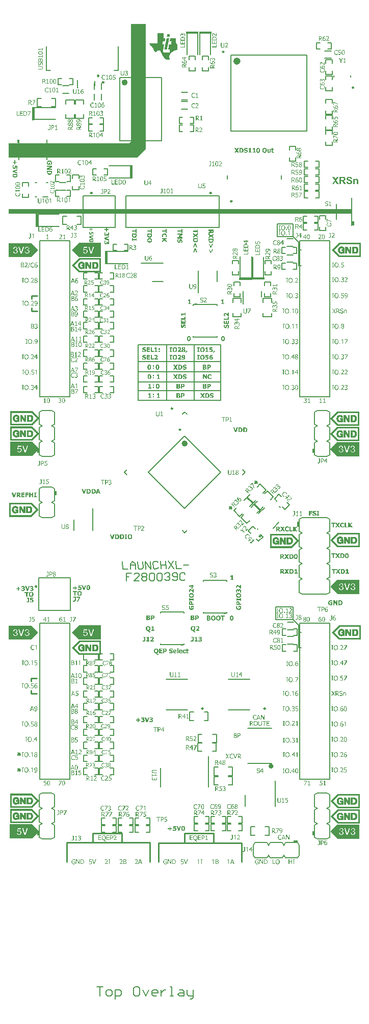
<source format=gto>
G04*
G04 #@! TF.GenerationSoftware,Altium Limited,Altium Designer,20.1.14 (287)*
G04*
G04 Layer_Color=65535*
%FSAX25Y25*%
%MOIN*%
G70*
G04*
G04 #@! TF.SameCoordinates,A9E8F4E5-7F2A-47C3-BED5-AE4669AA653D*
G04*
G04*
G04 #@! TF.FilePolarity,Positive*
G04*
G01*
G75*
%ADD10C,0.00984*%
%ADD11C,0.01968*%
%ADD12C,0.02362*%
%ADD13C,0.01000*%
%ADD14C,0.01575*%
%ADD15C,0.00591*%
%ADD16C,0.00700*%
%ADD17C,0.00500*%
%ADD18C,0.00050*%
%ADD19C,0.00800*%
%ADD20R,0.07874X0.01575*%
%ADD21R,0.01299X0.02756*%
%ADD22R,0.01181X0.03543*%
%ADD23R,0.01378X0.02559*%
%ADD24R,0.01181X0.03150*%
%ADD25R,0.01575X0.00787*%
%ADD26R,0.01104X0.02336*%
%ADD27R,0.01575X0.08661*%
%ADD28R,0.08661X0.01575*%
%ADD29R,0.03150X0.01181*%
G36*
X0174548Y0696697D02*
Y0696624D01*
Y0696551D01*
Y0696479D01*
X0174475D01*
Y0696406D01*
Y0696333D01*
Y0696260D01*
Y0696188D01*
Y0696115D01*
X0174402D01*
Y0696042D01*
Y0695970D01*
Y0695897D01*
Y0695824D01*
Y0695752D01*
X0174330D01*
Y0695679D01*
Y0695606D01*
Y0695534D01*
Y0695461D01*
Y0695388D01*
X0174257D01*
Y0695315D01*
Y0695243D01*
Y0695170D01*
Y0695097D01*
X0172512D01*
Y0695170D01*
Y0695243D01*
X0172585D01*
Y0695315D01*
Y0695388D01*
Y0695461D01*
Y0695534D01*
Y0695606D01*
X0172658D01*
Y0695679D01*
Y0695752D01*
Y0695824D01*
Y0695897D01*
Y0695970D01*
X0172730D01*
Y0696042D01*
Y0696115D01*
Y0696188D01*
Y0696260D01*
Y0696333D01*
X0172803D01*
Y0696406D01*
Y0696479D01*
Y0696551D01*
Y0696624D01*
Y0696697D01*
X0172876D01*
Y0696769D01*
X0174548D01*
Y0696697D01*
D02*
G37*
G36*
X0174112Y0694298D02*
Y0694225D01*
X0174039D01*
Y0694152D01*
Y0694079D01*
Y0694007D01*
Y0693934D01*
Y0693861D01*
X0173966D01*
Y0693789D01*
Y0693716D01*
Y0693643D01*
Y0693571D01*
Y0693498D01*
X0173894D01*
Y0693425D01*
Y0693353D01*
Y0693280D01*
Y0693207D01*
Y0693134D01*
X0173821D01*
Y0693062D01*
Y0692989D01*
Y0692916D01*
Y0692844D01*
Y0692771D01*
X0173748D01*
Y0692698D01*
Y0692626D01*
Y0692553D01*
Y0692480D01*
Y0692407D01*
X0173676D01*
Y0692335D01*
Y0692262D01*
Y0692189D01*
Y0692117D01*
Y0692044D01*
X0173603D01*
Y0691971D01*
Y0691898D01*
Y0691826D01*
Y0691753D01*
Y0691680D01*
X0173530D01*
Y0691608D01*
Y0691535D01*
Y0691462D01*
Y0691390D01*
Y0691317D01*
X0173457D01*
Y0691244D01*
Y0691172D01*
Y0691099D01*
Y0691026D01*
Y0690953D01*
X0173385D01*
Y0690881D01*
Y0690808D01*
Y0690735D01*
Y0690663D01*
Y0690590D01*
X0173312D01*
Y0690517D01*
Y0690445D01*
Y0690372D01*
Y0690299D01*
Y0690226D01*
X0173239D01*
Y0690154D01*
Y0690081D01*
Y0690008D01*
Y0689936D01*
Y0689863D01*
X0173167D01*
Y0689790D01*
Y0689717D01*
Y0689645D01*
Y0689572D01*
Y0689499D01*
X0173094D01*
Y0689427D01*
Y0689354D01*
Y0689281D01*
Y0689209D01*
Y0689136D01*
X0173021D01*
Y0689063D01*
Y0688990D01*
Y0688918D01*
Y0688845D01*
Y0688772D01*
X0172949D01*
Y0688700D01*
Y0688627D01*
Y0688554D01*
Y0688482D01*
Y0688409D01*
X0172876D01*
Y0688336D01*
Y0688264D01*
Y0688191D01*
Y0688118D01*
Y0688045D01*
X0172803D01*
Y0687973D01*
Y0687900D01*
Y0687827D01*
Y0687755D01*
Y0687682D01*
X0172730D01*
Y0687609D01*
Y0687536D01*
Y0687464D01*
Y0687391D01*
Y0687318D01*
X0172658D01*
Y0687246D01*
Y0687173D01*
Y0687100D01*
Y0687028D01*
Y0686955D01*
X0170913D01*
Y0687028D01*
Y0687100D01*
Y0687173D01*
X0170986D01*
Y0687246D01*
Y0687318D01*
Y0687391D01*
Y0687464D01*
Y0687536D01*
X0171058D01*
Y0687609D01*
Y0687682D01*
Y0687755D01*
Y0687827D01*
Y0687900D01*
X0171131D01*
Y0687973D01*
Y0688045D01*
Y0688118D01*
Y0688191D01*
Y0688264D01*
X0171204D01*
Y0688336D01*
Y0688409D01*
Y0688482D01*
Y0688554D01*
Y0688627D01*
X0171276D01*
Y0688700D01*
Y0688772D01*
Y0688845D01*
Y0688918D01*
Y0688990D01*
X0171349D01*
Y0689063D01*
Y0689136D01*
Y0689209D01*
Y0689281D01*
Y0689354D01*
X0171422D01*
Y0689427D01*
Y0689499D01*
Y0689572D01*
Y0689645D01*
Y0689717D01*
X0171494D01*
Y0689790D01*
Y0689863D01*
Y0689936D01*
Y0690008D01*
Y0690081D01*
X0171567D01*
Y0690154D01*
Y0690226D01*
Y0690299D01*
Y0690372D01*
Y0690445D01*
X0171640D01*
Y0690517D01*
Y0690590D01*
Y0690663D01*
Y0690735D01*
Y0690808D01*
X0171713D01*
Y0690881D01*
Y0690953D01*
Y0691026D01*
Y0691099D01*
Y0691172D01*
X0171785D01*
Y0691244D01*
Y0691317D01*
Y0691390D01*
Y0691462D01*
Y0691535D01*
X0171858D01*
Y0691608D01*
Y0691680D01*
Y0691753D01*
Y0691826D01*
Y0691898D01*
X0171931D01*
Y0691971D01*
Y0692044D01*
Y0692117D01*
Y0692189D01*
Y0692262D01*
X0172003D01*
Y0692335D01*
Y0692407D01*
Y0692480D01*
Y0692553D01*
Y0692626D01*
X0172076D01*
Y0692698D01*
Y0692771D01*
Y0692844D01*
Y0692916D01*
Y0692989D01*
X0172149D01*
Y0693062D01*
Y0693134D01*
Y0693207D01*
Y0693280D01*
Y0693353D01*
X0172222D01*
Y0693425D01*
Y0693498D01*
Y0693571D01*
Y0693643D01*
Y0693716D01*
X0172294D01*
Y0693789D01*
Y0693861D01*
Y0693934D01*
Y0694007D01*
Y0694079D01*
X0172367D01*
Y0694152D01*
Y0694225D01*
Y0694298D01*
Y0694370D01*
X0174112D01*
Y0694298D01*
D02*
G37*
G36*
X0170477Y0697642D02*
Y0697569D01*
Y0697496D01*
Y0697424D01*
Y0697351D01*
Y0697278D01*
Y0697206D01*
Y0697133D01*
Y0697060D01*
Y0696987D01*
Y0696915D01*
Y0696842D01*
Y0696769D01*
Y0696697D01*
Y0696624D01*
Y0696551D01*
Y0696479D01*
Y0696406D01*
Y0696333D01*
Y0696260D01*
Y0696188D01*
Y0696115D01*
Y0696042D01*
Y0695970D01*
Y0695897D01*
Y0695824D01*
Y0695752D01*
Y0695679D01*
Y0695606D01*
Y0695534D01*
Y0695461D01*
Y0695388D01*
Y0695315D01*
Y0695243D01*
Y0695170D01*
Y0695097D01*
Y0695025D01*
Y0694952D01*
Y0694879D01*
Y0694806D01*
Y0694734D01*
Y0694661D01*
Y0694588D01*
Y0694516D01*
Y0694443D01*
Y0694370D01*
X0171640D01*
Y0694298D01*
X0171567D01*
Y0694225D01*
Y0694152D01*
Y0694079D01*
Y0694007D01*
Y0693934D01*
X0171494D01*
Y0693861D01*
Y0693789D01*
Y0693716D01*
Y0693643D01*
Y0693571D01*
X0171422D01*
Y0693498D01*
Y0693425D01*
Y0693353D01*
Y0693280D01*
Y0693207D01*
X0171349D01*
Y0693134D01*
Y0693062D01*
Y0692989D01*
Y0692916D01*
Y0692844D01*
X0171276D01*
Y0692771D01*
Y0692698D01*
Y0692626D01*
Y0692553D01*
Y0692480D01*
X0171204D01*
Y0692407D01*
Y0692335D01*
Y0692262D01*
Y0692189D01*
X0169968D01*
Y0692117D01*
Y0692044D01*
Y0691971D01*
X0169895D01*
Y0691898D01*
Y0691826D01*
Y0691753D01*
Y0691680D01*
Y0691608D01*
X0169822D01*
Y0691535D01*
Y0691462D01*
Y0691390D01*
Y0691317D01*
Y0691244D01*
X0169750D01*
Y0691172D01*
Y0691099D01*
Y0691026D01*
Y0690953D01*
Y0690881D01*
X0169677D01*
Y0690808D01*
Y0690735D01*
Y0690663D01*
Y0690590D01*
Y0690517D01*
X0169604D01*
Y0690445D01*
Y0690372D01*
Y0690299D01*
Y0690226D01*
Y0690154D01*
X0170767D01*
Y0690081D01*
Y0690008D01*
Y0689936D01*
Y0689863D01*
X0170695D01*
Y0689790D01*
Y0689717D01*
Y0689645D01*
Y0689572D01*
Y0689499D01*
X0170622D01*
Y0689427D01*
Y0689354D01*
Y0689281D01*
Y0689209D01*
Y0689136D01*
X0170549D01*
Y0689063D01*
Y0688990D01*
Y0688918D01*
Y0688845D01*
Y0688772D01*
X0170477D01*
Y0688700D01*
Y0688627D01*
Y0688554D01*
Y0688482D01*
Y0688409D01*
X0170404D01*
Y0688336D01*
Y0688264D01*
Y0688191D01*
Y0688118D01*
Y0688045D01*
X0170331D01*
Y0687973D01*
Y0687900D01*
Y0687827D01*
Y0687755D01*
Y0687682D01*
X0170259D01*
Y0687609D01*
Y0687536D01*
Y0687464D01*
Y0687391D01*
Y0687318D01*
X0170186D01*
Y0687246D01*
Y0687173D01*
Y0687100D01*
Y0687028D01*
Y0686955D01*
X0170113D01*
Y0686882D01*
Y0686809D01*
Y0686737D01*
Y0686664D01*
Y0686591D01*
X0170041D01*
Y0686519D01*
Y0686446D01*
Y0686373D01*
Y0686301D01*
Y0686228D01*
X0169968D01*
Y0686155D01*
Y0686083D01*
Y0686010D01*
Y0685937D01*
Y0685864D01*
Y0685792D01*
Y0685719D01*
Y0685646D01*
X0170041D01*
Y0685574D01*
Y0685501D01*
Y0685428D01*
X0170113D01*
Y0685356D01*
Y0685283D01*
X0170186D01*
Y0685210D01*
X0170259D01*
Y0685137D01*
X0170331D01*
Y0685065D01*
X0170477D01*
Y0684992D01*
X0170622D01*
Y0684919D01*
X0170913D01*
Y0684847D01*
X0171349D01*
Y0684774D01*
X0174184D01*
Y0684847D01*
Y0684919D01*
Y0684992D01*
X0174257D01*
Y0685065D01*
Y0685137D01*
Y0685210D01*
Y0685283D01*
Y0685356D01*
X0174330D01*
Y0685428D01*
Y0685501D01*
Y0685574D01*
Y0685646D01*
Y0685719D01*
X0174402D01*
Y0685792D01*
Y0685864D01*
Y0685937D01*
Y0686010D01*
Y0686083D01*
X0174475D01*
Y0686155D01*
Y0686228D01*
Y0686301D01*
Y0686373D01*
Y0686446D01*
X0174548D01*
Y0686519D01*
Y0686591D01*
Y0686664D01*
Y0686737D01*
Y0686809D01*
X0174621D01*
Y0686882D01*
Y0686955D01*
X0173676D01*
Y0687028D01*
X0173530D01*
Y0687100D01*
X0173457D01*
Y0687173D01*
Y0687246D01*
Y0687318D01*
Y0687391D01*
Y0687464D01*
Y0687536D01*
Y0687609D01*
Y0687682D01*
Y0687755D01*
X0173530D01*
Y0687827D01*
Y0687900D01*
Y0687973D01*
Y0688045D01*
X0173603D01*
Y0688118D01*
Y0688191D01*
Y0688264D01*
Y0688336D01*
Y0688409D01*
X0173676D01*
Y0688482D01*
Y0688554D01*
Y0688627D01*
Y0688700D01*
Y0688772D01*
X0173748D01*
Y0688845D01*
Y0688918D01*
Y0688990D01*
Y0689063D01*
Y0689136D01*
X0173821D01*
Y0689209D01*
Y0689281D01*
Y0689354D01*
Y0689427D01*
Y0689499D01*
X0173894D01*
Y0689572D01*
Y0689645D01*
Y0689717D01*
Y0689790D01*
Y0689863D01*
X0173966D01*
Y0689936D01*
Y0690008D01*
Y0690081D01*
Y0690154D01*
X0175275D01*
Y0690226D01*
Y0690299D01*
Y0690372D01*
Y0690445D01*
Y0690517D01*
X0175348D01*
Y0690590D01*
Y0690663D01*
Y0690735D01*
Y0690808D01*
Y0690881D01*
X0175420D01*
Y0690953D01*
Y0691026D01*
Y0691099D01*
Y0691172D01*
Y0691244D01*
X0175493D01*
Y0691317D01*
Y0691390D01*
Y0691462D01*
Y0691535D01*
Y0691608D01*
X0175566D01*
Y0691680D01*
Y0691753D01*
Y0691826D01*
Y0691898D01*
Y0691971D01*
X0175638D01*
Y0692044D01*
Y0692117D01*
Y0692189D01*
X0174402D01*
Y0692262D01*
Y0692335D01*
Y0692407D01*
X0174475D01*
Y0692480D01*
Y0692553D01*
Y0692626D01*
Y0692698D01*
Y0692771D01*
X0174548D01*
Y0692844D01*
Y0692916D01*
Y0692989D01*
Y0693062D01*
Y0693134D01*
X0174621D01*
Y0693207D01*
Y0693280D01*
Y0693353D01*
Y0693425D01*
Y0693498D01*
X0174693D01*
Y0693571D01*
Y0693643D01*
Y0693716D01*
Y0693789D01*
Y0693861D01*
X0174766D01*
Y0693934D01*
Y0694007D01*
Y0694079D01*
Y0694152D01*
Y0694225D01*
X0174839D01*
Y0694298D01*
Y0694370D01*
X0178328D01*
Y0694298D01*
Y0694225D01*
Y0694152D01*
Y0694079D01*
Y0694007D01*
Y0693934D01*
Y0693861D01*
Y0693789D01*
Y0693716D01*
Y0693643D01*
Y0693571D01*
Y0693498D01*
Y0693425D01*
Y0693353D01*
Y0693280D01*
Y0693207D01*
Y0693134D01*
Y0693062D01*
Y0692989D01*
Y0692916D01*
Y0692844D01*
Y0692771D01*
Y0692698D01*
Y0692626D01*
Y0692553D01*
Y0692480D01*
Y0692407D01*
Y0692335D01*
Y0692262D01*
Y0692189D01*
Y0692117D01*
Y0692044D01*
Y0691971D01*
Y0691898D01*
X0178401D01*
Y0691826D01*
Y0691753D01*
Y0691680D01*
Y0691608D01*
Y0691535D01*
X0178474D01*
Y0691462D01*
Y0691390D01*
Y0691317D01*
Y0691244D01*
X0178546D01*
Y0691172D01*
Y0691099D01*
X0178619D01*
Y0691026D01*
Y0690953D01*
X0178692D01*
Y0690881D01*
Y0690808D01*
X0178764D01*
Y0690735D01*
X0178837D01*
Y0690663D01*
Y0690590D01*
X0178910D01*
Y0690517D01*
X0178983D01*
Y0690445D01*
X0179055D01*
Y0690372D01*
X0179128D01*
Y0690299D01*
X0179273D01*
Y0690226D01*
X0179346D01*
Y0690154D01*
Y0690081D01*
Y0690008D01*
Y0689936D01*
Y0689863D01*
Y0689790D01*
Y0689717D01*
Y0689645D01*
Y0689572D01*
Y0689499D01*
Y0689427D01*
Y0689354D01*
Y0689281D01*
Y0689209D01*
Y0689136D01*
Y0689063D01*
Y0688990D01*
Y0688918D01*
Y0688845D01*
Y0688772D01*
Y0688700D01*
Y0688627D01*
Y0688554D01*
Y0688482D01*
Y0688409D01*
Y0688336D01*
Y0688264D01*
Y0688191D01*
Y0688118D01*
Y0688045D01*
Y0687973D01*
Y0687900D01*
Y0687827D01*
Y0687755D01*
Y0687682D01*
Y0687609D01*
Y0687536D01*
Y0687464D01*
Y0687391D01*
Y0687318D01*
Y0687246D01*
Y0687173D01*
Y0687100D01*
Y0687028D01*
Y0686955D01*
Y0686882D01*
Y0686809D01*
Y0686737D01*
Y0686664D01*
X0179201D01*
Y0686591D01*
X0178983D01*
Y0686519D01*
X0178692D01*
Y0686446D01*
X0178474D01*
Y0686373D01*
X0178256D01*
Y0686301D01*
X0178038D01*
Y0686228D01*
X0177892D01*
Y0686155D01*
X0177674D01*
Y0686083D01*
X0177529D01*
Y0686010D01*
X0177383D01*
Y0685937D01*
X0177238D01*
Y0685864D01*
X0177092D01*
Y0685792D01*
X0176947D01*
Y0685719D01*
X0176802D01*
Y0685646D01*
X0176656D01*
Y0685574D01*
X0176584D01*
Y0685501D01*
X0176438D01*
Y0685428D01*
X0176293D01*
Y0685356D01*
X0176220D01*
Y0685283D01*
X0176147D01*
Y0685210D01*
X0176002D01*
Y0685137D01*
X0175929D01*
Y0685065D01*
X0175856D01*
Y0684992D01*
X0175711D01*
Y0684919D01*
X0175638D01*
Y0684847D01*
X0175566D01*
Y0684774D01*
X0175493D01*
Y0684701D01*
X0175420D01*
Y0684628D01*
X0175348D01*
Y0684556D01*
X0175275D01*
Y0684483D01*
X0175202D01*
Y0684410D01*
X0175129D01*
Y0684338D01*
X0175057D01*
Y0684265D01*
X0174984D01*
Y0684192D01*
X0174911D01*
Y0684120D01*
Y0684047D01*
X0174839D01*
Y0683974D01*
X0174766D01*
Y0683902D01*
X0174693D01*
Y0683829D01*
Y0683756D01*
X0174621D01*
Y0683683D01*
X0174548D01*
Y0683611D01*
Y0683538D01*
X0174475D01*
Y0683465D01*
Y0683393D01*
X0174402D01*
Y0683320D01*
Y0683247D01*
X0174330D01*
Y0683175D01*
Y0683102D01*
X0174257D01*
Y0683029D01*
Y0682956D01*
Y0682884D01*
X0174184D01*
Y0682811D01*
Y0682738D01*
Y0682666D01*
Y0682593D01*
X0174112D01*
Y0682520D01*
Y0682447D01*
Y0682375D01*
Y0682302D01*
Y0682229D01*
Y0682157D01*
Y0682084D01*
Y0682011D01*
Y0681939D01*
Y0681866D01*
Y0681793D01*
Y0681720D01*
Y0681648D01*
Y0681575D01*
Y0681502D01*
X0174184D01*
Y0681430D01*
Y0681357D01*
Y0681284D01*
Y0681212D01*
Y0681139D01*
X0174257D01*
Y0681066D01*
Y0680994D01*
Y0680921D01*
Y0680848D01*
X0174330D01*
Y0680775D01*
Y0680703D01*
Y0680630D01*
X0174402D01*
Y0680557D01*
Y0680485D01*
X0174475D01*
Y0680412D01*
Y0680339D01*
X0174330D01*
Y0680267D01*
X0174112D01*
Y0680194D01*
X0173748D01*
Y0680121D01*
X0172949D01*
Y0680194D01*
X0172585D01*
Y0680267D01*
X0172367D01*
Y0680339D01*
X0172149D01*
Y0680412D01*
X0172003D01*
Y0680485D01*
X0171858D01*
Y0680557D01*
X0171785D01*
Y0680630D01*
X0171640D01*
Y0680703D01*
X0171567D01*
Y0680775D01*
X0171422D01*
Y0680848D01*
X0171349D01*
Y0680921D01*
X0171276D01*
Y0680994D01*
X0171131D01*
Y0681066D01*
X0171058D01*
Y0681139D01*
X0170986D01*
Y0681212D01*
X0170913D01*
Y0681284D01*
X0170840D01*
Y0681357D01*
X0170767D01*
Y0681430D01*
X0170695D01*
Y0681502D01*
X0170622D01*
Y0681575D01*
Y0681648D01*
X0170549D01*
Y0681720D01*
X0170477D01*
Y0681793D01*
X0170404D01*
Y0681866D01*
X0170331D01*
Y0681939D01*
Y0682011D01*
X0170259D01*
Y0682084D01*
X0170186D01*
Y0682157D01*
Y0682229D01*
X0170113D01*
Y0682302D01*
Y0682375D01*
X0170041D01*
Y0682447D01*
X0169968D01*
Y0682520D01*
Y0682593D01*
X0169895D01*
Y0682666D01*
Y0682738D01*
X0169822D01*
Y0682811D01*
Y0682884D01*
X0169750D01*
Y0682956D01*
Y0683029D01*
X0169677D01*
Y0683102D01*
Y0683175D01*
X0169604D01*
Y0683247D01*
Y0683320D01*
X0169532D01*
Y0683393D01*
Y0683465D01*
X0169459D01*
Y0683538D01*
Y0683611D01*
X0169386D01*
Y0683683D01*
Y0683756D01*
X0169314D01*
Y0683829D01*
Y0683902D01*
X0169241D01*
Y0683974D01*
Y0684047D01*
Y0684120D01*
X0169168D01*
Y0684192D01*
Y0684265D01*
X0169095D01*
Y0684338D01*
Y0684410D01*
X0169023D01*
Y0684483D01*
Y0684556D01*
X0168950D01*
Y0684628D01*
Y0684701D01*
X0168877D01*
Y0684774D01*
Y0684847D01*
X0168805D01*
Y0684919D01*
Y0684992D01*
X0168732D01*
Y0685065D01*
Y0685137D01*
X0168659D01*
Y0685210D01*
Y0685283D01*
X0168587D01*
Y0685356D01*
Y0685428D01*
X0168514D01*
Y0685501D01*
Y0685574D01*
X0168441D01*
Y0685646D01*
X0168368D01*
Y0685719D01*
Y0685792D01*
X0168296D01*
Y0685864D01*
X0168223D01*
Y0685937D01*
X0168150D01*
Y0686010D01*
X0168078D01*
Y0686083D01*
X0168005D01*
Y0686155D01*
X0167932D01*
Y0686228D01*
X0167859D01*
Y0686301D01*
X0167714D01*
Y0686373D01*
X0167423D01*
Y0686446D01*
X0167278D01*
Y0686373D01*
X0166914D01*
Y0686301D01*
X0166769D01*
Y0686228D01*
X0166624D01*
Y0686155D01*
X0166551D01*
Y0686083D01*
X0166478D01*
Y0686010D01*
X0166405D01*
Y0685937D01*
X0166333D01*
Y0685864D01*
X0166260D01*
Y0685792D01*
X0166187D01*
Y0685719D01*
X0166115D01*
Y0685646D01*
X0166042D01*
Y0685574D01*
X0165969D01*
Y0685501D01*
X0165897D01*
Y0685428D01*
X0165824D01*
Y0685356D01*
X0165679D01*
Y0685283D01*
X0165097D01*
Y0685356D01*
X0164879D01*
Y0685428D01*
X0164733D01*
Y0685501D01*
X0164661D01*
Y0685574D01*
X0164588D01*
Y0685646D01*
X0164443D01*
Y0685719D01*
Y0685792D01*
X0164370D01*
Y0685864D01*
X0164297D01*
Y0685937D01*
X0164225D01*
Y0686010D01*
Y0686083D01*
X0164152D01*
Y0686155D01*
Y0686228D01*
X0164079D01*
Y0686301D01*
Y0686373D01*
X0164006D01*
Y0686446D01*
Y0686519D01*
X0163934D01*
Y0686591D01*
Y0686664D01*
X0163861D01*
Y0686737D01*
Y0686809D01*
X0163788D01*
Y0686882D01*
Y0686955D01*
Y0687028D01*
X0163716D01*
Y0687100D01*
Y0687173D01*
X0163643D01*
Y0687246D01*
Y0687318D01*
Y0687391D01*
X0163570D01*
Y0687464D01*
Y0687536D01*
X0163497D01*
Y0687609D01*
Y0687682D01*
Y0687755D01*
X0163425D01*
Y0687827D01*
X0163352D01*
Y0687900D01*
Y0687973D01*
X0163279D01*
Y0688045D01*
X0163207D01*
Y0688118D01*
Y0688191D01*
X0163134D01*
Y0688264D01*
X0163061D01*
Y0688336D01*
X0162989D01*
Y0688409D01*
X0162916D01*
Y0688482D01*
X0162843D01*
Y0688554D01*
X0162770D01*
Y0688627D01*
X0162698D01*
Y0688700D01*
X0162625D01*
Y0688772D01*
X0162552D01*
Y0688845D01*
X0162480D01*
Y0688918D01*
X0162334D01*
Y0688990D01*
X0162262D01*
Y0689063D01*
X0162189D01*
Y0689136D01*
X0162116D01*
Y0689209D01*
X0162043D01*
Y0689281D01*
X0161971D01*
Y0689354D01*
X0161898D01*
Y0689427D01*
X0161825D01*
Y0689499D01*
X0161753D01*
Y0689572D01*
Y0689645D01*
X0161680D01*
Y0689717D01*
X0161607D01*
Y0689790D01*
Y0689863D01*
X0161535D01*
Y0689936D01*
Y0690008D01*
X0161462D01*
Y0690081D01*
Y0690154D01*
X0161389D01*
Y0690226D01*
Y0690299D01*
X0161317D01*
Y0690372D01*
Y0690445D01*
Y0690517D01*
Y0690590D01*
X0161244D01*
Y0690663D01*
Y0690735D01*
Y0690808D01*
Y0690881D01*
Y0690953D01*
X0166260D01*
Y0691026D01*
Y0691099D01*
Y0691172D01*
Y0691244D01*
Y0691317D01*
Y0691390D01*
Y0691462D01*
Y0691535D01*
Y0691608D01*
Y0691680D01*
Y0691753D01*
Y0691826D01*
Y0691898D01*
Y0691971D01*
Y0692044D01*
Y0692117D01*
Y0692189D01*
Y0692262D01*
Y0692335D01*
Y0692407D01*
Y0692480D01*
Y0692553D01*
Y0692626D01*
Y0692698D01*
Y0692771D01*
Y0692844D01*
Y0692916D01*
Y0692989D01*
Y0693062D01*
Y0693134D01*
Y0693207D01*
Y0693280D01*
Y0693353D01*
Y0693425D01*
Y0693498D01*
Y0693571D01*
Y0693643D01*
Y0693716D01*
Y0693789D01*
Y0693861D01*
Y0693934D01*
Y0694007D01*
Y0694079D01*
Y0694152D01*
Y0694225D01*
Y0694298D01*
Y0694370D01*
Y0694443D01*
Y0694516D01*
Y0694588D01*
Y0694661D01*
Y0694734D01*
Y0694806D01*
Y0694879D01*
Y0694952D01*
Y0695025D01*
Y0695097D01*
Y0695170D01*
Y0695243D01*
Y0695315D01*
Y0695388D01*
Y0695461D01*
Y0695534D01*
Y0695606D01*
Y0695679D01*
Y0695752D01*
Y0695824D01*
Y0695897D01*
Y0695970D01*
Y0696042D01*
Y0696115D01*
Y0696188D01*
Y0696260D01*
Y0696333D01*
Y0696406D01*
Y0696479D01*
Y0696551D01*
Y0696624D01*
Y0696697D01*
Y0696769D01*
Y0696842D01*
Y0696915D01*
Y0696987D01*
Y0697060D01*
Y0697133D01*
Y0697206D01*
Y0697278D01*
Y0697351D01*
Y0697424D01*
Y0697496D01*
Y0697569D01*
Y0697642D01*
Y0697715D01*
X0170477D01*
Y0697642D01*
D02*
G37*
G36*
X0158700Y0621977D02*
X0153023Y0616300D01*
X0069200Y0616300D01*
X0069200Y0625400D01*
X0147826Y0625400D01*
X0149200Y0626774D01*
X0149200Y0703400D01*
X0158700Y0703400D01*
Y0621977D01*
D02*
G37*
G36*
X0293302Y0579400D02*
X0069200D01*
Y0582400D01*
X0293302D01*
Y0579400D01*
D02*
G37*
G36*
X0269241Y0385313D02*
X0269312D01*
X0269397Y0385303D01*
X0269487Y0385294D01*
X0269586Y0385280D01*
X0269686Y0385261D01*
X0269690D01*
X0269700Y0385256D01*
X0269714D01*
X0269733Y0385251D01*
X0269785Y0385237D01*
X0269851Y0385223D01*
X0269927Y0385199D01*
X0270007Y0385171D01*
X0270093Y0385143D01*
X0270178Y0385109D01*
Y0384409D01*
X0270107D01*
X0270097Y0384414D01*
X0270078Y0384433D01*
X0270040Y0384461D01*
X0269988Y0384495D01*
X0269927Y0384532D01*
X0269856Y0384570D01*
X0269776Y0384613D01*
X0269686Y0384651D01*
X0269681D01*
X0269676Y0384655D01*
X0269662Y0384660D01*
X0269643Y0384665D01*
X0269596Y0384684D01*
X0269530Y0384703D01*
X0269454Y0384722D01*
X0269369Y0384740D01*
X0269274Y0384750D01*
X0269180Y0384755D01*
X0269118D01*
X0269061Y0384745D01*
X0269000Y0384736D01*
X0268995D01*
X0268986Y0384731D01*
X0268971D01*
X0268948Y0384726D01*
X0268896Y0384707D01*
X0268829Y0384684D01*
X0268825D01*
X0268820Y0384679D01*
X0268787Y0384660D01*
X0268749Y0384627D01*
X0268707Y0384584D01*
Y0384580D01*
X0268697Y0384575D01*
X0268692Y0384561D01*
X0268683Y0384542D01*
X0268664Y0384495D01*
X0268659Y0384466D01*
X0268654Y0384438D01*
Y0384433D01*
Y0384419D01*
X0268659Y0384400D01*
X0268664Y0384372D01*
X0268673Y0384343D01*
X0268688Y0384310D01*
X0268707Y0384282D01*
X0268735Y0384253D01*
X0268740Y0384249D01*
X0268754Y0384244D01*
X0268773Y0384230D01*
X0268806Y0384211D01*
X0268853Y0384192D01*
X0268910Y0384168D01*
X0268976Y0384149D01*
X0269061Y0384126D01*
X0269066D01*
X0269090Y0384121D01*
X0269118Y0384111D01*
X0269156Y0384107D01*
X0269198Y0384097D01*
X0269250Y0384083D01*
X0269355Y0384059D01*
X0269359D01*
X0269378Y0384055D01*
X0269411Y0384045D01*
X0269449Y0384036D01*
X0269496Y0384022D01*
X0269549Y0384007D01*
X0269605Y0383988D01*
X0269667Y0383969D01*
X0269672D01*
X0269681Y0383965D01*
X0269695Y0383955D01*
X0269719Y0383946D01*
X0269776Y0383922D01*
X0269847Y0383884D01*
X0269922Y0383842D01*
X0269998Y0383790D01*
X0270074Y0383728D01*
X0270140Y0383657D01*
X0270145Y0383648D01*
X0270163Y0383624D01*
X0270192Y0383577D01*
X0270220Y0383520D01*
X0270249Y0383444D01*
X0270277Y0383359D01*
X0270296Y0383255D01*
X0270301Y0383142D01*
Y0383137D01*
Y0383123D01*
Y0383099D01*
X0270296Y0383066D01*
X0270291Y0383028D01*
X0270282Y0382981D01*
X0270272Y0382934D01*
X0270253Y0382877D01*
X0270234Y0382820D01*
X0270211Y0382759D01*
X0270182Y0382697D01*
X0270149Y0382636D01*
X0270107Y0382574D01*
X0270055Y0382517D01*
X0270003Y0382461D01*
X0269936Y0382404D01*
X0269932Y0382399D01*
X0269922Y0382390D01*
X0269899Y0382380D01*
X0269870Y0382361D01*
X0269832Y0382338D01*
X0269790Y0382314D01*
X0269738Y0382290D01*
X0269681Y0382267D01*
X0269615Y0382238D01*
X0269539Y0382215D01*
X0269459Y0382191D01*
X0269373Y0382167D01*
X0269279Y0382149D01*
X0269180Y0382139D01*
X0269075Y0382130D01*
X0268962Y0382125D01*
X0268872D01*
X0268834Y0382130D01*
X0268749Y0382134D01*
X0268654Y0382139D01*
X0268550Y0382153D01*
X0268442Y0382167D01*
X0268338Y0382191D01*
X0268333D01*
X0268328Y0382196D01*
X0268314D01*
X0268295Y0382205D01*
X0268243Y0382219D01*
X0268177Y0382238D01*
X0268101Y0382262D01*
X0268021Y0382290D01*
X0267846Y0382361D01*
Y0383095D01*
X0267917D01*
X0267921Y0383085D01*
X0267936Y0383076D01*
X0267954Y0383061D01*
X0268002Y0383028D01*
X0268063Y0382981D01*
X0268139Y0382934D01*
X0268224Y0382882D01*
X0268319Y0382834D01*
X0268423Y0382792D01*
X0268427D01*
X0268437Y0382787D01*
X0268451Y0382782D01*
X0268470Y0382778D01*
X0268494Y0382768D01*
X0268527Y0382759D01*
X0268598Y0382740D01*
X0268678Y0382721D01*
X0268768Y0382702D01*
X0268867Y0382692D01*
X0268967Y0382688D01*
X0269014D01*
X0269038Y0382692D01*
X0269071D01*
X0269142Y0382702D01*
X0269146D01*
X0269161Y0382707D01*
X0269180D01*
X0269203Y0382711D01*
X0269260Y0382726D01*
X0269317Y0382745D01*
X0269321D01*
X0269331Y0382749D01*
X0269345Y0382759D01*
X0269364Y0382773D01*
X0269407Y0382801D01*
X0269454Y0382844D01*
X0269459Y0382849D01*
X0269463Y0382853D01*
X0269473Y0382868D01*
X0269482Y0382886D01*
X0269492Y0382910D01*
X0269501Y0382938D01*
X0269511Y0382972D01*
Y0383009D01*
Y0383014D01*
Y0383028D01*
X0269506Y0383052D01*
X0269501Y0383076D01*
X0269487Y0383109D01*
X0269473Y0383137D01*
X0269449Y0383170D01*
X0269416Y0383198D01*
X0269411Y0383203D01*
X0269402Y0383208D01*
X0269383Y0383222D01*
X0269355Y0383236D01*
X0269321Y0383255D01*
X0269288Y0383274D01*
X0269246Y0383288D01*
X0269198Y0383303D01*
X0269194D01*
X0269170Y0383312D01*
X0269142Y0383317D01*
X0269099Y0383331D01*
X0269047Y0383341D01*
X0268990Y0383355D01*
X0268929Y0383369D01*
X0268863Y0383383D01*
X0268853D01*
X0268834Y0383388D01*
X0268801Y0383397D01*
X0268754Y0383407D01*
X0268707Y0383421D01*
X0268650Y0383435D01*
X0268532Y0383473D01*
X0268527D01*
X0268517Y0383478D01*
X0268498Y0383487D01*
X0268475Y0383496D01*
X0268442Y0383511D01*
X0268409Y0383525D01*
X0268333Y0383563D01*
X0268248Y0383610D01*
X0268163Y0383671D01*
X0268082Y0383738D01*
X0268049Y0383776D01*
X0268016Y0383814D01*
Y0383818D01*
X0268011Y0383823D01*
X0267992Y0383851D01*
X0267969Y0383899D01*
X0267940Y0383960D01*
X0267912Y0384036D01*
X0267888Y0384130D01*
X0267869Y0384234D01*
X0267865Y0384348D01*
Y0384353D01*
Y0384367D01*
X0267869Y0384390D01*
Y0384419D01*
X0267874Y0384457D01*
X0267883Y0384499D01*
X0267893Y0384547D01*
X0267912Y0384599D01*
X0267931Y0384651D01*
X0267954Y0384707D01*
X0267983Y0384764D01*
X0268021Y0384826D01*
X0268059Y0384882D01*
X0268111Y0384939D01*
X0268163Y0384996D01*
X0268229Y0385048D01*
X0268234Y0385053D01*
X0268248Y0385057D01*
X0268267Y0385072D01*
X0268295Y0385090D01*
X0268328Y0385109D01*
X0268375Y0385133D01*
X0268423Y0385157D01*
X0268479Y0385185D01*
X0268541Y0385209D01*
X0268612Y0385232D01*
X0268688Y0385256D01*
X0268768Y0385275D01*
X0268853Y0385294D01*
X0268943Y0385308D01*
X0269042Y0385313D01*
X0269142Y0385318D01*
X0269213D01*
X0269241Y0385313D01*
D02*
G37*
G36*
X0272230Y0384722D02*
X0271786D01*
Y0382721D01*
X0272230D01*
Y0382182D01*
X0270570D01*
Y0382721D01*
X0271015D01*
Y0384722D01*
X0270570D01*
Y0385261D01*
X0272230D01*
Y0384722D01*
D02*
G37*
G36*
X0267614Y0384674D02*
X0266323D01*
Y0384092D01*
X0267510D01*
Y0383506D01*
X0266323D01*
Y0382182D01*
X0265552D01*
Y0385261D01*
X0267614D01*
Y0384674D01*
D02*
G37*
G36*
X0284712Y0356029D02*
X0285715Y0354449D01*
X0284821D01*
X0284225Y0355424D01*
X0283620Y0354449D01*
X0282768D01*
X0283766Y0355996D01*
X0282806Y0357528D01*
X0283696D01*
X0284254Y0356597D01*
X0284826Y0357528D01*
X0285682D01*
X0284712Y0356029D01*
D02*
G37*
G36*
X0287163Y0357524D02*
X0287252Y0357519D01*
X0287356Y0357510D01*
X0287461Y0357500D01*
X0287569Y0357486D01*
X0287583D01*
X0287598Y0357481D01*
X0287617Y0357476D01*
X0287645Y0357472D01*
X0287673Y0357462D01*
X0287744Y0357443D01*
X0287825Y0357420D01*
X0287915Y0357382D01*
X0288009Y0357339D01*
X0288104Y0357283D01*
X0288109D01*
X0288118Y0357273D01*
X0288132Y0357264D01*
X0288156Y0357249D01*
X0288208Y0357202D01*
X0288279Y0357145D01*
X0288354Y0357070D01*
X0288435Y0356980D01*
X0288511Y0356876D01*
X0288582Y0356758D01*
Y0356753D01*
X0288591Y0356743D01*
X0288600Y0356724D01*
X0288610Y0356701D01*
X0288624Y0356668D01*
X0288638Y0356630D01*
X0288652Y0356587D01*
X0288671Y0356540D01*
X0288690Y0356483D01*
X0288704Y0356427D01*
X0288733Y0356294D01*
X0288752Y0356143D01*
X0288761Y0355982D01*
Y0355977D01*
Y0355963D01*
Y0355939D01*
X0288757Y0355911D01*
Y0355873D01*
X0288752Y0355826D01*
X0288747Y0355779D01*
X0288738Y0355726D01*
X0288714Y0355603D01*
X0288681Y0355476D01*
X0288634Y0355343D01*
X0288572Y0355211D01*
Y0355206D01*
X0288563Y0355197D01*
X0288553Y0355178D01*
X0288539Y0355154D01*
X0288520Y0355126D01*
X0288496Y0355097D01*
X0288440Y0355022D01*
X0288373Y0354937D01*
X0288293Y0354851D01*
X0288198Y0354766D01*
X0288094Y0354691D01*
X0288090D01*
X0288085Y0354686D01*
X0288071Y0354676D01*
X0288052Y0354667D01*
X0288004Y0354639D01*
X0287938Y0354605D01*
X0287863Y0354572D01*
X0287773Y0354539D01*
X0287673Y0354511D01*
X0287569Y0354492D01*
X0287555D01*
X0287541Y0354487D01*
X0287522D01*
X0287494Y0354482D01*
X0287465Y0354478D01*
X0287390Y0354473D01*
X0287300Y0354464D01*
X0287200Y0354454D01*
X0287087Y0354449D01*
X0286008D01*
Y0357528D01*
X0287082D01*
X0287163Y0357524D01*
D02*
G37*
G36*
X0282787Y0356942D02*
X0281879D01*
Y0354449D01*
X0281108D01*
Y0356942D01*
X0280200D01*
Y0357528D01*
X0282787D01*
Y0356942D01*
D02*
G37*
G36*
X0290332Y0357590D02*
X0290365D01*
X0290441Y0357581D01*
X0290526Y0357566D01*
X0290620Y0357547D01*
X0290715Y0357524D01*
X0290800Y0357486D01*
X0290805D01*
X0290809Y0357481D01*
X0290838Y0357467D01*
X0290876Y0357443D01*
X0290928Y0357410D01*
X0290984Y0357363D01*
X0291046Y0357311D01*
X0291107Y0357249D01*
X0291164Y0357174D01*
X0291169Y0357164D01*
X0291188Y0357136D01*
X0291211Y0357093D01*
X0291245Y0357037D01*
X0291278Y0356966D01*
X0291311Y0356880D01*
X0291339Y0356781D01*
X0291368Y0356672D01*
Y0356668D01*
X0291372Y0356658D01*
Y0356644D01*
X0291377Y0356620D01*
X0291382Y0356592D01*
X0291387Y0356559D01*
X0291396Y0356521D01*
X0291401Y0356474D01*
X0291415Y0356374D01*
X0291424Y0356256D01*
X0291429Y0356129D01*
X0291434Y0355987D01*
Y0355982D01*
Y0355968D01*
Y0355949D01*
Y0355920D01*
Y0355887D01*
X0291429Y0355845D01*
Y0355802D01*
X0291424Y0355750D01*
X0291420Y0355641D01*
X0291405Y0355523D01*
X0291391Y0355405D01*
X0291368Y0355287D01*
Y0355282D01*
X0291363Y0355272D01*
Y0355258D01*
X0291353Y0355239D01*
X0291339Y0355183D01*
X0291316Y0355112D01*
X0291287Y0355031D01*
X0291254Y0354951D01*
X0291211Y0354866D01*
X0291164Y0354785D01*
X0291159Y0354776D01*
X0291141Y0354752D01*
X0291107Y0354719D01*
X0291065Y0354672D01*
X0291013Y0354624D01*
X0290947Y0354572D01*
X0290876Y0354525D01*
X0290795Y0354482D01*
X0290791D01*
X0290786Y0354478D01*
X0290772Y0354473D01*
X0290757Y0354468D01*
X0290710Y0354449D01*
X0290644Y0354435D01*
X0290563Y0354416D01*
X0290469Y0354397D01*
X0290365Y0354388D01*
X0290247Y0354383D01*
X0290195D01*
X0290166Y0354388D01*
X0290133D01*
X0290057Y0354397D01*
X0289967Y0354407D01*
X0289878Y0354426D01*
X0289783Y0354449D01*
X0289693Y0354482D01*
X0289688D01*
X0289684Y0354487D01*
X0289655Y0354501D01*
X0289617Y0354525D01*
X0289565Y0354558D01*
X0289504Y0354605D01*
X0289442Y0354657D01*
X0289381Y0354719D01*
X0289324Y0354790D01*
Y0354795D01*
X0289319Y0354799D01*
X0289300Y0354828D01*
X0289277Y0354870D01*
X0289248Y0354927D01*
X0289215Y0355003D01*
X0289182Y0355088D01*
X0289149Y0355183D01*
X0289121Y0355291D01*
Y0355296D01*
X0289116Y0355306D01*
Y0355320D01*
X0289111Y0355343D01*
X0289107Y0355372D01*
X0289102Y0355405D01*
X0289097Y0355447D01*
X0289092Y0355490D01*
X0289078Y0355594D01*
X0289069Y0355712D01*
X0289064Y0355845D01*
X0289059Y0355987D01*
Y0355991D01*
Y0356006D01*
Y0356024D01*
Y0356058D01*
Y0356091D01*
X0289064Y0356133D01*
Y0356181D01*
X0289069Y0356228D01*
X0289073Y0356337D01*
X0289088Y0356455D01*
X0289102Y0356573D01*
X0289121Y0356687D01*
Y0356691D01*
X0289125Y0356701D01*
Y0356715D01*
X0289135Y0356734D01*
X0289149Y0356791D01*
X0289168Y0356857D01*
X0289196Y0356937D01*
X0289234Y0357018D01*
X0289277Y0357108D01*
X0289329Y0357188D01*
Y0357193D01*
X0289334Y0357197D01*
X0289357Y0357221D01*
X0289386Y0357259D01*
X0289433Y0357301D01*
X0289485Y0357353D01*
X0289546Y0357401D01*
X0289622Y0357448D01*
X0289703Y0357491D01*
X0289707D01*
X0289712Y0357495D01*
X0289726Y0357500D01*
X0289745Y0357505D01*
X0289792Y0357524D01*
X0289854Y0357543D01*
X0289934Y0357562D01*
X0290029Y0357581D01*
X0290133Y0357590D01*
X0290247Y0357595D01*
X0290303D01*
X0290332Y0357590D01*
D02*
G37*
G36*
X0118782Y0333624D02*
X0117973D01*
X0116919Y0336703D01*
X0117718D01*
X0118390Y0334608D01*
X0119061Y0336703D01*
X0119842D01*
X0118782Y0333624D01*
D02*
G37*
G36*
X0116673Y0336121D02*
X0115362D01*
Y0335606D01*
X0115386D01*
X0115405Y0335610D01*
X0115452D01*
X0115509Y0335615D01*
X0115537D01*
X0115556Y0335620D01*
X0115722D01*
X0115779Y0335615D01*
X0115840Y0335610D01*
X0115911Y0335601D01*
X0116053Y0335572D01*
X0116062D01*
X0116086Y0335563D01*
X0116119Y0335554D01*
X0116166Y0335539D01*
X0116218Y0335520D01*
X0116271Y0335497D01*
X0116327Y0335468D01*
X0116384Y0335435D01*
X0116393Y0335431D01*
X0116412Y0335416D01*
X0116446Y0335388D01*
X0116483Y0335355D01*
X0116526Y0335312D01*
X0116573Y0335256D01*
X0116621Y0335199D01*
X0116658Y0335128D01*
X0116663Y0335118D01*
X0116673Y0335095D01*
X0116692Y0335052D01*
X0116710Y0335000D01*
X0116725Y0334934D01*
X0116744Y0334854D01*
X0116753Y0334764D01*
X0116758Y0334664D01*
Y0334660D01*
Y0334655D01*
Y0334641D01*
Y0334622D01*
X0116753Y0334579D01*
X0116748Y0334518D01*
X0116739Y0334447D01*
X0116720Y0334371D01*
X0116701Y0334295D01*
X0116673Y0334215D01*
X0116668Y0334206D01*
X0116658Y0334182D01*
X0116639Y0334144D01*
X0116611Y0334097D01*
X0116578Y0334040D01*
X0116535Y0333983D01*
X0116483Y0333922D01*
X0116427Y0333865D01*
X0116417Y0333860D01*
X0116398Y0333841D01*
X0116365Y0333813D01*
X0116318Y0333780D01*
X0116261Y0333747D01*
X0116200Y0333709D01*
X0116124Y0333671D01*
X0116043Y0333638D01*
X0116039D01*
X0116034Y0333633D01*
X0116020Y0333628D01*
X0116006Y0333624D01*
X0115958Y0333614D01*
X0115892Y0333600D01*
X0115812Y0333581D01*
X0115722Y0333572D01*
X0115613Y0333562D01*
X0115500Y0333558D01*
X0115443D01*
X0115414Y0333562D01*
X0115377D01*
X0115296Y0333567D01*
X0115202Y0333576D01*
X0115107Y0333586D01*
X0115003Y0333600D01*
X0114908Y0333619D01*
X0114904D01*
X0114899Y0333624D01*
X0114885D01*
X0114866Y0333628D01*
X0114823Y0333638D01*
X0114766Y0333652D01*
X0114700Y0333671D01*
X0114634Y0333695D01*
X0114563Y0333718D01*
X0114502Y0333742D01*
Y0334414D01*
X0114573D01*
X0114577Y0334409D01*
X0114606Y0334390D01*
X0114648Y0334362D01*
X0114700Y0334333D01*
X0114705D01*
X0114714Y0334329D01*
X0114729Y0334319D01*
X0114752Y0334310D01*
X0114776Y0334295D01*
X0114809Y0334281D01*
X0114847Y0334267D01*
X0114889Y0334248D01*
X0114894D01*
X0114908Y0334243D01*
X0114932Y0334234D01*
X0114960Y0334224D01*
X0114994Y0334210D01*
X0115031Y0334201D01*
X0115112Y0334177D01*
X0115116D01*
X0115131Y0334172D01*
X0115154Y0334168D01*
X0115187Y0334163D01*
X0115225Y0334158D01*
X0115268Y0334154D01*
X0115362Y0334149D01*
X0115410D01*
X0115443Y0334154D01*
X0115481D01*
X0115523Y0334163D01*
X0115623Y0334177D01*
X0115627D01*
X0115646Y0334182D01*
X0115670Y0334191D01*
X0115703Y0334201D01*
X0115779Y0334234D01*
X0115812Y0334258D01*
X0115845Y0334286D01*
X0115850Y0334291D01*
X0115854Y0334295D01*
X0115883Y0334329D01*
X0115916Y0334371D01*
X0115944Y0334423D01*
Y0334428D01*
X0115949Y0334437D01*
X0115958Y0334456D01*
X0115963Y0334480D01*
X0115973Y0334508D01*
X0115977Y0334546D01*
X0115982Y0334589D01*
Y0334636D01*
Y0334641D01*
Y0334655D01*
Y0334674D01*
X0115977Y0334702D01*
X0115963Y0334759D01*
X0115935Y0334820D01*
Y0334825D01*
X0115925Y0334835D01*
X0115916Y0334849D01*
X0115906Y0334868D01*
X0115868Y0334910D01*
X0115816Y0334948D01*
X0115812Y0334953D01*
X0115798Y0334958D01*
X0115774Y0334972D01*
X0115745Y0334986D01*
X0115708Y0335000D01*
X0115665Y0335014D01*
X0115618Y0335029D01*
X0115561Y0335038D01*
X0115556D01*
X0115537Y0335043D01*
X0115509Y0335047D01*
X0115476Y0335052D01*
X0115433D01*
X0115391Y0335057D01*
X0115306Y0335062D01*
X0115244D01*
X0115202Y0335057D01*
X0115149D01*
X0115093Y0335052D01*
X0114974Y0335033D01*
X0114970D01*
X0114946Y0335029D01*
X0114918Y0335024D01*
X0114880Y0335014D01*
X0114837Y0335005D01*
X0114790Y0334995D01*
X0114700Y0334977D01*
X0114634D01*
Y0336703D01*
X0116673D01*
Y0336121D01*
D02*
G37*
G36*
X0112799Y0335246D02*
X0113854D01*
Y0334712D01*
X0112799D01*
Y0333657D01*
X0112255D01*
Y0334712D01*
X0111200D01*
Y0335246D01*
X0112255D01*
Y0336301D01*
X0112799D01*
Y0335246D01*
D02*
G37*
G36*
X0121242Y0336764D02*
X0121275D01*
X0121351Y0336755D01*
X0121436Y0336741D01*
X0121530Y0336722D01*
X0121625Y0336698D01*
X0121710Y0336660D01*
X0121715D01*
X0121720Y0336656D01*
X0121748Y0336641D01*
X0121786Y0336618D01*
X0121838Y0336585D01*
X0121895Y0336537D01*
X0121956Y0336485D01*
X0122018Y0336424D01*
X0122074Y0336348D01*
X0122079Y0336339D01*
X0122098Y0336310D01*
X0122122Y0336268D01*
X0122155Y0336211D01*
X0122188Y0336140D01*
X0122221Y0336055D01*
X0122249Y0335956D01*
X0122278Y0335847D01*
Y0335842D01*
X0122282Y0335833D01*
Y0335818D01*
X0122287Y0335795D01*
X0122292Y0335766D01*
X0122297Y0335733D01*
X0122306Y0335695D01*
X0122311Y0335648D01*
X0122325Y0335549D01*
X0122334Y0335431D01*
X0122339Y0335303D01*
X0122344Y0335161D01*
Y0335156D01*
Y0335142D01*
Y0335123D01*
Y0335095D01*
Y0335062D01*
X0122339Y0335019D01*
Y0334977D01*
X0122334Y0334924D01*
X0122330Y0334816D01*
X0122316Y0334697D01*
X0122301Y0334579D01*
X0122278Y0334461D01*
Y0334456D01*
X0122273Y0334447D01*
Y0334433D01*
X0122264Y0334414D01*
X0122249Y0334357D01*
X0122226Y0334286D01*
X0122197Y0334206D01*
X0122164Y0334125D01*
X0122122Y0334040D01*
X0122074Y0333960D01*
X0122070Y0333950D01*
X0122051Y0333926D01*
X0122018Y0333893D01*
X0121975Y0333846D01*
X0121923Y0333799D01*
X0121857Y0333747D01*
X0121786Y0333699D01*
X0121705Y0333657D01*
X0121701D01*
X0121696Y0333652D01*
X0121682Y0333647D01*
X0121668Y0333643D01*
X0121620Y0333624D01*
X0121554Y0333610D01*
X0121474Y0333591D01*
X0121379Y0333572D01*
X0121275Y0333562D01*
X0121157Y0333558D01*
X0121105D01*
X0121076Y0333562D01*
X0121043D01*
X0120967Y0333572D01*
X0120878Y0333581D01*
X0120788Y0333600D01*
X0120693Y0333624D01*
X0120603Y0333657D01*
X0120598D01*
X0120594Y0333662D01*
X0120565Y0333676D01*
X0120528Y0333699D01*
X0120475Y0333733D01*
X0120414Y0333780D01*
X0120352Y0333832D01*
X0120291Y0333893D01*
X0120234Y0333964D01*
Y0333969D01*
X0120230Y0333974D01*
X0120211Y0334002D01*
X0120187Y0334045D01*
X0120159Y0334101D01*
X0120125Y0334177D01*
X0120092Y0334262D01*
X0120059Y0334357D01*
X0120031Y0334466D01*
Y0334470D01*
X0120026Y0334480D01*
Y0334494D01*
X0120021Y0334518D01*
X0120017Y0334546D01*
X0120012Y0334579D01*
X0120007Y0334622D01*
X0120002Y0334664D01*
X0119988Y0334768D01*
X0119979Y0334887D01*
X0119974Y0335019D01*
X0119969Y0335161D01*
Y0335166D01*
Y0335180D01*
Y0335199D01*
Y0335232D01*
Y0335265D01*
X0119974Y0335308D01*
Y0335355D01*
X0119979Y0335402D01*
X0119984Y0335511D01*
X0119998Y0335629D01*
X0120012Y0335748D01*
X0120031Y0335861D01*
Y0335866D01*
X0120036Y0335875D01*
Y0335889D01*
X0120045Y0335908D01*
X0120059Y0335965D01*
X0120078Y0336031D01*
X0120107Y0336112D01*
X0120144Y0336192D01*
X0120187Y0336282D01*
X0120239Y0336362D01*
Y0336367D01*
X0120244Y0336372D01*
X0120267Y0336396D01*
X0120296Y0336433D01*
X0120343Y0336476D01*
X0120395Y0336528D01*
X0120457Y0336575D01*
X0120532Y0336623D01*
X0120613Y0336665D01*
X0120617D01*
X0120622Y0336670D01*
X0120636Y0336674D01*
X0120655Y0336679D01*
X0120703Y0336698D01*
X0120764Y0336717D01*
X0120844Y0336736D01*
X0120939Y0336755D01*
X0121043Y0336764D01*
X0121157Y0336769D01*
X0121213D01*
X0121242Y0336764D01*
D02*
G37*
G36*
X0113787Y0332289D02*
X0112879D01*
Y0329796D01*
X0112108D01*
Y0332289D01*
X0111200D01*
Y0332875D01*
X0113787D01*
Y0332289D01*
D02*
G37*
G36*
X0115485Y0332937D02*
X0115533D01*
X0115594Y0332927D01*
X0115660Y0332918D01*
X0115736Y0332904D01*
X0115816Y0332890D01*
X0115902Y0332866D01*
X0115991Y0332838D01*
X0116081Y0332800D01*
X0116176Y0332762D01*
X0116266Y0332710D01*
X0116351Y0332653D01*
X0116436Y0332587D01*
X0116512Y0332511D01*
X0116516Y0332506D01*
X0116531Y0332492D01*
X0116550Y0332469D01*
X0116573Y0332431D01*
X0116606Y0332388D01*
X0116639Y0332336D01*
X0116677Y0332275D01*
X0116715Y0332204D01*
X0116748Y0332123D01*
X0116786Y0332033D01*
X0116819Y0331939D01*
X0116852Y0331835D01*
X0116876Y0331721D01*
X0116895Y0331598D01*
X0116909Y0331471D01*
X0116914Y0331333D01*
Y0331324D01*
Y0331300D01*
X0116909Y0331262D01*
Y0331210D01*
X0116900Y0331149D01*
X0116895Y0331073D01*
X0116881Y0330993D01*
X0116862Y0330908D01*
X0116843Y0330813D01*
X0116814Y0330718D01*
X0116781Y0330619D01*
X0116744Y0330520D01*
X0116696Y0330425D01*
X0116644Y0330331D01*
X0116583Y0330241D01*
X0116512Y0330156D01*
X0116507Y0330151D01*
X0116493Y0330137D01*
X0116469Y0330118D01*
X0116441Y0330089D01*
X0116398Y0330056D01*
X0116351Y0330023D01*
X0116294Y0329981D01*
X0116228Y0329943D01*
X0116152Y0329905D01*
X0116072Y0329867D01*
X0115982Y0329829D01*
X0115883Y0329796D01*
X0115779Y0329768D01*
X0115665Y0329749D01*
X0115547Y0329735D01*
X0115419Y0329730D01*
X0115391D01*
X0115353Y0329735D01*
X0115306D01*
X0115244Y0329744D01*
X0115178Y0329754D01*
X0115102Y0329768D01*
X0115022Y0329782D01*
X0114932Y0329806D01*
X0114842Y0329834D01*
X0114752Y0329872D01*
X0114662Y0329910D01*
X0114573Y0329962D01*
X0114483Y0330018D01*
X0114398Y0330085D01*
X0114322Y0330160D01*
X0114317Y0330165D01*
X0114303Y0330179D01*
X0114284Y0330208D01*
X0114260Y0330241D01*
X0114232Y0330283D01*
X0114199Y0330335D01*
X0114161Y0330402D01*
X0114128Y0330473D01*
X0114090Y0330548D01*
X0114052Y0330638D01*
X0114019Y0330733D01*
X0113991Y0330837D01*
X0113967Y0330950D01*
X0113948Y0331073D01*
X0113934Y0331201D01*
X0113929Y0331333D01*
Y0331343D01*
Y0331366D01*
X0113934Y0331404D01*
Y0331456D01*
X0113943Y0331518D01*
X0113948Y0331594D01*
X0113962Y0331674D01*
X0113977Y0331759D01*
X0114000Y0331849D01*
X0114024Y0331948D01*
X0114057Y0332043D01*
X0114095Y0332142D01*
X0114142Y0332237D01*
X0114194Y0332331D01*
X0114251Y0332421D01*
X0114322Y0332506D01*
X0114327Y0332511D01*
X0114341Y0332525D01*
X0114364Y0332549D01*
X0114393Y0332573D01*
X0114435Y0332606D01*
X0114483Y0332644D01*
X0114544Y0332681D01*
X0114610Y0332724D01*
X0114681Y0332767D01*
X0114766Y0332804D01*
X0114856Y0332842D01*
X0114951Y0332875D01*
X0115060Y0332904D01*
X0115173Y0332923D01*
X0115292Y0332937D01*
X0115419Y0332942D01*
X0115452D01*
X0115485Y0332937D01*
D02*
G37*
G36*
X0113026Y0326938D02*
Y0326929D01*
Y0326905D01*
X0113021Y0326863D01*
X0113016Y0326815D01*
X0113007Y0326754D01*
X0112997Y0326692D01*
X0112978Y0326621D01*
X0112955Y0326555D01*
X0112950Y0326546D01*
X0112941Y0326527D01*
X0112926Y0326494D01*
X0112903Y0326451D01*
X0112874Y0326404D01*
X0112841Y0326357D01*
X0112799Y0326305D01*
X0112747Y0326257D01*
X0112742Y0326252D01*
X0112718Y0326234D01*
X0112690Y0326210D01*
X0112643Y0326177D01*
X0112591Y0326144D01*
X0112529Y0326111D01*
X0112458Y0326077D01*
X0112382Y0326049D01*
X0112373Y0326044D01*
X0112345Y0326040D01*
X0112302Y0326030D01*
X0112245Y0326021D01*
X0112174Y0326007D01*
X0112089Y0325997D01*
X0111999Y0325992D01*
X0111900Y0325988D01*
X0111824D01*
X0111772Y0325992D01*
X0111716D01*
X0111649Y0325997D01*
X0111512Y0326007D01*
X0111503D01*
X0111484Y0326011D01*
X0111451D01*
X0111408Y0326016D01*
X0111356Y0326021D01*
X0111304Y0326030D01*
X0111200Y0326044D01*
Y0326669D01*
X0111271D01*
X0111280Y0326664D01*
X0111299Y0326655D01*
X0111328Y0326645D01*
X0111389Y0326621D01*
X0111460Y0326598D01*
X0111465D01*
X0111479Y0326593D01*
X0111503Y0326588D01*
X0111531Y0326584D01*
X0111569Y0326579D01*
X0111616Y0326574D01*
X0111668Y0326569D01*
X0111758D01*
X0111796Y0326574D01*
X0111839Y0326579D01*
X0111891Y0326584D01*
X0111943Y0326593D01*
X0111995Y0326607D01*
X0112037Y0326626D01*
X0112042Y0326631D01*
X0112056Y0326636D01*
X0112075Y0326650D01*
X0112099Y0326669D01*
X0112127Y0326692D01*
X0112151Y0326716D01*
X0112174Y0326749D01*
X0112193Y0326787D01*
Y0326792D01*
X0112203Y0326806D01*
X0112207Y0326825D01*
X0112217Y0326853D01*
X0112226Y0326886D01*
X0112236Y0326929D01*
X0112245Y0327019D01*
Y0327023D01*
Y0327042D01*
X0112250Y0327071D01*
Y0327104D01*
Y0327151D01*
X0112255Y0327199D01*
Y0327255D01*
Y0327317D01*
Y0328551D01*
X0111550D01*
Y0329114D01*
X0113026D01*
Y0326938D01*
D02*
G37*
G36*
X0115812Y0328499D02*
X0114497Y0326035D01*
X0113641D01*
X0115008Y0328532D01*
X0113546D01*
Y0329114D01*
X0115812D01*
Y0328499D01*
D02*
G37*
G36*
X0251344Y0375083D02*
X0251396D01*
X0251453Y0375078D01*
X0251566Y0375064D01*
X0251571D01*
X0251590Y0375059D01*
X0251618Y0375055D01*
X0251656Y0375050D01*
X0251699Y0375040D01*
X0251746Y0375031D01*
X0251850Y0375007D01*
X0251855D01*
X0251869Y0375003D01*
X0251888Y0374993D01*
X0251916Y0374984D01*
X0251950Y0374974D01*
X0251992Y0374955D01*
X0252077Y0374922D01*
X0252082D01*
X0252096Y0374913D01*
X0252120Y0374903D01*
X0252148Y0374889D01*
X0252214Y0374861D01*
X0252281Y0374828D01*
Y0374099D01*
X0252196D01*
X0252191Y0374109D01*
X0252162Y0374132D01*
X0252115Y0374165D01*
X0252058Y0374213D01*
X0252054Y0374217D01*
X0252044Y0374227D01*
X0252025Y0374236D01*
X0252002Y0374255D01*
X0251973Y0374274D01*
X0251945Y0374298D01*
X0251869Y0374345D01*
X0251864Y0374350D01*
X0251850Y0374355D01*
X0251827Y0374369D01*
X0251798Y0374383D01*
X0251760Y0374402D01*
X0251723Y0374421D01*
X0251628Y0374459D01*
X0251623D01*
X0251604Y0374468D01*
X0251581Y0374473D01*
X0251548Y0374482D01*
X0251505Y0374492D01*
X0251462Y0374496D01*
X0251363Y0374506D01*
X0251335D01*
X0251302Y0374501D01*
X0251259D01*
X0251212Y0374492D01*
X0251160Y0374482D01*
X0251108Y0374468D01*
X0251056Y0374449D01*
X0251051D01*
X0251032Y0374440D01*
X0251004Y0374426D01*
X0250970Y0374407D01*
X0250933Y0374383D01*
X0250885Y0374350D01*
X0250838Y0374312D01*
X0250791Y0374269D01*
X0250786Y0374265D01*
X0250772Y0374246D01*
X0250748Y0374222D01*
X0250724Y0374184D01*
X0250691Y0374142D01*
X0250663Y0374085D01*
X0250630Y0374023D01*
X0250602Y0373953D01*
X0250597Y0373943D01*
X0250592Y0373919D01*
X0250578Y0373877D01*
X0250568Y0373820D01*
X0250554Y0373749D01*
X0250540Y0373669D01*
X0250535Y0373579D01*
X0250531Y0373480D01*
Y0373475D01*
Y0373465D01*
Y0373451D01*
Y0373432D01*
X0250535Y0373380D01*
X0250540Y0373314D01*
X0250549Y0373238D01*
X0250564Y0373158D01*
X0250583Y0373077D01*
X0250606Y0373002D01*
X0250611Y0372992D01*
X0250620Y0372969D01*
X0250635Y0372936D01*
X0250658Y0372888D01*
X0250687Y0372841D01*
X0250724Y0372789D01*
X0250762Y0372737D01*
X0250805Y0372690D01*
X0250810Y0372685D01*
X0250824Y0372671D01*
X0250852Y0372652D01*
X0250881Y0372623D01*
X0250923Y0372595D01*
X0250966Y0372567D01*
X0251018Y0372543D01*
X0251070Y0372519D01*
X0251075D01*
X0251098Y0372510D01*
X0251127Y0372505D01*
X0251164Y0372496D01*
X0251207Y0372486D01*
X0251259Y0372481D01*
X0251368Y0372472D01*
X0251391D01*
X0251425Y0372477D01*
X0251462D01*
X0251505Y0372481D01*
X0251552Y0372491D01*
X0251656Y0372519D01*
X0251661Y0372524D01*
X0251680Y0372529D01*
X0251704Y0372538D01*
X0251737Y0372552D01*
X0251812Y0372590D01*
X0251888Y0372633D01*
X0251893Y0372638D01*
X0251907Y0372642D01*
X0251926Y0372656D01*
X0251950Y0372671D01*
X0252006Y0372713D01*
X0252068Y0372761D01*
X0252073Y0372765D01*
X0252082Y0372770D01*
X0252096Y0372784D01*
X0252115Y0372798D01*
X0252162Y0372836D01*
X0252210Y0372879D01*
X0252281D01*
Y0372150D01*
X0252276D01*
X0252266Y0372146D01*
X0252248Y0372136D01*
X0252224Y0372127D01*
X0252196Y0372112D01*
X0252162Y0372098D01*
X0252082Y0372060D01*
X0252077D01*
X0252063Y0372051D01*
X0252039Y0372042D01*
X0252011Y0372032D01*
X0251978Y0372018D01*
X0251940Y0372004D01*
X0251855Y0371975D01*
X0251850D01*
X0251831Y0371971D01*
X0251803Y0371961D01*
X0251765Y0371952D01*
X0251723Y0371942D01*
X0251675Y0371933D01*
X0251581Y0371914D01*
X0251576D01*
X0251557Y0371909D01*
X0251529Y0371904D01*
X0251491D01*
X0251443Y0371900D01*
X0251382Y0371895D01*
X0251316Y0371890D01*
X0251207D01*
X0251169Y0371895D01*
X0251122D01*
X0251065Y0371904D01*
X0250994Y0371914D01*
X0250918Y0371923D01*
X0250838Y0371942D01*
X0250753Y0371966D01*
X0250663Y0371994D01*
X0250573Y0372027D01*
X0250483Y0372065D01*
X0250389Y0372112D01*
X0250304Y0372169D01*
X0250218Y0372235D01*
X0250138Y0372306D01*
X0250133Y0372311D01*
X0250119Y0372325D01*
X0250100Y0372349D01*
X0250076Y0372382D01*
X0250043Y0372425D01*
X0250010Y0372477D01*
X0249972Y0372538D01*
X0249935Y0372609D01*
X0249897Y0372690D01*
X0249859Y0372775D01*
X0249826Y0372874D01*
X0249793Y0372978D01*
X0249769Y0373092D01*
X0249750Y0373215D01*
X0249736Y0373347D01*
X0249731Y0373484D01*
Y0373494D01*
Y0373517D01*
X0249736Y0373555D01*
Y0373607D01*
X0249745Y0373669D01*
X0249755Y0373740D01*
X0249764Y0373820D01*
X0249783Y0373905D01*
X0249802Y0373995D01*
X0249831Y0374090D01*
X0249864Y0374189D01*
X0249901Y0374288D01*
X0249949Y0374383D01*
X0250006Y0374478D01*
X0250067Y0374567D01*
X0250138Y0374653D01*
X0250143Y0374657D01*
X0250157Y0374671D01*
X0250181Y0374695D01*
X0250214Y0374719D01*
X0250252Y0374752D01*
X0250304Y0374790D01*
X0250360Y0374828D01*
X0250427Y0374870D01*
X0250502Y0374913D01*
X0250583Y0374951D01*
X0250677Y0374988D01*
X0250772Y0375022D01*
X0250876Y0375050D01*
X0250989Y0375069D01*
X0251108Y0375083D01*
X0251235Y0375088D01*
X0251302D01*
X0251344Y0375083D01*
D02*
G37*
G36*
X0248615Y0373532D02*
X0249618Y0371952D01*
X0248724D01*
X0248128Y0372926D01*
X0247522Y0371952D01*
X0245843D01*
X0244982Y0373082D01*
X0244708D01*
Y0371952D01*
X0243937D01*
Y0375031D01*
X0245266D01*
X0245327Y0375026D01*
X0245398Y0375022D01*
X0245469Y0375017D01*
X0245550Y0375007D01*
X0245621Y0374998D01*
X0245630D01*
X0245654Y0374993D01*
X0245687Y0374984D01*
X0245734Y0374969D01*
X0245791Y0374951D01*
X0245848Y0374927D01*
X0245909Y0374899D01*
X0245971Y0374865D01*
X0245980Y0374861D01*
X0245999Y0374846D01*
X0246028Y0374823D01*
X0246065Y0374790D01*
X0246108Y0374752D01*
X0246150Y0374705D01*
X0246198Y0374653D01*
X0246236Y0374596D01*
X0246240Y0374586D01*
X0246250Y0374567D01*
X0246269Y0374530D01*
X0246288Y0374482D01*
X0246302Y0374426D01*
X0246321Y0374355D01*
X0246330Y0374274D01*
X0246335Y0374184D01*
Y0374180D01*
Y0374170D01*
Y0374151D01*
Y0374128D01*
X0246330Y0374094D01*
X0246326Y0374061D01*
X0246316Y0373981D01*
X0246297Y0373886D01*
X0246269Y0373792D01*
X0246226Y0373697D01*
X0246174Y0373607D01*
X0246165Y0373598D01*
X0246146Y0373569D01*
X0246108Y0373532D01*
X0246061Y0373484D01*
X0245999Y0373427D01*
X0245923Y0373366D01*
X0245838Y0373309D01*
X0245744Y0373257D01*
X0246722Y0372030D01*
X0247669Y0373498D01*
X0246709Y0375031D01*
X0247598D01*
X0248156Y0374099D01*
X0248728Y0375031D01*
X0249585D01*
X0248615Y0373532D01*
D02*
G37*
G36*
X0256708Y0373598D02*
X0257853Y0371952D01*
X0256916D01*
X0256079Y0373200D01*
X0255927Y0372988D01*
Y0371952D01*
X0255156D01*
Y0375031D01*
X0255927D01*
Y0373650D01*
X0256916Y0375031D01*
X0257805D01*
X0256708Y0373598D01*
D02*
G37*
G36*
X0253506Y0372538D02*
X0254792D01*
Y0371952D01*
X0252735D01*
Y0375031D01*
X0253506D01*
Y0372538D01*
D02*
G37*
G36*
X0081773Y0333034D02*
X0080964D01*
X0079909Y0336114D01*
X0080708D01*
X0081380Y0334018D01*
X0082052Y0336114D01*
X0082832D01*
X0081773Y0333034D01*
D02*
G37*
G36*
X0084180Y0336175D02*
X0084242D01*
X0084317Y0336166D01*
X0084398Y0336156D01*
X0084478Y0336147D01*
X0084554Y0336128D01*
X0084563D01*
X0084587Y0336119D01*
X0084625Y0336109D01*
X0084672Y0336095D01*
X0084729Y0336076D01*
X0084786Y0336052D01*
X0084842Y0336024D01*
X0084899Y0335991D01*
X0084904Y0335986D01*
X0084923Y0335972D01*
X0084951Y0335953D01*
X0084989Y0335925D01*
X0085027Y0335891D01*
X0085065Y0335849D01*
X0085102Y0335797D01*
X0085136Y0335745D01*
X0085140Y0335740D01*
X0085150Y0335716D01*
X0085159Y0335688D01*
X0085178Y0335646D01*
X0085192Y0335593D01*
X0085202Y0335537D01*
X0085211Y0335475D01*
X0085216Y0335404D01*
Y0335400D01*
Y0335395D01*
Y0335381D01*
Y0335362D01*
X0085207Y0335310D01*
X0085197Y0335248D01*
X0085178Y0335177D01*
X0085150Y0335102D01*
X0085112Y0335021D01*
X0085060Y0334945D01*
X0085055Y0334936D01*
X0085032Y0334912D01*
X0084999Y0334879D01*
X0084956Y0334841D01*
X0084894Y0334794D01*
X0084828Y0334756D01*
X0084753Y0334718D01*
X0084663Y0334690D01*
Y0334662D01*
X0084667D01*
X0084681Y0334657D01*
X0084701Y0334652D01*
X0084729Y0334647D01*
X0084762Y0334638D01*
X0084800Y0334629D01*
X0084876Y0334605D01*
X0084880D01*
X0084894Y0334595D01*
X0084913Y0334586D01*
X0084942Y0334577D01*
X0085003Y0334534D01*
X0085041Y0334510D01*
X0085079Y0334477D01*
X0085084Y0334472D01*
X0085093Y0334463D01*
X0085112Y0334444D01*
X0085136Y0334420D01*
X0085159Y0334392D01*
X0085183Y0334354D01*
X0085211Y0334316D01*
X0085235Y0334269D01*
X0085240Y0334264D01*
X0085244Y0334245D01*
X0085254Y0334222D01*
X0085268Y0334184D01*
X0085277Y0334141D01*
X0085287Y0334089D01*
X0085292Y0334028D01*
X0085296Y0333966D01*
Y0333962D01*
Y0333957D01*
Y0333928D01*
X0085292Y0333886D01*
X0085287Y0333829D01*
X0085277Y0333763D01*
X0085259Y0333697D01*
X0085240Y0333621D01*
X0085211Y0333550D01*
X0085207Y0333541D01*
X0085197Y0333522D01*
X0085178Y0333484D01*
X0085150Y0333441D01*
X0085112Y0333394D01*
X0085074Y0333337D01*
X0085022Y0333285D01*
X0084965Y0333233D01*
X0084956Y0333228D01*
X0084937Y0333214D01*
X0084899Y0333191D01*
X0084857Y0333162D01*
X0084800Y0333129D01*
X0084734Y0333096D01*
X0084658Y0333063D01*
X0084578Y0333034D01*
X0084573D01*
X0084568Y0333030D01*
X0084554D01*
X0084540Y0333025D01*
X0084492Y0333016D01*
X0084431Y0333001D01*
X0084350Y0332987D01*
X0084261Y0332978D01*
X0084157Y0332973D01*
X0084043Y0332968D01*
X0083953D01*
X0083915Y0332973D01*
X0083830Y0332978D01*
X0083736Y0332982D01*
X0083631Y0332997D01*
X0083527Y0333011D01*
X0083428Y0333030D01*
X0083423D01*
X0083419Y0333034D01*
X0083404D01*
X0083385Y0333039D01*
X0083338Y0333053D01*
X0083281Y0333068D01*
X0083215Y0333086D01*
X0083144Y0333110D01*
X0083078Y0333134D01*
X0083012Y0333162D01*
Y0333829D01*
X0083083D01*
X0083092Y0333824D01*
X0083111Y0333810D01*
X0083149Y0333791D01*
X0083196Y0333763D01*
X0083253Y0333730D01*
X0083324Y0333701D01*
X0083400Y0333668D01*
X0083480Y0333635D01*
X0083485D01*
X0083490Y0333630D01*
X0083518Y0333626D01*
X0083565Y0333612D01*
X0083622Y0333597D01*
X0083684Y0333583D01*
X0083754Y0333574D01*
X0083830Y0333564D01*
X0083901Y0333559D01*
X0083944D01*
X0083972Y0333564D01*
X0084010D01*
X0084048Y0333569D01*
X0084142Y0333578D01*
X0084147D01*
X0084166Y0333583D01*
X0084190Y0333588D01*
X0084218Y0333597D01*
X0084294Y0333621D01*
X0084365Y0333664D01*
X0084369Y0333668D01*
X0084379Y0333673D01*
X0084407Y0333701D01*
X0084440Y0333739D01*
X0084478Y0333791D01*
Y0333796D01*
X0084483Y0333805D01*
X0084492Y0333824D01*
X0084502Y0333848D01*
X0084506Y0333881D01*
X0084516Y0333919D01*
X0084521Y0333962D01*
Y0334009D01*
Y0334014D01*
Y0334033D01*
X0084516Y0334056D01*
X0084511Y0334089D01*
X0084497Y0334160D01*
X0084478Y0334193D01*
X0084459Y0334222D01*
X0084455Y0334226D01*
X0084450Y0334236D01*
X0084436Y0334245D01*
X0084417Y0334264D01*
X0084365Y0334297D01*
X0084298Y0334331D01*
X0084294D01*
X0084280Y0334335D01*
X0084261Y0334345D01*
X0084232Y0334349D01*
X0084199Y0334359D01*
X0084157Y0334364D01*
X0084114Y0334368D01*
X0084062Y0334373D01*
X0084015D01*
X0083982Y0334378D01*
X0083688D01*
Y0334917D01*
X0083892D01*
X0083930Y0334922D01*
X0083972D01*
X0084062Y0334927D01*
X0084067D01*
X0084081Y0334931D01*
X0084105D01*
X0084133Y0334941D01*
X0084199Y0334955D01*
X0084265Y0334979D01*
X0084270D01*
X0084280Y0334988D01*
X0084294Y0334993D01*
X0084313Y0335007D01*
X0084355Y0335040D01*
X0084393Y0335087D01*
Y0335092D01*
X0084403Y0335102D01*
X0084407Y0335116D01*
X0084417Y0335139D01*
X0084426Y0335163D01*
X0084431Y0335196D01*
X0084440Y0335234D01*
Y0335277D01*
Y0335281D01*
Y0335291D01*
Y0335310D01*
X0084436Y0335333D01*
X0084421Y0335381D01*
X0084393Y0335428D01*
Y0335433D01*
X0084384Y0335437D01*
X0084365Y0335461D01*
X0084332Y0335494D01*
X0084289Y0335523D01*
X0084284D01*
X0084275Y0335527D01*
X0084261Y0335537D01*
X0084237Y0335541D01*
X0084185Y0335560D01*
X0084114Y0335575D01*
X0084109D01*
X0084100Y0335579D01*
X0084081D01*
X0084057Y0335584D01*
X0084000Y0335589D01*
X0083901D01*
X0083873Y0335584D01*
X0083840D01*
X0083797Y0335579D01*
X0083712Y0335560D01*
X0083707D01*
X0083693Y0335556D01*
X0083669Y0335551D01*
X0083641Y0335541D01*
X0083608Y0335532D01*
X0083570Y0335518D01*
X0083485Y0335489D01*
X0083480D01*
X0083471Y0335485D01*
X0083452Y0335475D01*
X0083433Y0335466D01*
X0083371Y0335437D01*
X0083305Y0335404D01*
X0083300D01*
X0083291Y0335395D01*
X0083272Y0335385D01*
X0083253Y0335376D01*
X0083206Y0335352D01*
X0083163Y0335329D01*
X0083102D01*
Y0335986D01*
X0083111Y0335991D01*
X0083130Y0335996D01*
X0083163Y0336010D01*
X0083215Y0336029D01*
X0083277Y0336048D01*
X0083348Y0336066D01*
X0083433Y0336090D01*
X0083527Y0336114D01*
X0083532D01*
X0083542Y0336119D01*
X0083556D01*
X0083575Y0336123D01*
X0083598Y0336128D01*
X0083627Y0336133D01*
X0083698Y0336147D01*
X0083783Y0336161D01*
X0083873Y0336171D01*
X0083977Y0336175D01*
X0084081Y0336180D01*
X0084128D01*
X0084180Y0336175D01*
D02*
G37*
G36*
X0078627D02*
X0078689D01*
X0078764Y0336166D01*
X0078845Y0336156D01*
X0078925Y0336147D01*
X0079001Y0336128D01*
X0079010D01*
X0079034Y0336119D01*
X0079072Y0336109D01*
X0079119Y0336095D01*
X0079176Y0336076D01*
X0079233Y0336052D01*
X0079289Y0336024D01*
X0079346Y0335991D01*
X0079351Y0335986D01*
X0079370Y0335972D01*
X0079398Y0335953D01*
X0079436Y0335925D01*
X0079474Y0335891D01*
X0079512Y0335849D01*
X0079549Y0335797D01*
X0079583Y0335745D01*
X0079587Y0335740D01*
X0079597Y0335716D01*
X0079606Y0335688D01*
X0079625Y0335646D01*
X0079639Y0335593D01*
X0079649Y0335537D01*
X0079658Y0335475D01*
X0079663Y0335404D01*
Y0335400D01*
Y0335395D01*
Y0335381D01*
Y0335362D01*
X0079654Y0335310D01*
X0079644Y0335248D01*
X0079625Y0335177D01*
X0079597Y0335102D01*
X0079559Y0335021D01*
X0079507Y0334945D01*
X0079502Y0334936D01*
X0079479Y0334912D01*
X0079445Y0334879D01*
X0079403Y0334841D01*
X0079341Y0334794D01*
X0079275Y0334756D01*
X0079199Y0334718D01*
X0079110Y0334690D01*
Y0334662D01*
X0079114D01*
X0079128Y0334657D01*
X0079147Y0334652D01*
X0079176Y0334647D01*
X0079209Y0334638D01*
X0079247Y0334629D01*
X0079322Y0334605D01*
X0079327D01*
X0079341Y0334595D01*
X0079360Y0334586D01*
X0079389Y0334577D01*
X0079450Y0334534D01*
X0079488Y0334510D01*
X0079526Y0334477D01*
X0079531Y0334472D01*
X0079540Y0334463D01*
X0079559Y0334444D01*
X0079583Y0334420D01*
X0079606Y0334392D01*
X0079630Y0334354D01*
X0079658Y0334316D01*
X0079682Y0334269D01*
X0079687Y0334264D01*
X0079691Y0334245D01*
X0079701Y0334222D01*
X0079715Y0334184D01*
X0079725Y0334141D01*
X0079734Y0334089D01*
X0079739Y0334028D01*
X0079743Y0333966D01*
Y0333962D01*
Y0333957D01*
Y0333928D01*
X0079739Y0333886D01*
X0079734Y0333829D01*
X0079725Y0333763D01*
X0079706Y0333697D01*
X0079687Y0333621D01*
X0079658Y0333550D01*
X0079654Y0333541D01*
X0079644Y0333522D01*
X0079625Y0333484D01*
X0079597Y0333441D01*
X0079559Y0333394D01*
X0079521Y0333337D01*
X0079469Y0333285D01*
X0079412Y0333233D01*
X0079403Y0333228D01*
X0079384Y0333214D01*
X0079346Y0333191D01*
X0079303Y0333162D01*
X0079247Y0333129D01*
X0079181Y0333096D01*
X0079105Y0333063D01*
X0079024Y0333034D01*
X0079020D01*
X0079015Y0333030D01*
X0079001D01*
X0078987Y0333025D01*
X0078939Y0333016D01*
X0078878Y0333001D01*
X0078797Y0332987D01*
X0078708Y0332978D01*
X0078604Y0332973D01*
X0078490Y0332968D01*
X0078400D01*
X0078362Y0332973D01*
X0078277Y0332978D01*
X0078183Y0332982D01*
X0078079Y0332997D01*
X0077974Y0333011D01*
X0077875Y0333030D01*
X0077870D01*
X0077866Y0333034D01*
X0077851D01*
X0077833Y0333039D01*
X0077785Y0333053D01*
X0077728Y0333068D01*
X0077662Y0333086D01*
X0077591Y0333110D01*
X0077525Y0333134D01*
X0077459Y0333162D01*
Y0333829D01*
X0077530D01*
X0077539Y0333824D01*
X0077558Y0333810D01*
X0077596Y0333791D01*
X0077643Y0333763D01*
X0077700Y0333730D01*
X0077771Y0333701D01*
X0077847Y0333668D01*
X0077927Y0333635D01*
X0077932D01*
X0077937Y0333630D01*
X0077965Y0333626D01*
X0078012Y0333612D01*
X0078069Y0333597D01*
X0078131Y0333583D01*
X0078201Y0333574D01*
X0078277Y0333564D01*
X0078348Y0333559D01*
X0078391D01*
X0078419Y0333564D01*
X0078457D01*
X0078495Y0333569D01*
X0078589Y0333578D01*
X0078594D01*
X0078613Y0333583D01*
X0078637Y0333588D01*
X0078665Y0333597D01*
X0078741Y0333621D01*
X0078812Y0333664D01*
X0078816Y0333668D01*
X0078826Y0333673D01*
X0078854Y0333701D01*
X0078887Y0333739D01*
X0078925Y0333791D01*
Y0333796D01*
X0078930Y0333805D01*
X0078939Y0333824D01*
X0078949Y0333848D01*
X0078953Y0333881D01*
X0078963Y0333919D01*
X0078968Y0333962D01*
Y0334009D01*
Y0334014D01*
Y0334033D01*
X0078963Y0334056D01*
X0078958Y0334089D01*
X0078944Y0334160D01*
X0078925Y0334193D01*
X0078906Y0334222D01*
X0078901Y0334226D01*
X0078897Y0334236D01*
X0078883Y0334245D01*
X0078864Y0334264D01*
X0078812Y0334297D01*
X0078745Y0334331D01*
X0078741D01*
X0078727Y0334335D01*
X0078708Y0334345D01*
X0078679Y0334349D01*
X0078646Y0334359D01*
X0078604Y0334364D01*
X0078561Y0334368D01*
X0078509Y0334373D01*
X0078462D01*
X0078429Y0334378D01*
X0078135D01*
Y0334917D01*
X0078339D01*
X0078376Y0334922D01*
X0078419D01*
X0078509Y0334927D01*
X0078514D01*
X0078528Y0334931D01*
X0078552D01*
X0078580Y0334941D01*
X0078646Y0334955D01*
X0078712Y0334979D01*
X0078717D01*
X0078727Y0334988D01*
X0078741Y0334993D01*
X0078760Y0335007D01*
X0078802Y0335040D01*
X0078840Y0335087D01*
Y0335092D01*
X0078850Y0335102D01*
X0078854Y0335116D01*
X0078864Y0335139D01*
X0078873Y0335163D01*
X0078878Y0335196D01*
X0078887Y0335234D01*
Y0335277D01*
Y0335281D01*
Y0335291D01*
Y0335310D01*
X0078883Y0335333D01*
X0078868Y0335381D01*
X0078840Y0335428D01*
Y0335433D01*
X0078830Y0335437D01*
X0078812Y0335461D01*
X0078778Y0335494D01*
X0078736Y0335523D01*
X0078731D01*
X0078722Y0335527D01*
X0078708Y0335537D01*
X0078684Y0335541D01*
X0078632Y0335560D01*
X0078561Y0335575D01*
X0078556D01*
X0078547Y0335579D01*
X0078528D01*
X0078504Y0335584D01*
X0078447Y0335589D01*
X0078348D01*
X0078320Y0335584D01*
X0078287D01*
X0078244Y0335579D01*
X0078159Y0335560D01*
X0078154D01*
X0078140Y0335556D01*
X0078116Y0335551D01*
X0078088Y0335541D01*
X0078055Y0335532D01*
X0078017Y0335518D01*
X0077932Y0335489D01*
X0077927D01*
X0077918Y0335485D01*
X0077899Y0335475D01*
X0077880Y0335466D01*
X0077818Y0335437D01*
X0077752Y0335404D01*
X0077747D01*
X0077738Y0335395D01*
X0077719Y0335385D01*
X0077700Y0335376D01*
X0077653Y0335352D01*
X0077610Y0335329D01*
X0077549D01*
Y0335986D01*
X0077558Y0335991D01*
X0077577Y0335996D01*
X0077610Y0336010D01*
X0077662Y0336029D01*
X0077724Y0336048D01*
X0077795Y0336066D01*
X0077880Y0336090D01*
X0077974Y0336114D01*
X0077979D01*
X0077989Y0336119D01*
X0078003D01*
X0078022Y0336123D01*
X0078045Y0336128D01*
X0078074Y0336133D01*
X0078145Y0336147D01*
X0078230Y0336161D01*
X0078320Y0336171D01*
X0078424Y0336175D01*
X0078528Y0336180D01*
X0078575D01*
X0078627Y0336175D01*
D02*
G37*
G36*
X0075789Y0334657D02*
X0076844D01*
Y0334122D01*
X0075789D01*
Y0333068D01*
X0075245D01*
Y0334122D01*
X0074190D01*
Y0334657D01*
X0075245D01*
Y0335712D01*
X0075789D01*
Y0334657D01*
D02*
G37*
G36*
X0082170Y0331700D02*
X0081262D01*
Y0329207D01*
X0080491D01*
Y0331700D01*
X0079583D01*
Y0332286D01*
X0082170D01*
Y0331700D01*
D02*
G37*
G36*
X0083868Y0332348D02*
X0083915D01*
X0083977Y0332338D01*
X0084043Y0332329D01*
X0084119Y0332315D01*
X0084199Y0332300D01*
X0084284Y0332277D01*
X0084374Y0332248D01*
X0084464Y0332211D01*
X0084559Y0332173D01*
X0084648Y0332121D01*
X0084734Y0332064D01*
X0084819Y0331998D01*
X0084894Y0331922D01*
X0084899Y0331917D01*
X0084913Y0331903D01*
X0084932Y0331879D01*
X0084956Y0331842D01*
X0084989Y0331799D01*
X0085022Y0331747D01*
X0085060Y0331685D01*
X0085098Y0331615D01*
X0085131Y0331534D01*
X0085169Y0331444D01*
X0085202Y0331350D01*
X0085235Y0331246D01*
X0085259Y0331132D01*
X0085277Y0331009D01*
X0085292Y0330881D01*
X0085296Y0330744D01*
Y0330735D01*
Y0330711D01*
X0085292Y0330673D01*
Y0330621D01*
X0085282Y0330560D01*
X0085277Y0330484D01*
X0085263Y0330404D01*
X0085244Y0330319D01*
X0085225Y0330224D01*
X0085197Y0330129D01*
X0085164Y0330030D01*
X0085126Y0329931D01*
X0085079Y0329836D01*
X0085027Y0329742D01*
X0084965Y0329652D01*
X0084894Y0329567D01*
X0084890Y0329562D01*
X0084876Y0329548D01*
X0084852Y0329529D01*
X0084823Y0329500D01*
X0084781Y0329467D01*
X0084734Y0329434D01*
X0084677Y0329392D01*
X0084611Y0329354D01*
X0084535Y0329316D01*
X0084455Y0329278D01*
X0084365Y0329240D01*
X0084265Y0329207D01*
X0084161Y0329179D01*
X0084048Y0329160D01*
X0083930Y0329146D01*
X0083802Y0329141D01*
X0083773D01*
X0083736Y0329146D01*
X0083688D01*
X0083627Y0329155D01*
X0083561Y0329164D01*
X0083485Y0329179D01*
X0083404Y0329193D01*
X0083315Y0329217D01*
X0083225Y0329245D01*
X0083135Y0329283D01*
X0083045Y0329321D01*
X0082955Y0329373D01*
X0082865Y0329429D01*
X0082780Y0329496D01*
X0082704Y0329571D01*
X0082700Y0329576D01*
X0082686Y0329590D01*
X0082667Y0329619D01*
X0082643Y0329652D01*
X0082614Y0329694D01*
X0082581Y0329746D01*
X0082544Y0329812D01*
X0082511Y0329883D01*
X0082473Y0329959D01*
X0082435Y0330049D01*
X0082402Y0330143D01*
X0082373Y0330248D01*
X0082350Y0330361D01*
X0082331Y0330484D01*
X0082316Y0330612D01*
X0082312Y0330744D01*
Y0330754D01*
Y0330777D01*
X0082316Y0330815D01*
Y0330867D01*
X0082326Y0330929D01*
X0082331Y0331004D01*
X0082345Y0331085D01*
X0082359Y0331170D01*
X0082383Y0331260D01*
X0082406Y0331359D01*
X0082440Y0331454D01*
X0082477Y0331553D01*
X0082525Y0331648D01*
X0082577Y0331742D01*
X0082634Y0331832D01*
X0082704Y0331917D01*
X0082709Y0331922D01*
X0082723Y0331936D01*
X0082747Y0331960D01*
X0082775Y0331983D01*
X0082818Y0332017D01*
X0082865Y0332054D01*
X0082927Y0332092D01*
X0082993Y0332135D01*
X0083064Y0332177D01*
X0083149Y0332215D01*
X0083239Y0332253D01*
X0083333Y0332286D01*
X0083442Y0332315D01*
X0083556Y0332333D01*
X0083674Y0332348D01*
X0083802Y0332352D01*
X0083835D01*
X0083868Y0332348D01*
D02*
G37*
G36*
X0082515Y0326349D02*
Y0326340D01*
Y0326316D01*
X0082511Y0326273D01*
X0082506Y0326226D01*
X0082496Y0326165D01*
X0082487Y0326103D01*
X0082468Y0326032D01*
X0082444Y0325966D01*
X0082440Y0325957D01*
X0082430Y0325938D01*
X0082416Y0325904D01*
X0082392Y0325862D01*
X0082364Y0325815D01*
X0082331Y0325767D01*
X0082288Y0325715D01*
X0082236Y0325668D01*
X0082231Y0325663D01*
X0082208Y0325644D01*
X0082179Y0325621D01*
X0082132Y0325588D01*
X0082080Y0325554D01*
X0082019Y0325521D01*
X0081948Y0325488D01*
X0081872Y0325460D01*
X0081862Y0325455D01*
X0081834Y0325450D01*
X0081792Y0325441D01*
X0081735Y0325431D01*
X0081664Y0325417D01*
X0081579Y0325408D01*
X0081489Y0325403D01*
X0081389Y0325398D01*
X0081314D01*
X0081262Y0325403D01*
X0081205D01*
X0081139Y0325408D01*
X0081002Y0325417D01*
X0080992D01*
X0080973Y0325422D01*
X0080940D01*
X0080897Y0325427D01*
X0080845Y0325431D01*
X0080793Y0325441D01*
X0080689Y0325455D01*
Y0326080D01*
X0080760D01*
X0080770Y0326075D01*
X0080789Y0326065D01*
X0080817Y0326056D01*
X0080879Y0326032D01*
X0080950Y0326009D01*
X0080954D01*
X0080968Y0326004D01*
X0080992Y0325999D01*
X0081020Y0325994D01*
X0081058Y0325990D01*
X0081106Y0325985D01*
X0081158Y0325980D01*
X0081248D01*
X0081285Y0325985D01*
X0081328Y0325990D01*
X0081380Y0325994D01*
X0081432Y0326004D01*
X0081484Y0326018D01*
X0081527Y0326037D01*
X0081531Y0326042D01*
X0081546Y0326046D01*
X0081564Y0326061D01*
X0081588Y0326080D01*
X0081616Y0326103D01*
X0081640Y0326127D01*
X0081664Y0326160D01*
X0081683Y0326198D01*
Y0326203D01*
X0081692Y0326217D01*
X0081697Y0326236D01*
X0081706Y0326264D01*
X0081716Y0326297D01*
X0081725Y0326340D01*
X0081735Y0326430D01*
Y0326434D01*
Y0326453D01*
X0081739Y0326482D01*
Y0326515D01*
Y0326562D01*
X0081744Y0326609D01*
Y0326666D01*
Y0326728D01*
Y0327962D01*
X0081039D01*
Y0328525D01*
X0082515D01*
Y0326349D01*
D02*
G37*
G36*
X0085211Y0327943D02*
X0083901D01*
Y0327428D01*
X0083925D01*
X0083944Y0327432D01*
X0083991D01*
X0084048Y0327437D01*
X0084076D01*
X0084095Y0327442D01*
X0084261D01*
X0084317Y0327437D01*
X0084379Y0327432D01*
X0084450Y0327423D01*
X0084592Y0327395D01*
X0084601D01*
X0084625Y0327385D01*
X0084658Y0327376D01*
X0084705Y0327361D01*
X0084757Y0327342D01*
X0084809Y0327319D01*
X0084866Y0327290D01*
X0084923Y0327257D01*
X0084932Y0327253D01*
X0084951Y0327238D01*
X0084984Y0327210D01*
X0085022Y0327177D01*
X0085065Y0327134D01*
X0085112Y0327078D01*
X0085159Y0327021D01*
X0085197Y0326950D01*
X0085202Y0326940D01*
X0085211Y0326917D01*
X0085230Y0326874D01*
X0085249Y0326822D01*
X0085263Y0326756D01*
X0085282Y0326676D01*
X0085292Y0326586D01*
X0085296Y0326486D01*
Y0326482D01*
Y0326477D01*
Y0326463D01*
Y0326444D01*
X0085292Y0326401D01*
X0085287Y0326340D01*
X0085277Y0326269D01*
X0085259Y0326193D01*
X0085240Y0326117D01*
X0085211Y0326037D01*
X0085207Y0326027D01*
X0085197Y0326004D01*
X0085178Y0325966D01*
X0085150Y0325919D01*
X0085117Y0325862D01*
X0085074Y0325805D01*
X0085022Y0325744D01*
X0084965Y0325687D01*
X0084956Y0325682D01*
X0084937Y0325663D01*
X0084904Y0325635D01*
X0084857Y0325602D01*
X0084800Y0325569D01*
X0084738Y0325531D01*
X0084663Y0325493D01*
X0084582Y0325460D01*
X0084578D01*
X0084573Y0325455D01*
X0084559Y0325450D01*
X0084544Y0325446D01*
X0084497Y0325436D01*
X0084431Y0325422D01*
X0084350Y0325403D01*
X0084261Y0325394D01*
X0084152Y0325384D01*
X0084038Y0325379D01*
X0083982D01*
X0083953Y0325384D01*
X0083915D01*
X0083835Y0325389D01*
X0083740Y0325398D01*
X0083646Y0325408D01*
X0083542Y0325422D01*
X0083447Y0325441D01*
X0083442D01*
X0083438Y0325446D01*
X0083423D01*
X0083404Y0325450D01*
X0083362Y0325460D01*
X0083305Y0325474D01*
X0083239Y0325493D01*
X0083173Y0325517D01*
X0083102Y0325540D01*
X0083040Y0325564D01*
Y0326236D01*
X0083111D01*
X0083116Y0326231D01*
X0083144Y0326212D01*
X0083187Y0326184D01*
X0083239Y0326155D01*
X0083244D01*
X0083253Y0326150D01*
X0083267Y0326141D01*
X0083291Y0326132D01*
X0083315Y0326117D01*
X0083348Y0326103D01*
X0083385Y0326089D01*
X0083428Y0326070D01*
X0083433D01*
X0083447Y0326065D01*
X0083471Y0326056D01*
X0083499Y0326046D01*
X0083532Y0326032D01*
X0083570Y0326023D01*
X0083650Y0325999D01*
X0083655D01*
X0083669Y0325994D01*
X0083693Y0325990D01*
X0083726Y0325985D01*
X0083764Y0325980D01*
X0083807Y0325975D01*
X0083901Y0325971D01*
X0083948D01*
X0083982Y0325975D01*
X0084019D01*
X0084062Y0325985D01*
X0084161Y0325999D01*
X0084166D01*
X0084185Y0326004D01*
X0084209Y0326013D01*
X0084242Y0326023D01*
X0084317Y0326056D01*
X0084350Y0326080D01*
X0084384Y0326108D01*
X0084388Y0326113D01*
X0084393Y0326117D01*
X0084421Y0326150D01*
X0084455Y0326193D01*
X0084483Y0326245D01*
Y0326250D01*
X0084488Y0326259D01*
X0084497Y0326278D01*
X0084502Y0326302D01*
X0084511Y0326330D01*
X0084516Y0326368D01*
X0084521Y0326411D01*
Y0326458D01*
Y0326463D01*
Y0326477D01*
Y0326496D01*
X0084516Y0326524D01*
X0084502Y0326581D01*
X0084473Y0326642D01*
Y0326647D01*
X0084464Y0326657D01*
X0084455Y0326671D01*
X0084445Y0326690D01*
X0084407Y0326732D01*
X0084355Y0326770D01*
X0084350Y0326775D01*
X0084336Y0326780D01*
X0084313Y0326794D01*
X0084284Y0326808D01*
X0084246Y0326822D01*
X0084204Y0326836D01*
X0084157Y0326851D01*
X0084100Y0326860D01*
X0084095D01*
X0084076Y0326865D01*
X0084048Y0326869D01*
X0084015Y0326874D01*
X0083972D01*
X0083930Y0326879D01*
X0083844Y0326884D01*
X0083783D01*
X0083740Y0326879D01*
X0083688D01*
X0083631Y0326874D01*
X0083513Y0326855D01*
X0083508D01*
X0083485Y0326851D01*
X0083456Y0326846D01*
X0083419Y0326836D01*
X0083376Y0326827D01*
X0083329Y0326817D01*
X0083239Y0326799D01*
X0083173D01*
Y0328525D01*
X0085211D01*
Y0327943D01*
D02*
G37*
G36*
X0251371Y0355529D02*
X0252374Y0353949D01*
X0251480D01*
X0250884Y0354924D01*
X0250279Y0353949D01*
X0248600D01*
X0247739Y0355080D01*
X0247464D01*
Y0353949D01*
X0246693D01*
Y0357029D01*
X0248023D01*
X0248084Y0357024D01*
X0248155Y0357019D01*
X0248226Y0357014D01*
X0248306Y0357005D01*
X0248377Y0356995D01*
X0248387D01*
X0248410Y0356991D01*
X0248444Y0356981D01*
X0248491Y0356967D01*
X0248548Y0356948D01*
X0248604Y0356925D01*
X0248666Y0356896D01*
X0248727Y0356863D01*
X0248737Y0356858D01*
X0248756Y0356844D01*
X0248784Y0356820D01*
X0248822Y0356787D01*
X0248865Y0356750D01*
X0248907Y0356702D01*
X0248954Y0356650D01*
X0248992Y0356593D01*
X0248997Y0356584D01*
X0249006Y0356565D01*
X0249025Y0356527D01*
X0249044Y0356480D01*
X0249058Y0356423D01*
X0249077Y0356352D01*
X0249087Y0356272D01*
X0249092Y0356182D01*
Y0356177D01*
Y0356168D01*
Y0356149D01*
Y0356125D01*
X0249087Y0356092D01*
X0249082Y0356059D01*
X0249073Y0355978D01*
X0249054Y0355884D01*
X0249025Y0355789D01*
X0248983Y0355695D01*
X0248931Y0355605D01*
X0248921Y0355595D01*
X0248902Y0355567D01*
X0248865Y0355529D01*
X0248817Y0355482D01*
X0248756Y0355425D01*
X0248680Y0355364D01*
X0248595Y0355307D01*
X0248500Y0355255D01*
X0249478Y0354028D01*
X0250425Y0355496D01*
X0249465Y0357029D01*
X0250354D01*
X0250913Y0356097D01*
X0251485Y0357029D01*
X0252341D01*
X0251371Y0355529D01*
D02*
G37*
G36*
X0253821Y0357024D02*
X0253911Y0357019D01*
X0254015Y0357010D01*
X0254119Y0357000D01*
X0254228Y0356986D01*
X0254242D01*
X0254257Y0356981D01*
X0254276Y0356977D01*
X0254304Y0356972D01*
X0254332Y0356962D01*
X0254403Y0356943D01*
X0254484Y0356920D01*
X0254574Y0356882D01*
X0254668Y0356839D01*
X0254763Y0356783D01*
X0254767D01*
X0254777Y0356773D01*
X0254791Y0356764D01*
X0254815Y0356750D01*
X0254867Y0356702D01*
X0254938Y0356645D01*
X0255013Y0356570D01*
X0255094Y0356480D01*
X0255170Y0356376D01*
X0255241Y0356258D01*
Y0356253D01*
X0255250Y0356243D01*
X0255259Y0356224D01*
X0255269Y0356201D01*
X0255283Y0356168D01*
X0255297Y0356130D01*
X0255311Y0356087D01*
X0255330Y0356040D01*
X0255349Y0355983D01*
X0255363Y0355926D01*
X0255392Y0355794D01*
X0255411Y0355643D01*
X0255420Y0355482D01*
Y0355477D01*
Y0355463D01*
Y0355439D01*
X0255416Y0355411D01*
Y0355373D01*
X0255411Y0355326D01*
X0255406Y0355278D01*
X0255397Y0355226D01*
X0255373Y0355103D01*
X0255340Y0354976D01*
X0255293Y0354843D01*
X0255231Y0354711D01*
Y0354706D01*
X0255222Y0354697D01*
X0255212Y0354678D01*
X0255198Y0354654D01*
X0255179Y0354626D01*
X0255155Y0354597D01*
X0255099Y0354522D01*
X0255032Y0354436D01*
X0254952Y0354351D01*
X0254857Y0354266D01*
X0254753Y0354190D01*
X0254749D01*
X0254744Y0354186D01*
X0254730Y0354176D01*
X0254711Y0354167D01*
X0254663Y0354138D01*
X0254597Y0354105D01*
X0254522Y0354072D01*
X0254432Y0354039D01*
X0254332Y0354011D01*
X0254228Y0353992D01*
X0254214D01*
X0254200Y0353987D01*
X0254181D01*
X0254153Y0353982D01*
X0254124Y0353978D01*
X0254049Y0353973D01*
X0253959Y0353963D01*
X0253859Y0353954D01*
X0253746Y0353949D01*
X0252667D01*
Y0357029D01*
X0253741D01*
X0253821Y0357024D01*
D02*
G37*
G36*
X0256991Y0357090D02*
X0257024D01*
X0257099Y0357081D01*
X0257185Y0357066D01*
X0257279Y0357048D01*
X0257374Y0357024D01*
X0257459Y0356986D01*
X0257464D01*
X0257468Y0356981D01*
X0257497Y0356967D01*
X0257535Y0356943D01*
X0257587Y0356910D01*
X0257643Y0356863D01*
X0257705Y0356811D01*
X0257766Y0356750D01*
X0257823Y0356674D01*
X0257828Y0356664D01*
X0257847Y0356636D01*
X0257870Y0356593D01*
X0257904Y0356537D01*
X0257937Y0356466D01*
X0257970Y0356381D01*
X0257998Y0356281D01*
X0258027Y0356172D01*
Y0356168D01*
X0258031Y0356158D01*
Y0356144D01*
X0258036Y0356120D01*
X0258041Y0356092D01*
X0258045Y0356059D01*
X0258055Y0356021D01*
X0258060Y0355974D01*
X0258074Y0355874D01*
X0258083Y0355756D01*
X0258088Y0355628D01*
X0258093Y0355487D01*
Y0355482D01*
Y0355468D01*
Y0355449D01*
Y0355420D01*
Y0355387D01*
X0258088Y0355345D01*
Y0355302D01*
X0258083Y0355250D01*
X0258079Y0355141D01*
X0258064Y0355023D01*
X0258050Y0354905D01*
X0258027Y0354786D01*
Y0354782D01*
X0258022Y0354772D01*
Y0354758D01*
X0258012Y0354739D01*
X0257998Y0354682D01*
X0257975Y0354611D01*
X0257946Y0354531D01*
X0257913Y0354451D01*
X0257870Y0354366D01*
X0257823Y0354285D01*
X0257818Y0354276D01*
X0257800Y0354252D01*
X0257766Y0354219D01*
X0257724Y0354172D01*
X0257672Y0354124D01*
X0257606Y0354072D01*
X0257535Y0354025D01*
X0257454Y0353982D01*
X0257449D01*
X0257445Y0353978D01*
X0257431Y0353973D01*
X0257416Y0353968D01*
X0257369Y0353949D01*
X0257303Y0353935D01*
X0257222Y0353916D01*
X0257128Y0353897D01*
X0257024Y0353888D01*
X0256906Y0353883D01*
X0256854D01*
X0256825Y0353888D01*
X0256792D01*
X0256716Y0353897D01*
X0256626Y0353907D01*
X0256537Y0353926D01*
X0256442Y0353949D01*
X0256352Y0353982D01*
X0256347D01*
X0256343Y0353987D01*
X0256314Y0354001D01*
X0256276Y0354025D01*
X0256224Y0354058D01*
X0256163Y0354105D01*
X0256101Y0354157D01*
X0256040Y0354219D01*
X0255983Y0354290D01*
Y0354295D01*
X0255978Y0354299D01*
X0255960Y0354328D01*
X0255936Y0354370D01*
X0255908Y0354427D01*
X0255874Y0354503D01*
X0255841Y0354588D01*
X0255808Y0354682D01*
X0255780Y0354791D01*
Y0354796D01*
X0255775Y0354805D01*
Y0354820D01*
X0255770Y0354843D01*
X0255766Y0354872D01*
X0255761Y0354905D01*
X0255756Y0354947D01*
X0255751Y0354990D01*
X0255737Y0355094D01*
X0255728Y0355212D01*
X0255723Y0355345D01*
X0255718Y0355487D01*
Y0355491D01*
Y0355505D01*
Y0355524D01*
Y0355557D01*
Y0355591D01*
X0255723Y0355633D01*
Y0355680D01*
X0255728Y0355728D01*
X0255732Y0355837D01*
X0255747Y0355955D01*
X0255761Y0356073D01*
X0255780Y0356187D01*
Y0356191D01*
X0255785Y0356201D01*
Y0356215D01*
X0255794Y0356234D01*
X0255808Y0356291D01*
X0255827Y0356357D01*
X0255855Y0356437D01*
X0255893Y0356518D01*
X0255936Y0356608D01*
X0255988Y0356688D01*
Y0356693D01*
X0255993Y0356697D01*
X0256016Y0356721D01*
X0256045Y0356759D01*
X0256092Y0356802D01*
X0256144Y0356854D01*
X0256206Y0356901D01*
X0256281Y0356948D01*
X0256362Y0356991D01*
X0256366D01*
X0256371Y0356995D01*
X0256385Y0357000D01*
X0256404Y0357005D01*
X0256451Y0357024D01*
X0256513Y0357043D01*
X0256593Y0357062D01*
X0256688Y0357081D01*
X0256792Y0357090D01*
X0256906Y0357095D01*
X0256962D01*
X0256991Y0357090D01*
D02*
G37*
G36*
X0287442Y0377583D02*
X0287494D01*
X0287550Y0377578D01*
X0287664Y0377564D01*
X0287669D01*
X0287688Y0377559D01*
X0287716Y0377555D01*
X0287754Y0377550D01*
X0287796Y0377540D01*
X0287844Y0377531D01*
X0287948Y0377507D01*
X0287952D01*
X0287967Y0377502D01*
X0287986Y0377493D01*
X0288014Y0377484D01*
X0288047Y0377474D01*
X0288090Y0377455D01*
X0288175Y0377422D01*
X0288179D01*
X0288194Y0377413D01*
X0288217Y0377403D01*
X0288246Y0377389D01*
X0288312Y0377361D01*
X0288378Y0377327D01*
Y0376599D01*
X0288293D01*
X0288288Y0376609D01*
X0288260Y0376632D01*
X0288213Y0376665D01*
X0288156Y0376713D01*
X0288151Y0376717D01*
X0288142Y0376727D01*
X0288123Y0376736D01*
X0288099Y0376755D01*
X0288071Y0376774D01*
X0288042Y0376798D01*
X0287967Y0376845D01*
X0287962Y0376850D01*
X0287948Y0376854D01*
X0287924Y0376869D01*
X0287896Y0376883D01*
X0287858Y0376902D01*
X0287820Y0376921D01*
X0287725Y0376959D01*
X0287721D01*
X0287702Y0376968D01*
X0287678Y0376973D01*
X0287645Y0376982D01*
X0287602Y0376992D01*
X0287560Y0376996D01*
X0287461Y0377006D01*
X0287432D01*
X0287399Y0377001D01*
X0287356D01*
X0287309Y0376992D01*
X0287257Y0376982D01*
X0287205Y0376968D01*
X0287153Y0376949D01*
X0287148D01*
X0287129Y0376940D01*
X0287101Y0376925D01*
X0287068Y0376907D01*
X0287030Y0376883D01*
X0286983Y0376850D01*
X0286935Y0376812D01*
X0286888Y0376769D01*
X0286883Y0376765D01*
X0286869Y0376746D01*
X0286846Y0376722D01*
X0286822Y0376684D01*
X0286789Y0376642D01*
X0286760Y0376585D01*
X0286727Y0376523D01*
X0286699Y0376452D01*
X0286694Y0376443D01*
X0286690Y0376419D01*
X0286675Y0376377D01*
X0286666Y0376320D01*
X0286652Y0376249D01*
X0286637Y0376169D01*
X0286633Y0376079D01*
X0286628Y0375979D01*
Y0375975D01*
Y0375965D01*
Y0375951D01*
Y0375932D01*
X0286633Y0375880D01*
X0286637Y0375814D01*
X0286647Y0375738D01*
X0286661Y0375658D01*
X0286680Y0375577D01*
X0286704Y0375502D01*
X0286708Y0375492D01*
X0286718Y0375469D01*
X0286732Y0375435D01*
X0286756Y0375388D01*
X0286784Y0375341D01*
X0286822Y0375289D01*
X0286860Y0375237D01*
X0286902Y0375190D01*
X0286907Y0375185D01*
X0286921Y0375171D01*
X0286950Y0375152D01*
X0286978Y0375123D01*
X0287021Y0375095D01*
X0287063Y0375067D01*
X0287115Y0375043D01*
X0287167Y0375019D01*
X0287172D01*
X0287196Y0375010D01*
X0287224Y0375005D01*
X0287262Y0374996D01*
X0287304Y0374986D01*
X0287356Y0374981D01*
X0287465Y0374972D01*
X0287489D01*
X0287522Y0374977D01*
X0287560D01*
X0287602Y0374981D01*
X0287650Y0374991D01*
X0287754Y0375019D01*
X0287758Y0375024D01*
X0287777Y0375029D01*
X0287801Y0375038D01*
X0287834Y0375052D01*
X0287910Y0375090D01*
X0287986Y0375133D01*
X0287990Y0375137D01*
X0288004Y0375142D01*
X0288023Y0375156D01*
X0288047Y0375171D01*
X0288104Y0375213D01*
X0288165Y0375260D01*
X0288170Y0375265D01*
X0288179Y0375270D01*
X0288194Y0375284D01*
X0288213Y0375298D01*
X0288260Y0375336D01*
X0288307Y0375379D01*
X0288378D01*
Y0374650D01*
X0288373D01*
X0288364Y0374646D01*
X0288345Y0374636D01*
X0288321Y0374627D01*
X0288293Y0374612D01*
X0288260Y0374598D01*
X0288179Y0374560D01*
X0288175D01*
X0288161Y0374551D01*
X0288137Y0374542D01*
X0288109Y0374532D01*
X0288075Y0374518D01*
X0288038Y0374504D01*
X0287952Y0374475D01*
X0287948D01*
X0287929Y0374471D01*
X0287900Y0374461D01*
X0287863Y0374452D01*
X0287820Y0374442D01*
X0287773Y0374433D01*
X0287678Y0374414D01*
X0287673D01*
X0287654Y0374409D01*
X0287626Y0374404D01*
X0287588D01*
X0287541Y0374400D01*
X0287479Y0374395D01*
X0287413Y0374390D01*
X0287304D01*
X0287267Y0374395D01*
X0287219D01*
X0287163Y0374404D01*
X0287092Y0374414D01*
X0287016Y0374423D01*
X0286935Y0374442D01*
X0286850Y0374466D01*
X0286760Y0374494D01*
X0286671Y0374527D01*
X0286581Y0374565D01*
X0286486Y0374612D01*
X0286401Y0374669D01*
X0286316Y0374735D01*
X0286235Y0374806D01*
X0286231Y0374811D01*
X0286217Y0374825D01*
X0286198Y0374849D01*
X0286174Y0374882D01*
X0286141Y0374925D01*
X0286108Y0374977D01*
X0286070Y0375038D01*
X0286032Y0375109D01*
X0285994Y0375190D01*
X0285956Y0375275D01*
X0285923Y0375374D01*
X0285890Y0375478D01*
X0285866Y0375592D01*
X0285848Y0375715D01*
X0285833Y0375847D01*
X0285829Y0375984D01*
Y0375994D01*
Y0376017D01*
X0285833Y0376055D01*
Y0376107D01*
X0285843Y0376169D01*
X0285852Y0376240D01*
X0285862Y0376320D01*
X0285881Y0376405D01*
X0285900Y0376495D01*
X0285928Y0376590D01*
X0285961Y0376689D01*
X0285999Y0376788D01*
X0286046Y0376883D01*
X0286103Y0376977D01*
X0286164Y0377067D01*
X0286235Y0377152D01*
X0286240Y0377157D01*
X0286254Y0377171D01*
X0286278Y0377195D01*
X0286311Y0377219D01*
X0286349Y0377252D01*
X0286401Y0377290D01*
X0286458Y0377327D01*
X0286524Y0377370D01*
X0286600Y0377413D01*
X0286680Y0377450D01*
X0286775Y0377488D01*
X0286869Y0377521D01*
X0286973Y0377550D01*
X0287087Y0377569D01*
X0287205Y0377583D01*
X0287333Y0377588D01*
X0287399D01*
X0287442Y0377583D01*
D02*
G37*
G36*
X0284712Y0376031D02*
X0285715Y0374452D01*
X0284821D01*
X0284225Y0375426D01*
X0283620Y0374452D01*
X0282768D01*
X0283766Y0375998D01*
X0282806Y0377531D01*
X0283696D01*
X0284254Y0376599D01*
X0284826Y0377531D01*
X0285682D01*
X0284712Y0376031D01*
D02*
G37*
G36*
X0292806Y0376098D02*
X0293950Y0374452D01*
X0293014D01*
X0292176Y0375700D01*
X0292025Y0375488D01*
Y0374452D01*
X0291254D01*
Y0377531D01*
X0292025D01*
Y0376150D01*
X0293014Y0377531D01*
X0293903D01*
X0292806Y0376098D01*
D02*
G37*
G36*
X0289603Y0375038D02*
X0290890D01*
Y0374452D01*
X0288832D01*
Y0377531D01*
X0289603D01*
Y0375038D01*
D02*
G37*
G36*
X0282787Y0376944D02*
X0281879D01*
Y0374452D01*
X0281108D01*
Y0376944D01*
X0280200D01*
Y0377531D01*
X0282787D01*
Y0376944D01*
D02*
G37*
G36*
X0284970Y0345777D02*
X0285973Y0344197D01*
X0285079D01*
X0284483Y0345171D01*
X0283877Y0344197D01*
X0283026D01*
X0284024Y0345744D01*
X0283064Y0347276D01*
X0283953D01*
X0284511Y0346344D01*
X0285084Y0347276D01*
X0285940D01*
X0284970Y0345777D01*
D02*
G37*
G36*
X0290963Y0344736D02*
X0291597D01*
Y0344197D01*
X0289563D01*
Y0344736D01*
X0290211D01*
Y0346359D01*
X0289563D01*
Y0346860D01*
X0289653D01*
X0289695Y0346865D01*
X0289743D01*
X0289842Y0346874D01*
X0289847D01*
X0289866Y0346879D01*
X0289889Y0346884D01*
X0289922Y0346888D01*
X0289998Y0346907D01*
X0290036Y0346921D01*
X0290069Y0346936D01*
X0290074Y0346940D01*
X0290083Y0346945D01*
X0290102Y0346954D01*
X0290126Y0346973D01*
X0290173Y0347011D01*
X0290220Y0347068D01*
X0290225Y0347073D01*
X0290230Y0347082D01*
X0290239Y0347101D01*
X0290249Y0347125D01*
X0290263Y0347158D01*
X0290272Y0347196D01*
X0290282Y0347234D01*
X0290287Y0347281D01*
X0290963D01*
Y0344736D01*
D02*
G37*
G36*
X0287420Y0347271D02*
X0287510Y0347267D01*
X0287614Y0347257D01*
X0287718Y0347248D01*
X0287827Y0347234D01*
X0287841D01*
X0287855Y0347229D01*
X0287874Y0347224D01*
X0287903Y0347219D01*
X0287931Y0347210D01*
X0288002Y0347191D01*
X0288082Y0347167D01*
X0288172Y0347130D01*
X0288267Y0347087D01*
X0288362Y0347030D01*
X0288366D01*
X0288376Y0347021D01*
X0288390Y0347011D01*
X0288414Y0346997D01*
X0288465Y0346950D01*
X0288537Y0346893D01*
X0288612Y0346817D01*
X0288692Y0346727D01*
X0288768Y0346623D01*
X0288839Y0346505D01*
Y0346500D01*
X0288849Y0346491D01*
X0288858Y0346472D01*
X0288868Y0346448D01*
X0288882Y0346415D01*
X0288896Y0346377D01*
X0288910Y0346335D01*
X0288929Y0346288D01*
X0288948Y0346231D01*
X0288962Y0346174D01*
X0288990Y0346042D01*
X0289009Y0345890D01*
X0289019Y0345729D01*
Y0345725D01*
Y0345711D01*
Y0345687D01*
X0289014Y0345658D01*
Y0345621D01*
X0289009Y0345573D01*
X0289005Y0345526D01*
X0288995Y0345474D01*
X0288972Y0345351D01*
X0288938Y0345223D01*
X0288891Y0345091D01*
X0288830Y0344958D01*
Y0344954D01*
X0288820Y0344944D01*
X0288811Y0344925D01*
X0288797Y0344902D01*
X0288778Y0344873D01*
X0288754Y0344845D01*
X0288697Y0344769D01*
X0288631Y0344684D01*
X0288551Y0344599D01*
X0288456Y0344514D01*
X0288352Y0344438D01*
X0288347D01*
X0288342Y0344433D01*
X0288328Y0344424D01*
X0288309Y0344414D01*
X0288262Y0344386D01*
X0288196Y0344353D01*
X0288120Y0344320D01*
X0288030Y0344287D01*
X0287931Y0344258D01*
X0287827Y0344239D01*
X0287813D01*
X0287799Y0344235D01*
X0287780D01*
X0287751Y0344230D01*
X0287723Y0344225D01*
X0287647Y0344221D01*
X0287557Y0344211D01*
X0287458Y0344202D01*
X0287345Y0344197D01*
X0286266D01*
Y0347276D01*
X0287340D01*
X0287420Y0347271D01*
D02*
G37*
G36*
X0283045Y0346690D02*
X0282137D01*
Y0344197D01*
X0281366D01*
Y0346690D01*
X0280458D01*
Y0347276D01*
X0283045D01*
Y0346690D01*
D02*
G37*
G36*
X0251470Y0345777D02*
X0252473Y0344197D01*
X0251579D01*
X0250983Y0345171D01*
X0250377Y0344197D01*
X0248698D01*
X0247837Y0345327D01*
X0247563D01*
Y0344197D01*
X0246792D01*
Y0347276D01*
X0248121D01*
X0248183Y0347271D01*
X0248254Y0347267D01*
X0248325Y0347262D01*
X0248405Y0347252D01*
X0248476Y0347243D01*
X0248485D01*
X0248509Y0347238D01*
X0248542Y0347229D01*
X0248589Y0347215D01*
X0248646Y0347196D01*
X0248703Y0347172D01*
X0248764Y0347144D01*
X0248826Y0347111D01*
X0248835Y0347106D01*
X0248854Y0347092D01*
X0248883Y0347068D01*
X0248921Y0347035D01*
X0248963Y0346997D01*
X0249006Y0346950D01*
X0249053Y0346898D01*
X0249091Y0346841D01*
X0249096Y0346832D01*
X0249105Y0346813D01*
X0249124Y0346775D01*
X0249143Y0346727D01*
X0249157Y0346671D01*
X0249176Y0346600D01*
X0249185Y0346519D01*
X0249190Y0346429D01*
Y0346425D01*
Y0346415D01*
Y0346396D01*
Y0346373D01*
X0249185Y0346340D01*
X0249181Y0346306D01*
X0249171Y0346226D01*
X0249152Y0346131D01*
X0249124Y0346037D01*
X0249081Y0345942D01*
X0249029Y0345852D01*
X0249020Y0345843D01*
X0249001Y0345815D01*
X0248963Y0345777D01*
X0248916Y0345729D01*
X0248854Y0345673D01*
X0248779Y0345611D01*
X0248693Y0345554D01*
X0248599Y0345502D01*
X0249577Y0344276D01*
X0250524Y0345744D01*
X0249564Y0347276D01*
X0250453D01*
X0251011Y0346344D01*
X0251584Y0347276D01*
X0252440D01*
X0251470Y0345777D01*
D02*
G37*
G36*
X0257463Y0344736D02*
X0258097D01*
Y0344197D01*
X0256063D01*
Y0344736D01*
X0256711D01*
Y0346359D01*
X0256063D01*
Y0346860D01*
X0256153D01*
X0256195Y0346865D01*
X0256243D01*
X0256342Y0346874D01*
X0256347D01*
X0256366Y0346879D01*
X0256389Y0346884D01*
X0256422Y0346888D01*
X0256498Y0346907D01*
X0256536Y0346921D01*
X0256569Y0346936D01*
X0256574Y0346940D01*
X0256583Y0346945D01*
X0256602Y0346954D01*
X0256626Y0346973D01*
X0256673Y0347011D01*
X0256720Y0347068D01*
X0256725Y0347073D01*
X0256730Y0347082D01*
X0256739Y0347101D01*
X0256749Y0347125D01*
X0256763Y0347158D01*
X0256772Y0347196D01*
X0256782Y0347234D01*
X0256787Y0347281D01*
X0257463D01*
Y0344736D01*
D02*
G37*
G36*
X0253920Y0347271D02*
X0254010Y0347267D01*
X0254114Y0347257D01*
X0254218Y0347248D01*
X0254327Y0347234D01*
X0254341D01*
X0254355Y0347229D01*
X0254374Y0347224D01*
X0254403Y0347219D01*
X0254431Y0347210D01*
X0254502Y0347191D01*
X0254582Y0347167D01*
X0254672Y0347130D01*
X0254767Y0347087D01*
X0254861Y0347030D01*
X0254866D01*
X0254876Y0347021D01*
X0254890Y0347011D01*
X0254913Y0346997D01*
X0254965Y0346950D01*
X0255036Y0346893D01*
X0255112Y0346817D01*
X0255192Y0346727D01*
X0255268Y0346623D01*
X0255339Y0346505D01*
Y0346500D01*
X0255349Y0346491D01*
X0255358Y0346472D01*
X0255368Y0346448D01*
X0255382Y0346415D01*
X0255396Y0346377D01*
X0255410Y0346335D01*
X0255429Y0346288D01*
X0255448Y0346231D01*
X0255462Y0346174D01*
X0255490Y0346042D01*
X0255509Y0345890D01*
X0255519Y0345729D01*
Y0345725D01*
Y0345711D01*
Y0345687D01*
X0255514Y0345658D01*
Y0345621D01*
X0255509Y0345573D01*
X0255505Y0345526D01*
X0255495Y0345474D01*
X0255472Y0345351D01*
X0255438Y0345223D01*
X0255391Y0345091D01*
X0255330Y0344958D01*
Y0344954D01*
X0255320Y0344944D01*
X0255311Y0344925D01*
X0255297Y0344902D01*
X0255278Y0344873D01*
X0255254Y0344845D01*
X0255197Y0344769D01*
X0255131Y0344684D01*
X0255051Y0344599D01*
X0254956Y0344514D01*
X0254852Y0344438D01*
X0254847D01*
X0254842Y0344433D01*
X0254828Y0344424D01*
X0254809Y0344414D01*
X0254762Y0344386D01*
X0254696Y0344353D01*
X0254620Y0344320D01*
X0254530Y0344287D01*
X0254431Y0344258D01*
X0254327Y0344239D01*
X0254313D01*
X0254299Y0344235D01*
X0254280D01*
X0254251Y0344230D01*
X0254223Y0344225D01*
X0254147Y0344221D01*
X0254057Y0344211D01*
X0253958Y0344202D01*
X0253844Y0344197D01*
X0252766D01*
Y0347276D01*
X0253840D01*
X0253920Y0347271D01*
D02*
G37*
G36*
X0138672Y0173238D02*
X0138710D01*
X0138752Y0173228D01*
X0138847Y0173214D01*
X0138956Y0173186D01*
X0139069Y0173143D01*
X0139126Y0173119D01*
X0139178Y0173086D01*
X0139230Y0173053D01*
X0139277Y0173011D01*
X0139282Y0173006D01*
X0139287Y0173001D01*
X0139301Y0172987D01*
X0139315Y0172968D01*
X0139334Y0172944D01*
X0139353Y0172916D01*
X0139377Y0172888D01*
X0139400Y0172850D01*
X0139448Y0172760D01*
X0139486Y0172656D01*
X0139514Y0172528D01*
X0139519Y0172462D01*
X0139523Y0172391D01*
Y0172381D01*
Y0172362D01*
Y0172325D01*
X0139519Y0172282D01*
X0139514Y0172230D01*
X0139504Y0172173D01*
X0139481Y0172055D01*
Y0172050D01*
X0139471Y0172031D01*
X0139462Y0171998D01*
X0139452Y0171965D01*
X0139434Y0171923D01*
X0139415Y0171875D01*
X0139363Y0171776D01*
X0139358Y0171771D01*
X0139348Y0171752D01*
X0139334Y0171724D01*
X0139311Y0171691D01*
X0139282Y0171648D01*
X0139254Y0171606D01*
X0139178Y0171506D01*
X0139173Y0171502D01*
X0139159Y0171483D01*
X0139136Y0171459D01*
X0139107Y0171426D01*
X0139074Y0171383D01*
X0139036Y0171341D01*
X0138951Y0171246D01*
X0138942Y0171237D01*
X0138918Y0171208D01*
X0138875Y0171171D01*
X0138823Y0171114D01*
X0138762Y0171048D01*
X0138686Y0170972D01*
X0138606Y0170891D01*
X0138516Y0170806D01*
X0138511Y0170802D01*
X0138506Y0170797D01*
X0138478Y0170768D01*
X0138431Y0170726D01*
X0138379Y0170679D01*
X0138317Y0170622D01*
X0138251Y0170560D01*
X0138189Y0170504D01*
X0138133Y0170452D01*
X0139651D01*
Y0170097D01*
X0137750D01*
Y0170527D01*
X0137754Y0170532D01*
X0137759Y0170537D01*
X0137783Y0170560D01*
X0137825Y0170598D01*
X0137873Y0170645D01*
X0137934Y0170702D01*
X0137996Y0170768D01*
X0138133Y0170901D01*
X0138142Y0170910D01*
X0138166Y0170934D01*
X0138199Y0170967D01*
X0138246Y0171014D01*
X0138303Y0171071D01*
X0138365Y0171133D01*
X0138426Y0171199D01*
X0138492Y0171270D01*
X0138497Y0171275D01*
X0138506Y0171289D01*
X0138525Y0171308D01*
X0138549Y0171336D01*
X0138577Y0171369D01*
X0138610Y0171407D01*
X0138681Y0171492D01*
X0138762Y0171591D01*
X0138842Y0171696D01*
X0138913Y0171795D01*
X0138942Y0171842D01*
X0138970Y0171889D01*
Y0171894D01*
X0138975Y0171899D01*
X0138984Y0171913D01*
X0138989Y0171932D01*
X0139013Y0171979D01*
X0139036Y0172041D01*
X0139060Y0172112D01*
X0139084Y0172192D01*
X0139098Y0172282D01*
X0139102Y0172372D01*
Y0172377D01*
Y0172396D01*
Y0172419D01*
X0139098Y0172448D01*
X0139084Y0172523D01*
X0139060Y0172599D01*
Y0172604D01*
X0139050Y0172618D01*
X0139041Y0172632D01*
X0139031Y0172656D01*
X0138998Y0172708D01*
X0138951Y0172760D01*
X0138946Y0172765D01*
X0138937Y0172769D01*
X0138923Y0172784D01*
X0138904Y0172793D01*
X0138847Y0172826D01*
X0138781Y0172854D01*
X0138776D01*
X0138767Y0172859D01*
X0138743Y0172864D01*
X0138719Y0172873D01*
X0138691Y0172878D01*
X0138653Y0172883D01*
X0138573Y0172888D01*
X0138530D01*
X0138506Y0172883D01*
X0138469D01*
X0138435Y0172878D01*
X0138350Y0172859D01*
X0138346D01*
X0138331Y0172854D01*
X0138308Y0172850D01*
X0138279Y0172840D01*
X0138246Y0172831D01*
X0138213Y0172817D01*
X0138133Y0172788D01*
X0138128D01*
X0138119Y0172784D01*
X0138100Y0172774D01*
X0138081Y0172765D01*
X0138029Y0172736D01*
X0137967Y0172698D01*
X0137962D01*
X0137953Y0172689D01*
X0137939Y0172679D01*
X0137920Y0172670D01*
X0137877Y0172646D01*
X0137835Y0172618D01*
X0137816D01*
Y0173053D01*
X0137821Y0173058D01*
X0137839Y0173063D01*
X0137868Y0173077D01*
X0137910Y0173096D01*
X0137958Y0173115D01*
X0138019Y0173134D01*
X0138090Y0173157D01*
X0138171Y0173181D01*
X0138175D01*
X0138180Y0173186D01*
X0138208Y0173190D01*
X0138251Y0173200D01*
X0138308Y0173214D01*
X0138374Y0173223D01*
X0138450Y0173233D01*
X0138525Y0173238D01*
X0138601Y0173242D01*
X0138644D01*
X0138672Y0173238D01*
D02*
G37*
G36*
X0136435Y0173171D02*
X0136506Y0173167D01*
X0136581Y0173157D01*
X0136657Y0173143D01*
X0136733Y0173129D01*
X0136742D01*
X0136766Y0173119D01*
X0136804Y0173110D01*
X0136846Y0173091D01*
X0136903Y0173072D01*
X0136960Y0173048D01*
X0137016Y0173015D01*
X0137073Y0172982D01*
X0137083Y0172977D01*
X0137102Y0172963D01*
X0137135Y0172935D01*
X0137172Y0172902D01*
X0137215Y0172859D01*
X0137262Y0172807D01*
X0137305Y0172750D01*
X0137343Y0172684D01*
X0137348Y0172675D01*
X0137357Y0172651D01*
X0137376Y0172613D01*
X0137395Y0172561D01*
X0137409Y0172500D01*
X0137428Y0172424D01*
X0137437Y0172339D01*
X0137442Y0172244D01*
Y0172235D01*
Y0172211D01*
X0137437Y0172173D01*
X0137433Y0172121D01*
X0137423Y0172064D01*
X0137409Y0172003D01*
X0137390Y0171932D01*
X0137366Y0171866D01*
X0137362Y0171856D01*
X0137352Y0171837D01*
X0137338Y0171804D01*
X0137314Y0171762D01*
X0137286Y0171714D01*
X0137253Y0171662D01*
X0137215Y0171610D01*
X0137172Y0171563D01*
X0137163Y0171558D01*
X0137144Y0171539D01*
X0137111Y0171511D01*
X0137064Y0171473D01*
X0137012Y0171435D01*
X0136945Y0171398D01*
X0136874Y0171360D01*
X0136799Y0171327D01*
X0136789Y0171322D01*
X0136761Y0171312D01*
X0136714Y0171303D01*
X0136652Y0171289D01*
X0136572Y0171270D01*
X0136482Y0171260D01*
X0136378Y0171251D01*
X0136260Y0171246D01*
X0135914D01*
Y0170097D01*
X0135503D01*
Y0173176D01*
X0136368D01*
X0136435Y0173171D01*
D02*
G37*
G36*
X0135054Y0172812D02*
X0133540D01*
Y0171970D01*
X0134949D01*
Y0171606D01*
X0133540D01*
Y0170461D01*
X0135054D01*
Y0170097D01*
X0133128D01*
Y0173176D01*
X0135054D01*
Y0172812D01*
D02*
G37*
G36*
X0129685D02*
X0128171D01*
Y0171970D01*
X0129581D01*
Y0171606D01*
X0128171D01*
Y0170461D01*
X0129685D01*
Y0170097D01*
X0127760D01*
Y0173176D01*
X0129685D01*
Y0172812D01*
D02*
G37*
G36*
X0131397Y0173238D02*
X0131430D01*
X0131506Y0173228D01*
X0131591Y0173214D01*
X0131686Y0173195D01*
X0131785Y0173167D01*
X0131880Y0173129D01*
X0131884D01*
X0131889Y0173124D01*
X0131903Y0173119D01*
X0131922Y0173110D01*
X0131969Y0173086D01*
X0132031Y0173048D01*
X0132097Y0173006D01*
X0132168Y0172954D01*
X0132239Y0172892D01*
X0132305Y0172821D01*
X0132315Y0172812D01*
X0132334Y0172784D01*
X0132367Y0172741D01*
X0132405Y0172684D01*
X0132447Y0172608D01*
X0132495Y0172523D01*
X0132542Y0172424D01*
X0132580Y0172315D01*
Y0172310D01*
X0132584Y0172301D01*
X0132589Y0172287D01*
X0132594Y0172263D01*
X0132603Y0172235D01*
X0132613Y0172202D01*
X0132622Y0172164D01*
X0132632Y0172117D01*
X0132646Y0172017D01*
X0132665Y0171904D01*
X0132674Y0171771D01*
X0132679Y0171634D01*
Y0171629D01*
Y0171606D01*
Y0171577D01*
X0132674Y0171535D01*
Y0171483D01*
X0132665Y0171421D01*
X0132660Y0171355D01*
X0132651Y0171284D01*
X0132622Y0171128D01*
X0132580Y0170962D01*
X0132551Y0170877D01*
X0132523Y0170797D01*
X0132485Y0170717D01*
X0132442Y0170641D01*
X0132438Y0170636D01*
X0132433Y0170622D01*
X0132419Y0170603D01*
X0132400Y0170579D01*
X0132376Y0170546D01*
X0132348Y0170513D01*
X0132315Y0170470D01*
X0132277Y0170428D01*
X0132234Y0170385D01*
X0132187Y0170343D01*
X0132074Y0170258D01*
X0131951Y0170177D01*
X0131880Y0170144D01*
X0131804Y0170116D01*
Y0170111D01*
Y0170097D01*
X0131809Y0170078D01*
X0131813Y0170050D01*
X0131823Y0169988D01*
X0131842Y0169917D01*
Y0169912D01*
X0131847Y0169903D01*
X0131851Y0169884D01*
X0131861Y0169865D01*
X0131884Y0169818D01*
X0131918Y0169771D01*
X0131922Y0169766D01*
X0131927Y0169761D01*
X0131955Y0169733D01*
X0131998Y0169704D01*
X0132055Y0169676D01*
X0132059D01*
X0132069Y0169671D01*
X0132088Y0169666D01*
X0132111Y0169662D01*
X0132145Y0169652D01*
X0132182Y0169648D01*
X0132225Y0169643D01*
X0132305D01*
X0132329Y0169648D01*
X0132357D01*
X0132390Y0169657D01*
X0132466Y0169671D01*
X0132471D01*
X0132485Y0169676D01*
X0132504Y0169681D01*
X0132528Y0169685D01*
X0132584Y0169700D01*
X0132608Y0169704D01*
X0132632Y0169714D01*
X0132688D01*
Y0169350D01*
X0132684D01*
X0132670Y0169345D01*
X0132646Y0169340D01*
X0132618Y0169335D01*
X0132580Y0169326D01*
X0132542Y0169321D01*
X0132452Y0169307D01*
X0132447D01*
X0132433Y0169302D01*
X0132405D01*
X0132376Y0169298D01*
X0132339Y0169293D01*
X0132296D01*
X0132206Y0169288D01*
X0132173D01*
X0132149Y0169293D01*
X0132121D01*
X0132088Y0169298D01*
X0132007Y0169312D01*
X0131918Y0169335D01*
X0131823Y0169368D01*
X0131728Y0169416D01*
X0131643Y0169482D01*
Y0169487D01*
X0131634Y0169491D01*
X0131610Y0169520D01*
X0131577Y0169562D01*
X0131534Y0169624D01*
X0131492Y0169700D01*
X0131454Y0169794D01*
X0131426Y0169908D01*
X0131411Y0170031D01*
X0131265D01*
X0131236Y0170035D01*
X0131203D01*
X0131128Y0170045D01*
X0131043Y0170054D01*
X0130948Y0170073D01*
X0130849Y0170102D01*
X0130754Y0170135D01*
X0130749D01*
X0130745Y0170139D01*
X0130730Y0170144D01*
X0130711Y0170154D01*
X0130664Y0170182D01*
X0130607Y0170215D01*
X0130541Y0170258D01*
X0130465Y0170314D01*
X0130394Y0170376D01*
X0130324Y0170447D01*
Y0170452D01*
X0130314Y0170456D01*
X0130295Y0170485D01*
X0130262Y0170527D01*
X0130224Y0170584D01*
X0130182Y0170660D01*
X0130134Y0170745D01*
X0130092Y0170840D01*
X0130054Y0170948D01*
Y0170953D01*
X0130049Y0170962D01*
X0130044Y0170977D01*
X0130040Y0171000D01*
X0130030Y0171029D01*
X0130025Y0171066D01*
X0130016Y0171104D01*
X0130007Y0171147D01*
X0129988Y0171251D01*
X0129973Y0171364D01*
X0129964Y0171497D01*
X0129959Y0171634D01*
Y0171639D01*
Y0171653D01*
Y0171672D01*
Y0171700D01*
X0129964Y0171733D01*
Y0171771D01*
X0129969Y0171819D01*
X0129973Y0171866D01*
X0129983Y0171970D01*
X0129997Y0172083D01*
X0130021Y0172202D01*
X0130054Y0172315D01*
Y0172320D01*
X0130059Y0172329D01*
X0130063Y0172344D01*
X0130073Y0172362D01*
X0130092Y0172419D01*
X0130125Y0172490D01*
X0130163Y0172566D01*
X0130210Y0172651D01*
X0130267Y0172741D01*
X0130328Y0172821D01*
Y0172826D01*
X0130338Y0172831D01*
X0130361Y0172854D01*
X0130399Y0172892D01*
X0130447Y0172935D01*
X0130508Y0172987D01*
X0130584Y0173039D01*
X0130664Y0173091D01*
X0130754Y0173134D01*
X0130759D01*
X0130763Y0173138D01*
X0130778Y0173143D01*
X0130797Y0173152D01*
X0130820Y0173157D01*
X0130849Y0173167D01*
X0130920Y0173190D01*
X0131000Y0173209D01*
X0131099Y0173223D01*
X0131203Y0173238D01*
X0131317Y0173242D01*
X0131369D01*
X0131397Y0173238D01*
D02*
G37*
G36*
X0123239Y0569677D02*
X0124167D01*
Y0569199D01*
X0123239D01*
Y0568271D01*
X0122769D01*
Y0569199D01*
X0121842D01*
Y0569677D01*
X0122769D01*
Y0570605D01*
X0123239D01*
Y0569677D01*
D02*
G37*
G36*
X0122507Y0567639D02*
X0122503Y0567634D01*
X0122486Y0567610D01*
X0122461Y0567572D01*
X0122436Y0567526D01*
Y0567522D01*
X0122432Y0567514D01*
X0122424Y0567501D01*
X0122416Y0567481D01*
X0122403Y0567460D01*
X0122391Y0567431D01*
X0122378Y0567397D01*
X0122362Y0567360D01*
Y0567356D01*
X0122357Y0567343D01*
X0122349Y0567322D01*
X0122341Y0567298D01*
X0122328Y0567268D01*
X0122320Y0567235D01*
X0122299Y0567164D01*
Y0567160D01*
X0122295Y0567148D01*
X0122291Y0567127D01*
X0122287Y0567098D01*
X0122283Y0567065D01*
X0122278Y0567027D01*
X0122274Y0566944D01*
Y0566902D01*
X0122278Y0566873D01*
Y0566840D01*
X0122287Y0566803D01*
X0122299Y0566715D01*
Y0566711D01*
X0122303Y0566694D01*
X0122312Y0566674D01*
X0122320Y0566644D01*
X0122349Y0566578D01*
X0122370Y0566549D01*
X0122395Y0566520D01*
X0122399Y0566515D01*
X0122403Y0566511D01*
X0122432Y0566486D01*
X0122470Y0566457D01*
X0122516Y0566432D01*
X0122520D01*
X0122528Y0566428D01*
X0122545Y0566420D01*
X0122565Y0566416D01*
X0122590Y0566407D01*
X0122624Y0566403D01*
X0122661Y0566399D01*
X0122703D01*
X0122707D01*
X0122719D01*
X0122736D01*
X0122761Y0566403D01*
X0122811Y0566416D01*
X0122865Y0566441D01*
X0122869D01*
X0122878Y0566449D01*
X0122890Y0566457D01*
X0122907Y0566466D01*
X0122944Y0566499D01*
X0122977Y0566545D01*
X0122982Y0566549D01*
X0122986Y0566561D01*
X0122998Y0566582D01*
X0123011Y0566607D01*
X0123023Y0566640D01*
X0123036Y0566678D01*
X0123048Y0566719D01*
X0123056Y0566769D01*
Y0566773D01*
X0123061Y0566790D01*
X0123065Y0566815D01*
X0123069Y0566844D01*
Y0566882D01*
X0123073Y0566919D01*
X0123077Y0566994D01*
Y0567048D01*
X0123073Y0567085D01*
Y0567131D01*
X0123069Y0567181D01*
X0123052Y0567285D01*
Y0567289D01*
X0123048Y0567310D01*
X0123044Y0567335D01*
X0123036Y0567368D01*
X0123027Y0567406D01*
X0123019Y0567447D01*
X0123002Y0567526D01*
Y0567585D01*
X0124521D01*
Y0565792D01*
X0124009D01*
Y0566944D01*
X0123556D01*
Y0566923D01*
X0123560Y0566906D01*
Y0566865D01*
X0123564Y0566815D01*
Y0566790D01*
X0123568Y0566773D01*
Y0566628D01*
X0123564Y0566578D01*
X0123560Y0566524D01*
X0123551Y0566461D01*
X0123526Y0566337D01*
Y0566328D01*
X0123518Y0566307D01*
X0123510Y0566278D01*
X0123497Y0566237D01*
X0123481Y0566191D01*
X0123460Y0566145D01*
X0123435Y0566095D01*
X0123406Y0566045D01*
X0123402Y0566037D01*
X0123389Y0566020D01*
X0123364Y0565991D01*
X0123335Y0565958D01*
X0123298Y0565921D01*
X0123248Y0565879D01*
X0123198Y0565837D01*
X0123135Y0565804D01*
X0123127Y0565800D01*
X0123106Y0565792D01*
X0123069Y0565775D01*
X0123023Y0565758D01*
X0122965Y0565746D01*
X0122894Y0565729D01*
X0122815Y0565721D01*
X0122728Y0565717D01*
X0122724D01*
X0122719D01*
X0122707D01*
X0122690D01*
X0122653Y0565721D01*
X0122599Y0565725D01*
X0122536Y0565733D01*
X0122470Y0565750D01*
X0122403Y0565767D01*
X0122333Y0565792D01*
X0122324Y0565796D01*
X0122303Y0565804D01*
X0122270Y0565821D01*
X0122229Y0565846D01*
X0122179Y0565875D01*
X0122129Y0565912D01*
X0122075Y0565958D01*
X0122025Y0566008D01*
X0122020Y0566016D01*
X0122004Y0566033D01*
X0121979Y0566062D01*
X0121950Y0566104D01*
X0121921Y0566153D01*
X0121887Y0566208D01*
X0121854Y0566274D01*
X0121825Y0566345D01*
Y0566349D01*
X0121821Y0566353D01*
X0121817Y0566366D01*
X0121812Y0566378D01*
X0121804Y0566420D01*
X0121792Y0566478D01*
X0121775Y0566549D01*
X0121767Y0566628D01*
X0121758Y0566723D01*
X0121754Y0566823D01*
Y0566873D01*
X0121758Y0566898D01*
Y0566931D01*
X0121763Y0567002D01*
X0121771Y0567085D01*
X0121779Y0567169D01*
X0121792Y0567260D01*
X0121808Y0567343D01*
Y0567347D01*
X0121812Y0567352D01*
Y0567364D01*
X0121817Y0567381D01*
X0121825Y0567418D01*
X0121837Y0567468D01*
X0121854Y0567526D01*
X0121875Y0567585D01*
X0121896Y0567647D01*
X0121916Y0567701D01*
X0122507D01*
Y0567639D01*
D02*
G37*
G36*
X0124521Y0564872D02*
X0122678Y0564282D01*
X0124521Y0563691D01*
Y0563004D01*
X0121812Y0563936D01*
Y0564648D01*
X0124521Y0565575D01*
Y0564872D01*
D02*
G37*
G36*
X0123293Y0562888D02*
X0123335D01*
X0123377Y0562884D01*
X0123472Y0562880D01*
X0123576Y0562867D01*
X0123680Y0562855D01*
X0123780Y0562838D01*
X0123784D01*
X0123793Y0562834D01*
X0123805D01*
X0123822Y0562825D01*
X0123872Y0562813D01*
X0123930Y0562796D01*
X0124001Y0562771D01*
X0124071Y0562738D01*
X0124150Y0562701D01*
X0124221Y0562655D01*
X0124225D01*
X0124230Y0562651D01*
X0124250Y0562630D01*
X0124284Y0562605D01*
X0124321Y0562563D01*
X0124367Y0562518D01*
X0124408Y0562464D01*
X0124450Y0562397D01*
X0124487Y0562326D01*
Y0562322D01*
X0124492Y0562318D01*
X0124496Y0562305D01*
X0124500Y0562289D01*
X0124516Y0562247D01*
X0124533Y0562193D01*
X0124550Y0562122D01*
X0124566Y0562039D01*
X0124575Y0561948D01*
X0124579Y0561848D01*
Y0561798D01*
X0124575Y0561773D01*
Y0561744D01*
X0124566Y0561677D01*
X0124554Y0561602D01*
X0124537Y0561519D01*
X0124516Y0561436D01*
X0124483Y0561361D01*
Y0561357D01*
X0124479Y0561353D01*
X0124467Y0561328D01*
X0124446Y0561295D01*
X0124417Y0561249D01*
X0124375Y0561199D01*
X0124329Y0561145D01*
X0124275Y0561091D01*
X0124209Y0561041D01*
X0124200Y0561037D01*
X0124175Y0561020D01*
X0124138Y0560999D01*
X0124088Y0560970D01*
X0124026Y0560941D01*
X0123951Y0560912D01*
X0123863Y0560887D01*
X0123768Y0560862D01*
X0123764D01*
X0123755Y0560858D01*
X0123743D01*
X0123722Y0560854D01*
X0123697Y0560850D01*
X0123668Y0560845D01*
X0123635Y0560837D01*
X0123593Y0560833D01*
X0123506Y0560820D01*
X0123402Y0560812D01*
X0123289Y0560808D01*
X0123164Y0560804D01*
X0123160D01*
X0123148D01*
X0123131D01*
X0123106D01*
X0123077D01*
X0123040Y0560808D01*
X0123002D01*
X0122957Y0560812D01*
X0122861Y0560816D01*
X0122757Y0560829D01*
X0122653Y0560841D01*
X0122549Y0560862D01*
X0122545D01*
X0122536Y0560866D01*
X0122524D01*
X0122507Y0560875D01*
X0122457Y0560887D01*
X0122395Y0560908D01*
X0122324Y0560933D01*
X0122254Y0560962D01*
X0122179Y0560999D01*
X0122108Y0561041D01*
X0122100Y0561045D01*
X0122079Y0561062D01*
X0122050Y0561091D01*
X0122008Y0561128D01*
X0121966Y0561174D01*
X0121921Y0561232D01*
X0121879Y0561295D01*
X0121842Y0561365D01*
Y0561370D01*
X0121837Y0561374D01*
X0121833Y0561386D01*
X0121829Y0561399D01*
X0121812Y0561440D01*
X0121800Y0561498D01*
X0121783Y0561569D01*
X0121767Y0561652D01*
X0121758Y0561744D01*
X0121754Y0561848D01*
Y0561894D01*
X0121758Y0561919D01*
Y0561948D01*
X0121767Y0562014D01*
X0121775Y0562093D01*
X0121792Y0562172D01*
X0121812Y0562256D01*
X0121842Y0562335D01*
Y0562339D01*
X0121846Y0562343D01*
X0121858Y0562368D01*
X0121879Y0562401D01*
X0121908Y0562447D01*
X0121950Y0562501D01*
X0121996Y0562555D01*
X0122050Y0562609D01*
X0122112Y0562659D01*
X0122116D01*
X0122120Y0562663D01*
X0122145Y0562680D01*
X0122183Y0562701D01*
X0122233Y0562726D01*
X0122299Y0562755D01*
X0122374Y0562784D01*
X0122457Y0562813D01*
X0122553Y0562838D01*
X0122557D01*
X0122565Y0562842D01*
X0122578D01*
X0122599Y0562846D01*
X0122624Y0562851D01*
X0122653Y0562855D01*
X0122690Y0562859D01*
X0122728Y0562863D01*
X0122819Y0562875D01*
X0122923Y0562884D01*
X0123040Y0562888D01*
X0123164Y0562892D01*
X0123169D01*
X0123181D01*
X0123198D01*
X0123227D01*
X0123256D01*
X0123293Y0562888D01*
D02*
G37*
G36*
X0133322Y0569570D02*
X0134377D01*
Y0569026D01*
X0133322D01*
Y0567971D01*
X0132788D01*
Y0569026D01*
X0131733D01*
Y0569570D01*
X0132788D01*
Y0570624D01*
X0133322D01*
Y0569570D01*
D02*
G37*
G36*
X0132495Y0567285D02*
X0132490Y0567276D01*
X0132476Y0567257D01*
X0132457Y0567219D01*
X0132428Y0567171D01*
X0132395Y0567115D01*
X0132367Y0567044D01*
X0132334Y0566968D01*
X0132301Y0566888D01*
Y0566883D01*
X0132296Y0566878D01*
X0132291Y0566850D01*
X0132277Y0566803D01*
X0132263Y0566746D01*
X0132249Y0566684D01*
X0132239Y0566613D01*
X0132230Y0566538D01*
X0132225Y0566467D01*
Y0566424D01*
X0132230Y0566396D01*
Y0566358D01*
X0132235Y0566320D01*
X0132244Y0566225D01*
Y0566221D01*
X0132249Y0566202D01*
X0132253Y0566178D01*
X0132263Y0566150D01*
X0132287Y0566074D01*
X0132329Y0566003D01*
X0132334Y0565999D01*
X0132339Y0565989D01*
X0132367Y0565961D01*
X0132405Y0565928D01*
X0132457Y0565890D01*
X0132462D01*
X0132471Y0565885D01*
X0132490Y0565875D01*
X0132514Y0565866D01*
X0132547Y0565861D01*
X0132585Y0565852D01*
X0132627Y0565847D01*
X0132674D01*
X0132679D01*
X0132698D01*
X0132722Y0565852D01*
X0132755Y0565857D01*
X0132826Y0565871D01*
X0132859Y0565890D01*
X0132887Y0565909D01*
X0132892Y0565913D01*
X0132901Y0565918D01*
X0132911Y0565932D01*
X0132930Y0565951D01*
X0132963Y0566003D01*
X0132996Y0566069D01*
Y0566074D01*
X0133001Y0566088D01*
X0133010Y0566107D01*
X0133015Y0566136D01*
X0133024Y0566169D01*
X0133029Y0566211D01*
X0133034Y0566254D01*
X0133039Y0566306D01*
Y0566353D01*
X0133043Y0566386D01*
Y0566680D01*
X0133582D01*
Y0566476D01*
X0133587Y0566438D01*
Y0566396D01*
X0133592Y0566306D01*
Y0566301D01*
X0133597Y0566287D01*
Y0566263D01*
X0133606Y0566235D01*
X0133620Y0566169D01*
X0133644Y0566103D01*
Y0566098D01*
X0133653Y0566088D01*
X0133658Y0566074D01*
X0133672Y0566055D01*
X0133705Y0566013D01*
X0133753Y0565975D01*
X0133757D01*
X0133767Y0565965D01*
X0133781Y0565961D01*
X0133805Y0565951D01*
X0133828Y0565942D01*
X0133862Y0565937D01*
X0133899Y0565928D01*
X0133942D01*
X0133947D01*
X0133956D01*
X0133975D01*
X0133999Y0565932D01*
X0134046Y0565946D01*
X0134093Y0565975D01*
X0134098D01*
X0134103Y0565984D01*
X0134126Y0566003D01*
X0134160Y0566036D01*
X0134188Y0566079D01*
Y0566084D01*
X0134193Y0566093D01*
X0134202Y0566107D01*
X0134207Y0566131D01*
X0134226Y0566183D01*
X0134240Y0566254D01*
Y0566259D01*
X0134245Y0566268D01*
Y0566287D01*
X0134249Y0566311D01*
X0134254Y0566367D01*
Y0566467D01*
X0134249Y0566495D01*
Y0566528D01*
X0134245Y0566571D01*
X0134226Y0566656D01*
Y0566661D01*
X0134221Y0566675D01*
X0134216Y0566699D01*
X0134207Y0566727D01*
X0134197Y0566760D01*
X0134183Y0566798D01*
X0134155Y0566883D01*
Y0566888D01*
X0134150Y0566897D01*
X0134141Y0566916D01*
X0134131Y0566935D01*
X0134103Y0566996D01*
X0134070Y0567063D01*
Y0567067D01*
X0134060Y0567077D01*
X0134051Y0567096D01*
X0134041Y0567115D01*
X0134018Y0567162D01*
X0133994Y0567205D01*
Y0567266D01*
X0134652D01*
X0134656Y0567257D01*
X0134661Y0567238D01*
X0134675Y0567205D01*
X0134694Y0567153D01*
X0134713Y0567091D01*
X0134732Y0567020D01*
X0134756Y0566935D01*
X0134779Y0566840D01*
Y0566836D01*
X0134784Y0566826D01*
Y0566812D01*
X0134789Y0566793D01*
X0134793Y0566770D01*
X0134798Y0566741D01*
X0134812Y0566670D01*
X0134827Y0566585D01*
X0134836Y0566495D01*
X0134841Y0566391D01*
X0134845Y0566287D01*
Y0566240D01*
X0134841Y0566188D01*
Y0566126D01*
X0134831Y0566050D01*
X0134822Y0565970D01*
X0134812Y0565890D01*
X0134793Y0565814D01*
Y0565804D01*
X0134784Y0565781D01*
X0134774Y0565743D01*
X0134760Y0565696D01*
X0134741Y0565639D01*
X0134718Y0565582D01*
X0134689Y0565525D01*
X0134656Y0565469D01*
X0134652Y0565464D01*
X0134637Y0565445D01*
X0134618Y0565417D01*
X0134590Y0565379D01*
X0134557Y0565341D01*
X0134514Y0565303D01*
X0134462Y0565265D01*
X0134410Y0565232D01*
X0134406Y0565228D01*
X0134382Y0565218D01*
X0134353Y0565209D01*
X0134311Y0565190D01*
X0134259Y0565175D01*
X0134202Y0565166D01*
X0134141Y0565157D01*
X0134070Y0565152D01*
X0134065D01*
X0134060D01*
X0134046D01*
X0134027D01*
X0133975Y0565161D01*
X0133914Y0565171D01*
X0133843Y0565190D01*
X0133767Y0565218D01*
X0133687Y0565256D01*
X0133611Y0565308D01*
X0133601Y0565313D01*
X0133578Y0565336D01*
X0133545Y0565369D01*
X0133507Y0565412D01*
X0133460Y0565473D01*
X0133422Y0565540D01*
X0133384Y0565615D01*
X0133355Y0565705D01*
X0133327D01*
Y0565700D01*
X0133322Y0565686D01*
X0133318Y0565667D01*
X0133313Y0565639D01*
X0133303Y0565606D01*
X0133294Y0565568D01*
X0133270Y0565492D01*
Y0565488D01*
X0133261Y0565473D01*
X0133251Y0565454D01*
X0133242Y0565426D01*
X0133199Y0565365D01*
X0133176Y0565327D01*
X0133143Y0565289D01*
X0133138Y0565284D01*
X0133128Y0565275D01*
X0133109Y0565256D01*
X0133086Y0565232D01*
X0133057Y0565209D01*
X0133020Y0565185D01*
X0132982Y0565157D01*
X0132934Y0565133D01*
X0132930Y0565128D01*
X0132911Y0565123D01*
X0132887Y0565114D01*
X0132849Y0565100D01*
X0132807Y0565090D01*
X0132755Y0565081D01*
X0132693Y0565076D01*
X0132632Y0565071D01*
X0132627D01*
X0132622D01*
X0132594D01*
X0132551Y0565076D01*
X0132495Y0565081D01*
X0132428Y0565090D01*
X0132362Y0565109D01*
X0132287Y0565128D01*
X0132216Y0565157D01*
X0132206Y0565161D01*
X0132187Y0565171D01*
X0132149Y0565190D01*
X0132107Y0565218D01*
X0132060Y0565256D01*
X0132003Y0565294D01*
X0131951Y0565346D01*
X0131899Y0565403D01*
X0131894Y0565412D01*
X0131880Y0565431D01*
X0131856Y0565469D01*
X0131828Y0565511D01*
X0131795Y0565568D01*
X0131762Y0565634D01*
X0131728Y0565710D01*
X0131700Y0565790D01*
Y0565795D01*
X0131695Y0565800D01*
Y0565814D01*
X0131691Y0565828D01*
X0131681Y0565875D01*
X0131667Y0565937D01*
X0131653Y0566017D01*
X0131643Y0566107D01*
X0131639Y0566211D01*
X0131634Y0566325D01*
Y0566415D01*
X0131639Y0566453D01*
X0131643Y0566538D01*
X0131648Y0566632D01*
X0131662Y0566736D01*
X0131676Y0566840D01*
X0131695Y0566940D01*
Y0566945D01*
X0131700Y0566949D01*
Y0566963D01*
X0131705Y0566982D01*
X0131719Y0567030D01*
X0131733Y0567086D01*
X0131752Y0567153D01*
X0131776Y0567224D01*
X0131799Y0567290D01*
X0131828Y0567356D01*
X0132495D01*
Y0567285D01*
D02*
G37*
G36*
X0134779Y0564107D02*
X0132684Y0563435D01*
X0134779Y0562763D01*
Y0561983D01*
X0131700Y0563042D01*
Y0563851D01*
X0134779Y0564906D01*
Y0564107D01*
D02*
G37*
G36*
X0132495Y0561732D02*
X0132490Y0561723D01*
X0132476Y0561704D01*
X0132457Y0561666D01*
X0132428Y0561619D01*
X0132395Y0561562D01*
X0132367Y0561491D01*
X0132334Y0561415D01*
X0132301Y0561335D01*
Y0561330D01*
X0132296Y0561325D01*
X0132291Y0561297D01*
X0132277Y0561249D01*
X0132263Y0561193D01*
X0132249Y0561131D01*
X0132239Y0561060D01*
X0132230Y0560985D01*
X0132225Y0560914D01*
Y0560871D01*
X0132230Y0560843D01*
Y0560805D01*
X0132235Y0560767D01*
X0132244Y0560673D01*
Y0560668D01*
X0132249Y0560649D01*
X0132253Y0560625D01*
X0132263Y0560597D01*
X0132287Y0560521D01*
X0132329Y0560450D01*
X0132334Y0560445D01*
X0132339Y0560436D01*
X0132367Y0560408D01*
X0132405Y0560374D01*
X0132457Y0560337D01*
X0132462D01*
X0132471Y0560332D01*
X0132490Y0560323D01*
X0132514Y0560313D01*
X0132547Y0560308D01*
X0132585Y0560299D01*
X0132627Y0560294D01*
X0132674D01*
X0132679D01*
X0132698D01*
X0132722Y0560299D01*
X0132755Y0560303D01*
X0132826Y0560318D01*
X0132859Y0560337D01*
X0132887Y0560356D01*
X0132892Y0560360D01*
X0132901Y0560365D01*
X0132911Y0560379D01*
X0132930Y0560398D01*
X0132963Y0560450D01*
X0132996Y0560516D01*
Y0560521D01*
X0133001Y0560535D01*
X0133010Y0560554D01*
X0133015Y0560583D01*
X0133024Y0560616D01*
X0133029Y0560658D01*
X0133034Y0560701D01*
X0133039Y0560753D01*
Y0560800D01*
X0133043Y0560833D01*
Y0561127D01*
X0133582D01*
Y0560923D01*
X0133587Y0560885D01*
Y0560843D01*
X0133592Y0560753D01*
Y0560748D01*
X0133597Y0560734D01*
Y0560710D01*
X0133606Y0560682D01*
X0133620Y0560616D01*
X0133644Y0560549D01*
Y0560545D01*
X0133653Y0560535D01*
X0133658Y0560521D01*
X0133672Y0560502D01*
X0133705Y0560460D01*
X0133753Y0560422D01*
X0133757D01*
X0133767Y0560412D01*
X0133781Y0560408D01*
X0133805Y0560398D01*
X0133828Y0560389D01*
X0133862Y0560384D01*
X0133899Y0560374D01*
X0133942D01*
X0133947D01*
X0133956D01*
X0133975D01*
X0133999Y0560379D01*
X0134046Y0560393D01*
X0134093Y0560422D01*
X0134098D01*
X0134103Y0560431D01*
X0134126Y0560450D01*
X0134160Y0560483D01*
X0134188Y0560526D01*
Y0560531D01*
X0134193Y0560540D01*
X0134202Y0560554D01*
X0134207Y0560578D01*
X0134226Y0560630D01*
X0134240Y0560701D01*
Y0560706D01*
X0134245Y0560715D01*
Y0560734D01*
X0134249Y0560758D01*
X0134254Y0560814D01*
Y0560914D01*
X0134249Y0560942D01*
Y0560975D01*
X0134245Y0561018D01*
X0134226Y0561103D01*
Y0561108D01*
X0134221Y0561122D01*
X0134216Y0561145D01*
X0134207Y0561174D01*
X0134197Y0561207D01*
X0134183Y0561245D01*
X0134155Y0561330D01*
Y0561335D01*
X0134150Y0561344D01*
X0134141Y0561363D01*
X0134131Y0561382D01*
X0134103Y0561444D01*
X0134070Y0561510D01*
Y0561514D01*
X0134060Y0561524D01*
X0134051Y0561543D01*
X0134041Y0561562D01*
X0134018Y0561609D01*
X0133994Y0561652D01*
Y0561713D01*
X0134652D01*
X0134656Y0561704D01*
X0134661Y0561685D01*
X0134675Y0561652D01*
X0134694Y0561600D01*
X0134713Y0561538D01*
X0134732Y0561467D01*
X0134756Y0561382D01*
X0134779Y0561287D01*
Y0561283D01*
X0134784Y0561273D01*
Y0561259D01*
X0134789Y0561240D01*
X0134793Y0561216D01*
X0134798Y0561188D01*
X0134812Y0561117D01*
X0134827Y0561032D01*
X0134836Y0560942D01*
X0134841Y0560838D01*
X0134845Y0560734D01*
Y0560687D01*
X0134841Y0560635D01*
Y0560573D01*
X0134831Y0560498D01*
X0134822Y0560417D01*
X0134812Y0560337D01*
X0134793Y0560261D01*
Y0560252D01*
X0134784Y0560228D01*
X0134774Y0560190D01*
X0134760Y0560143D01*
X0134741Y0560086D01*
X0134718Y0560029D01*
X0134689Y0559972D01*
X0134656Y0559916D01*
X0134652Y0559911D01*
X0134637Y0559892D01*
X0134618Y0559864D01*
X0134590Y0559826D01*
X0134557Y0559788D01*
X0134514Y0559750D01*
X0134462Y0559712D01*
X0134410Y0559679D01*
X0134406Y0559675D01*
X0134382Y0559665D01*
X0134353Y0559656D01*
X0134311Y0559637D01*
X0134259Y0559622D01*
X0134202Y0559613D01*
X0134141Y0559604D01*
X0134070Y0559599D01*
X0134065D01*
X0134060D01*
X0134046D01*
X0134027D01*
X0133975Y0559608D01*
X0133914Y0559618D01*
X0133843Y0559637D01*
X0133767Y0559665D01*
X0133687Y0559703D01*
X0133611Y0559755D01*
X0133601Y0559760D01*
X0133578Y0559783D01*
X0133545Y0559816D01*
X0133507Y0559859D01*
X0133460Y0559920D01*
X0133422Y0559987D01*
X0133384Y0560062D01*
X0133355Y0560152D01*
X0133327D01*
Y0560147D01*
X0133322Y0560133D01*
X0133318Y0560114D01*
X0133313Y0560086D01*
X0133303Y0560053D01*
X0133294Y0560015D01*
X0133270Y0559939D01*
Y0559935D01*
X0133261Y0559920D01*
X0133251Y0559902D01*
X0133242Y0559873D01*
X0133199Y0559812D01*
X0133176Y0559774D01*
X0133143Y0559736D01*
X0133138Y0559731D01*
X0133128Y0559722D01*
X0133109Y0559703D01*
X0133086Y0559679D01*
X0133057Y0559656D01*
X0133020Y0559632D01*
X0132982Y0559604D01*
X0132934Y0559580D01*
X0132930Y0559575D01*
X0132911Y0559570D01*
X0132887Y0559561D01*
X0132849Y0559547D01*
X0132807Y0559537D01*
X0132755Y0559528D01*
X0132693Y0559523D01*
X0132632Y0559518D01*
X0132627D01*
X0132622D01*
X0132594D01*
X0132551Y0559523D01*
X0132495Y0559528D01*
X0132428Y0559537D01*
X0132362Y0559556D01*
X0132287Y0559575D01*
X0132216Y0559604D01*
X0132206Y0559608D01*
X0132187Y0559618D01*
X0132149Y0559637D01*
X0132107Y0559665D01*
X0132060Y0559703D01*
X0132003Y0559741D01*
X0131951Y0559793D01*
X0131899Y0559850D01*
X0131894Y0559859D01*
X0131880Y0559878D01*
X0131856Y0559916D01*
X0131828Y0559958D01*
X0131795Y0560015D01*
X0131762Y0560081D01*
X0131728Y0560157D01*
X0131700Y0560237D01*
Y0560242D01*
X0131695Y0560247D01*
Y0560261D01*
X0131691Y0560275D01*
X0131681Y0560323D01*
X0131667Y0560384D01*
X0131653Y0560464D01*
X0131643Y0560554D01*
X0131639Y0560658D01*
X0131634Y0560772D01*
Y0560862D01*
X0131639Y0560899D01*
X0131643Y0560985D01*
X0131648Y0561079D01*
X0131662Y0561183D01*
X0131676Y0561287D01*
X0131695Y0561387D01*
Y0561391D01*
X0131700Y0561396D01*
Y0561410D01*
X0131705Y0561429D01*
X0131719Y0561477D01*
X0131733Y0561533D01*
X0131752Y0561600D01*
X0131776Y0561670D01*
X0131799Y0561737D01*
X0131828Y0561803D01*
X0132495D01*
Y0561732D01*
D02*
G37*
G36*
X0152811Y0566813D02*
X0152224D01*
Y0567721D01*
X0149732D01*
Y0568492D01*
X0152224D01*
Y0569400D01*
X0152811D01*
Y0566813D01*
D02*
G37*
G36*
Y0565417D02*
X0152806Y0565337D01*
X0152801Y0565247D01*
X0152792Y0565143D01*
X0152782Y0565039D01*
X0152768Y0564930D01*
Y0564916D01*
X0152763Y0564902D01*
X0152759Y0564883D01*
X0152754Y0564854D01*
X0152744Y0564826D01*
X0152726Y0564755D01*
X0152702Y0564675D01*
X0152664Y0564585D01*
X0152621Y0564490D01*
X0152565Y0564396D01*
Y0564391D01*
X0152555Y0564382D01*
X0152546Y0564367D01*
X0152532Y0564344D01*
X0152484Y0564292D01*
X0152428Y0564221D01*
X0152352Y0564145D01*
X0152262Y0564065D01*
X0152158Y0563989D01*
X0152040Y0563918D01*
X0152035D01*
X0152025Y0563908D01*
X0152007Y0563899D01*
X0151983Y0563890D01*
X0151950Y0563875D01*
X0151912Y0563861D01*
X0151869Y0563847D01*
X0151822Y0563828D01*
X0151765Y0563809D01*
X0151709Y0563795D01*
X0151576Y0563767D01*
X0151425Y0563748D01*
X0151264Y0563738D01*
X0151259D01*
X0151245D01*
X0151222D01*
X0151193Y0563743D01*
X0151155D01*
X0151108Y0563748D01*
X0151061Y0563752D01*
X0151009Y0563762D01*
X0150886Y0563786D01*
X0150758Y0563819D01*
X0150626Y0563866D01*
X0150493Y0563927D01*
X0150488D01*
X0150479Y0563937D01*
X0150460Y0563946D01*
X0150436Y0563961D01*
X0150408Y0563979D01*
X0150380Y0564003D01*
X0150304Y0564060D01*
X0150219Y0564126D01*
X0150134Y0564207D01*
X0150048Y0564301D01*
X0149973Y0564405D01*
Y0564410D01*
X0149968Y0564415D01*
X0149959Y0564429D01*
X0149949Y0564448D01*
X0149921Y0564495D01*
X0149888Y0564561D01*
X0149855Y0564637D01*
X0149821Y0564727D01*
X0149793Y0564826D01*
X0149774Y0564930D01*
Y0564944D01*
X0149769Y0564958D01*
Y0564978D01*
X0149765Y0565006D01*
X0149760Y0565034D01*
X0149755Y0565110D01*
X0149746Y0565200D01*
X0149736Y0565299D01*
X0149732Y0565413D01*
Y0566491D01*
X0152811D01*
Y0565417D01*
D02*
G37*
G36*
Y0561747D02*
X0152271D01*
Y0562191D01*
X0150271D01*
Y0561747D01*
X0149732D01*
Y0563407D01*
X0150271D01*
Y0562962D01*
X0152271D01*
Y0563407D01*
X0152811D01*
Y0561747D01*
D02*
G37*
G36*
X0162811Y0566966D02*
X0162224D01*
Y0567874D01*
X0159731D01*
Y0568645D01*
X0162224D01*
Y0569554D01*
X0162811D01*
Y0566966D01*
D02*
G37*
G36*
Y0565571D02*
X0162806Y0565490D01*
X0162801Y0565401D01*
X0162792Y0565297D01*
X0162782Y0565193D01*
X0162768Y0565084D01*
Y0565069D01*
X0162763Y0565055D01*
X0162759Y0565036D01*
X0162754Y0565008D01*
X0162744Y0564980D01*
X0162726Y0564909D01*
X0162702Y0564828D01*
X0162664Y0564738D01*
X0162621Y0564644D01*
X0162565Y0564549D01*
Y0564544D01*
X0162555Y0564535D01*
X0162546Y0564521D01*
X0162532Y0564497D01*
X0162484Y0564445D01*
X0162428Y0564374D01*
X0162352Y0564298D01*
X0162262Y0564218D01*
X0162158Y0564142D01*
X0162040Y0564072D01*
X0162035D01*
X0162025Y0564062D01*
X0162007Y0564052D01*
X0161983Y0564043D01*
X0161950Y0564029D01*
X0161912Y0564015D01*
X0161870Y0564001D01*
X0161822Y0563982D01*
X0161765Y0563963D01*
X0161709Y0563948D01*
X0161576Y0563920D01*
X0161425Y0563901D01*
X0161264Y0563892D01*
X0161259D01*
X0161245D01*
X0161222D01*
X0161193Y0563897D01*
X0161155D01*
X0161108Y0563901D01*
X0161061Y0563906D01*
X0161009Y0563915D01*
X0160886Y0563939D01*
X0160758Y0563972D01*
X0160626Y0564019D01*
X0160493Y0564081D01*
X0160488D01*
X0160479Y0564090D01*
X0160460Y0564100D01*
X0160436Y0564114D01*
X0160408Y0564133D01*
X0160380Y0564157D01*
X0160304Y0564213D01*
X0160219Y0564280D01*
X0160134Y0564360D01*
X0160048Y0564455D01*
X0159973Y0564559D01*
Y0564563D01*
X0159968Y0564568D01*
X0159959Y0564582D01*
X0159949Y0564601D01*
X0159921Y0564648D01*
X0159888Y0564715D01*
X0159854Y0564790D01*
X0159821Y0564880D01*
X0159793Y0564980D01*
X0159774Y0565084D01*
Y0565098D01*
X0159769Y0565112D01*
Y0565131D01*
X0159765Y0565159D01*
X0159760Y0565188D01*
X0159755Y0565263D01*
X0159746Y0565353D01*
X0159736Y0565453D01*
X0159731Y0565566D01*
Y0566645D01*
X0162811D01*
Y0565571D01*
D02*
G37*
G36*
X0161340Y0563613D02*
X0161392D01*
X0161453Y0563603D01*
X0161529Y0563598D01*
X0161609Y0563584D01*
X0161695Y0563570D01*
X0161784Y0563546D01*
X0161884Y0563523D01*
X0161978Y0563490D01*
X0162078Y0563452D01*
X0162172Y0563405D01*
X0162267Y0563352D01*
X0162357Y0563296D01*
X0162442Y0563225D01*
X0162446Y0563220D01*
X0162461Y0563206D01*
X0162484Y0563182D01*
X0162508Y0563154D01*
X0162541Y0563111D01*
X0162579Y0563064D01*
X0162617Y0563002D01*
X0162659Y0562936D01*
X0162702Y0562865D01*
X0162740Y0562780D01*
X0162778Y0562690D01*
X0162811Y0562596D01*
X0162839Y0562487D01*
X0162858Y0562373D01*
X0162872Y0562255D01*
X0162877Y0562127D01*
Y0562094D01*
X0162872Y0562061D01*
Y0562014D01*
X0162863Y0561952D01*
X0162853Y0561886D01*
X0162839Y0561810D01*
X0162825Y0561730D01*
X0162801Y0561645D01*
X0162773Y0561555D01*
X0162735Y0561465D01*
X0162697Y0561371D01*
X0162645Y0561281D01*
X0162588Y0561196D01*
X0162522Y0561110D01*
X0162446Y0561035D01*
X0162442Y0561030D01*
X0162428Y0561016D01*
X0162404Y0560997D01*
X0162366Y0560973D01*
X0162323Y0560940D01*
X0162271Y0560907D01*
X0162210Y0560869D01*
X0162139Y0560831D01*
X0162059Y0560798D01*
X0161969Y0560760D01*
X0161874Y0560727D01*
X0161770Y0560694D01*
X0161657Y0560671D01*
X0161534Y0560652D01*
X0161406Y0560638D01*
X0161269Y0560633D01*
X0161259D01*
X0161236D01*
X0161198Y0560638D01*
X0161146D01*
X0161084Y0560647D01*
X0161009Y0560652D01*
X0160928Y0560666D01*
X0160843Y0560685D01*
X0160749Y0560704D01*
X0160654Y0560732D01*
X0160555Y0560765D01*
X0160455Y0560803D01*
X0160361Y0560850D01*
X0160266Y0560902D01*
X0160176Y0560964D01*
X0160091Y0561035D01*
X0160086Y0561039D01*
X0160072Y0561054D01*
X0160053Y0561077D01*
X0160025Y0561106D01*
X0159992Y0561148D01*
X0159959Y0561196D01*
X0159916Y0561252D01*
X0159878Y0561319D01*
X0159840Y0561394D01*
X0159802Y0561475D01*
X0159765Y0561565D01*
X0159731Y0561664D01*
X0159703Y0561768D01*
X0159684Y0561881D01*
X0159670Y0562000D01*
X0159665Y0562127D01*
Y0562156D01*
X0159670Y0562194D01*
Y0562241D01*
X0159679Y0562302D01*
X0159689Y0562369D01*
X0159703Y0562444D01*
X0159717Y0562525D01*
X0159741Y0562615D01*
X0159769Y0562705D01*
X0159807Y0562794D01*
X0159845Y0562884D01*
X0159897Y0562974D01*
X0159954Y0563064D01*
X0160020Y0563149D01*
X0160096Y0563225D01*
X0160100Y0563230D01*
X0160115Y0563244D01*
X0160143Y0563263D01*
X0160176Y0563286D01*
X0160219Y0563315D01*
X0160271Y0563348D01*
X0160337Y0563386D01*
X0160408Y0563419D01*
X0160484Y0563457D01*
X0160573Y0563494D01*
X0160668Y0563527D01*
X0160772Y0563556D01*
X0160886Y0563580D01*
X0161009Y0563598D01*
X0161136Y0563613D01*
X0161269Y0563617D01*
X0161278D01*
X0161302D01*
X0161340Y0563613D01*
D02*
G37*
G36*
X0172492Y0566813D02*
X0171905D01*
Y0567721D01*
X0169413D01*
Y0568492D01*
X0171905D01*
Y0569400D01*
X0172492D01*
Y0566813D01*
D02*
G37*
G36*
X0171016Y0566666D02*
X0171068D01*
X0171130Y0566657D01*
X0171201Y0566647D01*
X0171281Y0566638D01*
X0171366Y0566619D01*
X0171456Y0566600D01*
X0171551Y0566572D01*
X0171650Y0566538D01*
X0171749Y0566501D01*
X0171844Y0566453D01*
X0171938Y0566397D01*
X0172028Y0566335D01*
X0172113Y0566264D01*
X0172118Y0566259D01*
X0172132Y0566245D01*
X0172156Y0566221D01*
X0172180Y0566188D01*
X0172213Y0566151D01*
X0172251Y0566098D01*
X0172288Y0566042D01*
X0172331Y0565976D01*
X0172374Y0565900D01*
X0172411Y0565819D01*
X0172449Y0565725D01*
X0172482Y0565630D01*
X0172511Y0565526D01*
X0172530Y0565413D01*
X0172544Y0565294D01*
X0172549Y0565167D01*
Y0565100D01*
X0172544Y0565058D01*
Y0565006D01*
X0172539Y0564949D01*
X0172525Y0564836D01*
Y0564831D01*
X0172520Y0564812D01*
X0172515Y0564783D01*
X0172511Y0564746D01*
X0172501Y0564703D01*
X0172492Y0564656D01*
X0172468Y0564552D01*
Y0564547D01*
X0172463Y0564533D01*
X0172454Y0564514D01*
X0172444Y0564486D01*
X0172435Y0564452D01*
X0172416Y0564410D01*
X0172383Y0564325D01*
Y0564320D01*
X0172374Y0564306D01*
X0172364Y0564282D01*
X0172350Y0564254D01*
X0172322Y0564187D01*
X0172288Y0564121D01*
X0171560D01*
Y0564207D01*
X0171570Y0564211D01*
X0171593Y0564240D01*
X0171626Y0564287D01*
X0171674Y0564344D01*
X0171678Y0564348D01*
X0171688Y0564358D01*
X0171697Y0564377D01*
X0171716Y0564400D01*
X0171735Y0564429D01*
X0171759Y0564457D01*
X0171806Y0564533D01*
X0171811Y0564538D01*
X0171815Y0564552D01*
X0171830Y0564575D01*
X0171844Y0564604D01*
X0171863Y0564642D01*
X0171882Y0564679D01*
X0171920Y0564774D01*
Y0564779D01*
X0171929Y0564798D01*
X0171934Y0564821D01*
X0171943Y0564854D01*
X0171953Y0564897D01*
X0171957Y0564940D01*
X0171967Y0565039D01*
Y0565067D01*
X0171962Y0565100D01*
Y0565143D01*
X0171953Y0565190D01*
X0171943Y0565242D01*
X0171929Y0565294D01*
X0171910Y0565346D01*
Y0565351D01*
X0171901Y0565370D01*
X0171886Y0565398D01*
X0171868Y0565431D01*
X0171844Y0565469D01*
X0171811Y0565517D01*
X0171773Y0565564D01*
X0171730Y0565611D01*
X0171726Y0565616D01*
X0171707Y0565630D01*
X0171683Y0565654D01*
X0171645Y0565677D01*
X0171603Y0565711D01*
X0171546Y0565739D01*
X0171484Y0565772D01*
X0171413Y0565801D01*
X0171404Y0565805D01*
X0171380Y0565810D01*
X0171338Y0565824D01*
X0171281Y0565834D01*
X0171210Y0565848D01*
X0171130Y0565862D01*
X0171040Y0565867D01*
X0170940Y0565871D01*
X0170936D01*
X0170926D01*
X0170912D01*
X0170893D01*
X0170841Y0565867D01*
X0170775Y0565862D01*
X0170699Y0565852D01*
X0170619Y0565838D01*
X0170538Y0565819D01*
X0170463Y0565796D01*
X0170453Y0565791D01*
X0170430Y0565781D01*
X0170396Y0565767D01*
X0170349Y0565744D01*
X0170302Y0565715D01*
X0170250Y0565677D01*
X0170198Y0565640D01*
X0170150Y0565597D01*
X0170146Y0565592D01*
X0170132Y0565578D01*
X0170113Y0565550D01*
X0170084Y0565521D01*
X0170056Y0565479D01*
X0170027Y0565436D01*
X0170004Y0565384D01*
X0169980Y0565332D01*
Y0565328D01*
X0169971Y0565304D01*
X0169966Y0565275D01*
X0169957Y0565238D01*
X0169947Y0565195D01*
X0169942Y0565143D01*
X0169933Y0565034D01*
Y0565011D01*
X0169938Y0564978D01*
Y0564940D01*
X0169942Y0564897D01*
X0169952Y0564850D01*
X0169980Y0564746D01*
X0169985Y0564741D01*
X0169990Y0564722D01*
X0169999Y0564698D01*
X0170013Y0564665D01*
X0170051Y0564590D01*
X0170094Y0564514D01*
X0170098Y0564509D01*
X0170103Y0564495D01*
X0170117Y0564476D01*
X0170132Y0564452D01*
X0170174Y0564396D01*
X0170221Y0564334D01*
X0170226Y0564329D01*
X0170231Y0564320D01*
X0170245Y0564306D01*
X0170259Y0564287D01*
X0170297Y0564240D01*
X0170340Y0564192D01*
Y0564121D01*
X0169611D01*
Y0564126D01*
X0169606Y0564136D01*
X0169597Y0564154D01*
X0169588Y0564178D01*
X0169573Y0564207D01*
X0169559Y0564240D01*
X0169521Y0564320D01*
Y0564325D01*
X0169512Y0564339D01*
X0169502Y0564363D01*
X0169493Y0564391D01*
X0169479Y0564424D01*
X0169465Y0564462D01*
X0169436Y0564547D01*
Y0564552D01*
X0169431Y0564571D01*
X0169422Y0564599D01*
X0169413Y0564637D01*
X0169403Y0564679D01*
X0169394Y0564727D01*
X0169375Y0564821D01*
Y0564826D01*
X0169370Y0564845D01*
X0169365Y0564873D01*
Y0564911D01*
X0169361Y0564958D01*
X0169356Y0565020D01*
X0169351Y0565086D01*
Y0565195D01*
X0169356Y0565233D01*
Y0565280D01*
X0169365Y0565337D01*
X0169375Y0565408D01*
X0169384Y0565484D01*
X0169403Y0565564D01*
X0169427Y0565649D01*
X0169455Y0565739D01*
X0169488Y0565829D01*
X0169526Y0565919D01*
X0169573Y0566013D01*
X0169630Y0566098D01*
X0169696Y0566184D01*
X0169767Y0566264D01*
X0169772Y0566269D01*
X0169786Y0566283D01*
X0169810Y0566302D01*
X0169843Y0566326D01*
X0169886Y0566359D01*
X0169938Y0566392D01*
X0169999Y0566430D01*
X0170070Y0566467D01*
X0170150Y0566505D01*
X0170236Y0566543D01*
X0170335Y0566576D01*
X0170439Y0566609D01*
X0170553Y0566633D01*
X0170676Y0566652D01*
X0170808Y0566666D01*
X0170945Y0566671D01*
X0170955D01*
X0170978D01*
X0171016Y0566666D01*
D02*
G37*
G36*
X0172492Y0562896D02*
X0171111D01*
X0172492Y0561908D01*
Y0561018D01*
X0171059Y0562116D01*
X0169413Y0560971D01*
Y0561908D01*
X0170661Y0562745D01*
X0170449Y0562896D01*
X0169413D01*
Y0563667D01*
X0172492D01*
Y0562896D01*
D02*
G37*
G36*
X0182615Y0566813D02*
X0182028D01*
Y0567721D01*
X0179535D01*
Y0568492D01*
X0182028D01*
Y0569400D01*
X0182615D01*
Y0566813D01*
D02*
G37*
G36*
Y0565602D02*
X0181091Y0564921D01*
X0182615Y0564240D01*
Y0563346D01*
X0179535D01*
Y0564117D01*
X0181574D01*
X0180259Y0564679D01*
Y0565204D01*
X0181574Y0565763D01*
X0179535D01*
Y0566491D01*
X0182615D01*
Y0565602D01*
D02*
G37*
G36*
X0180448Y0562806D02*
X0180439Y0562802D01*
X0180429Y0562787D01*
X0180415Y0562769D01*
X0180382Y0562721D01*
X0180335Y0562660D01*
X0180287Y0562584D01*
X0180235Y0562499D01*
X0180188Y0562404D01*
X0180146Y0562300D01*
Y0562295D01*
X0180141Y0562286D01*
X0180136Y0562272D01*
X0180131Y0562253D01*
X0180122Y0562229D01*
X0180112Y0562196D01*
X0180094Y0562125D01*
X0180075Y0562045D01*
X0180056Y0561955D01*
X0180046Y0561856D01*
X0180042Y0561756D01*
Y0561709D01*
X0180046Y0561685D01*
Y0561652D01*
X0180056Y0561581D01*
Y0561577D01*
X0180060Y0561562D01*
Y0561544D01*
X0180065Y0561520D01*
X0180079Y0561463D01*
X0180098Y0561406D01*
Y0561402D01*
X0180103Y0561392D01*
X0180112Y0561378D01*
X0180127Y0561359D01*
X0180155Y0561316D01*
X0180198Y0561269D01*
X0180202Y0561264D01*
X0180207Y0561260D01*
X0180221Y0561250D01*
X0180240Y0561241D01*
X0180264Y0561231D01*
X0180292Y0561222D01*
X0180325Y0561212D01*
X0180363D01*
X0180368D01*
X0180382D01*
X0180406Y0561217D01*
X0180429Y0561222D01*
X0180462Y0561236D01*
X0180491Y0561250D01*
X0180524Y0561274D01*
X0180552Y0561307D01*
X0180557Y0561312D01*
X0180562Y0561321D01*
X0180576Y0561340D01*
X0180590Y0561369D01*
X0180609Y0561402D01*
X0180628Y0561435D01*
X0180642Y0561477D01*
X0180656Y0561524D01*
Y0561529D01*
X0180666Y0561553D01*
X0180671Y0561581D01*
X0180685Y0561624D01*
X0180694Y0561676D01*
X0180708Y0561733D01*
X0180723Y0561794D01*
X0180737Y0561860D01*
Y0561870D01*
X0180742Y0561889D01*
X0180751Y0561922D01*
X0180760Y0561969D01*
X0180775Y0562016D01*
X0180789Y0562073D01*
X0180827Y0562191D01*
Y0562196D01*
X0180831Y0562206D01*
X0180841Y0562225D01*
X0180850Y0562248D01*
X0180865Y0562281D01*
X0180879Y0562315D01*
X0180917Y0562390D01*
X0180964Y0562475D01*
X0181025Y0562560D01*
X0181091Y0562641D01*
X0181129Y0562674D01*
X0181167Y0562707D01*
X0181172D01*
X0181177Y0562712D01*
X0181205Y0562731D01*
X0181252Y0562754D01*
X0181314Y0562783D01*
X0181389Y0562811D01*
X0181484Y0562835D01*
X0181588Y0562854D01*
X0181702Y0562858D01*
X0181706D01*
X0181721D01*
X0181744Y0562854D01*
X0181773D01*
X0181810Y0562849D01*
X0181853Y0562840D01*
X0181900Y0562830D01*
X0181952Y0562811D01*
X0182004Y0562792D01*
X0182061Y0562769D01*
X0182118Y0562740D01*
X0182179Y0562702D01*
X0182236Y0562665D01*
X0182293Y0562612D01*
X0182350Y0562560D01*
X0182402Y0562494D01*
X0182406Y0562490D01*
X0182411Y0562475D01*
X0182425Y0562456D01*
X0182444Y0562428D01*
X0182463Y0562395D01*
X0182487Y0562348D01*
X0182510Y0562300D01*
X0182539Y0562244D01*
X0182563Y0562182D01*
X0182586Y0562111D01*
X0182610Y0562035D01*
X0182629Y0561955D01*
X0182648Y0561870D01*
X0182662Y0561780D01*
X0182667Y0561681D01*
X0182671Y0561581D01*
Y0561510D01*
X0182667Y0561482D01*
Y0561411D01*
X0182657Y0561326D01*
X0182648Y0561236D01*
X0182633Y0561137D01*
X0182615Y0561037D01*
Y0561033D01*
X0182610Y0561023D01*
Y0561009D01*
X0182605Y0560990D01*
X0182591Y0560938D01*
X0182577Y0560872D01*
X0182553Y0560796D01*
X0182525Y0560716D01*
X0182496Y0560631D01*
X0182463Y0560545D01*
X0181763D01*
Y0560616D01*
X0181768Y0560626D01*
X0181787Y0560645D01*
X0181815Y0560683D01*
X0181848Y0560735D01*
X0181886Y0560796D01*
X0181924Y0560867D01*
X0181967Y0560948D01*
X0182004Y0561037D01*
Y0561042D01*
X0182009Y0561047D01*
X0182014Y0561061D01*
X0182019Y0561080D01*
X0182037Y0561127D01*
X0182056Y0561194D01*
X0182075Y0561269D01*
X0182094Y0561354D01*
X0182104Y0561449D01*
X0182108Y0561544D01*
Y0561605D01*
X0182099Y0561662D01*
X0182090Y0561723D01*
Y0561728D01*
X0182085Y0561737D01*
Y0561752D01*
X0182080Y0561775D01*
X0182061Y0561827D01*
X0182037Y0561894D01*
Y0561898D01*
X0182033Y0561903D01*
X0182014Y0561936D01*
X0181981Y0561974D01*
X0181938Y0562016D01*
X0181933D01*
X0181929Y0562026D01*
X0181914Y0562031D01*
X0181896Y0562040D01*
X0181848Y0562059D01*
X0181820Y0562064D01*
X0181792Y0562069D01*
X0181787D01*
X0181773D01*
X0181754Y0562064D01*
X0181725Y0562059D01*
X0181697Y0562050D01*
X0181664Y0562035D01*
X0181635Y0562016D01*
X0181607Y0561988D01*
X0181602Y0561983D01*
X0181598Y0561969D01*
X0181583Y0561950D01*
X0181564Y0561917D01*
X0181546Y0561870D01*
X0181522Y0561813D01*
X0181503Y0561747D01*
X0181479Y0561662D01*
Y0561657D01*
X0181475Y0561633D01*
X0181465Y0561605D01*
X0181460Y0561567D01*
X0181451Y0561524D01*
X0181437Y0561473D01*
X0181413Y0561369D01*
Y0561364D01*
X0181408Y0561345D01*
X0181399Y0561312D01*
X0181389Y0561274D01*
X0181375Y0561227D01*
X0181361Y0561174D01*
X0181342Y0561118D01*
X0181323Y0561056D01*
Y0561052D01*
X0181319Y0561042D01*
X0181309Y0561028D01*
X0181300Y0561004D01*
X0181276Y0560948D01*
X0181238Y0560877D01*
X0181196Y0560801D01*
X0181144Y0560725D01*
X0181082Y0560649D01*
X0181011Y0560583D01*
X0181002Y0560578D01*
X0180978Y0560560D01*
X0180931Y0560531D01*
X0180874Y0560503D01*
X0180798Y0560474D01*
X0180713Y0560446D01*
X0180609Y0560427D01*
X0180496Y0560423D01*
X0180491D01*
X0180477D01*
X0180453D01*
X0180420Y0560427D01*
X0180382Y0560432D01*
X0180335Y0560441D01*
X0180287Y0560451D01*
X0180231Y0560470D01*
X0180174Y0560489D01*
X0180112Y0560512D01*
X0180051Y0560541D01*
X0179989Y0560574D01*
X0179928Y0560616D01*
X0179871Y0560668D01*
X0179814Y0560720D01*
X0179758Y0560787D01*
X0179753Y0560791D01*
X0179744Y0560801D01*
X0179734Y0560824D01*
X0179715Y0560853D01*
X0179691Y0560891D01*
X0179668Y0560933D01*
X0179644Y0560985D01*
X0179621Y0561042D01*
X0179592Y0561108D01*
X0179569Y0561184D01*
X0179545Y0561264D01*
X0179521Y0561349D01*
X0179502Y0561444D01*
X0179493Y0561544D01*
X0179483Y0561648D01*
X0179479Y0561761D01*
Y0561851D01*
X0179483Y0561889D01*
X0179488Y0561974D01*
X0179493Y0562069D01*
X0179507Y0562173D01*
X0179521Y0562281D01*
X0179545Y0562385D01*
Y0562390D01*
X0179550Y0562395D01*
Y0562409D01*
X0179559Y0562428D01*
X0179573Y0562480D01*
X0179592Y0562546D01*
X0179616Y0562622D01*
X0179644Y0562702D01*
X0179715Y0562877D01*
X0180448D01*
Y0562806D01*
D02*
G37*
G36*
X0192864Y0566752D02*
X0192277D01*
Y0567660D01*
X0189785D01*
Y0568431D01*
X0192277D01*
Y0569339D01*
X0192864D01*
Y0566752D01*
D02*
G37*
G36*
X0191331Y0565773D02*
X0192864Y0566733D01*
Y0565844D01*
X0191932Y0565286D01*
X0192864Y0564713D01*
Y0563857D01*
X0191365Y0564827D01*
X0189785Y0563824D01*
Y0564718D01*
X0190759Y0565314D01*
X0189785Y0565919D01*
Y0566771D01*
X0191331Y0565773D01*
D02*
G37*
G36*
X0192864Y0562457D02*
X0192859Y0562377D01*
X0192854Y0562287D01*
X0192845Y0562183D01*
X0192836Y0562079D01*
X0192821Y0561970D01*
Y0561956D01*
X0192817Y0561942D01*
X0192812Y0561923D01*
X0192807Y0561894D01*
X0192798Y0561866D01*
X0192779Y0561795D01*
X0192755Y0561715D01*
X0192717Y0561625D01*
X0192675Y0561530D01*
X0192618Y0561436D01*
Y0561431D01*
X0192608Y0561421D01*
X0192599Y0561407D01*
X0192585Y0561383D01*
X0192538Y0561331D01*
X0192481Y0561261D01*
X0192405Y0561185D01*
X0192315Y0561104D01*
X0192211Y0561029D01*
X0192093Y0560958D01*
X0192088D01*
X0192079Y0560948D01*
X0192060Y0560939D01*
X0192036Y0560929D01*
X0192003Y0560915D01*
X0191965Y0560901D01*
X0191923Y0560887D01*
X0191875Y0560868D01*
X0191819Y0560849D01*
X0191762Y0560835D01*
X0191629Y0560806D01*
X0191478Y0560787D01*
X0191317Y0560778D01*
X0191313D01*
X0191298D01*
X0191275D01*
X0191246Y0560783D01*
X0191209D01*
X0191161Y0560787D01*
X0191114Y0560792D01*
X0191062Y0560802D01*
X0190939Y0560825D01*
X0190811Y0560858D01*
X0190679Y0560906D01*
X0190546Y0560967D01*
X0190542D01*
X0190532Y0560977D01*
X0190513Y0560986D01*
X0190489Y0561000D01*
X0190461Y0561019D01*
X0190433Y0561043D01*
X0190357Y0561100D01*
X0190272Y0561166D01*
X0190187Y0561246D01*
X0190102Y0561341D01*
X0190026Y0561445D01*
Y0561450D01*
X0190021Y0561454D01*
X0190012Y0561469D01*
X0190002Y0561487D01*
X0189974Y0561535D01*
X0189941Y0561601D01*
X0189908Y0561677D01*
X0189875Y0561767D01*
X0189846Y0561866D01*
X0189827Y0561970D01*
Y0561984D01*
X0189823Y0561998D01*
Y0562017D01*
X0189818Y0562046D01*
X0189813Y0562074D01*
X0189808Y0562150D01*
X0189799Y0562240D01*
X0189789Y0562339D01*
X0189785Y0562453D01*
Y0563531D01*
X0192864D01*
Y0562457D01*
D02*
G37*
G36*
X0192471Y0557614D02*
X0191899D01*
X0191138Y0559473D01*
X0190381Y0557614D01*
X0189813D01*
X0190910Y0560267D01*
X0191369D01*
X0192471Y0557614D01*
D02*
G37*
G36*
Y0554151D02*
X0191899D01*
X0191138Y0556010D01*
X0190381Y0554151D01*
X0189813D01*
X0190910Y0556805D01*
X0191369D01*
X0192471Y0554151D01*
D02*
G37*
G36*
X0202999Y0567805D02*
X0202994Y0567744D01*
X0202990Y0567673D01*
X0202985Y0567602D01*
X0202976Y0567521D01*
X0202966Y0567450D01*
Y0567441D01*
X0202961Y0567417D01*
X0202952Y0567384D01*
X0202938Y0567337D01*
X0202919Y0567280D01*
X0202895Y0567223D01*
X0202867Y0567162D01*
X0202834Y0567100D01*
X0202829Y0567091D01*
X0202815Y0567072D01*
X0202791Y0567044D01*
X0202758Y0567006D01*
X0202720Y0566963D01*
X0202673Y0566921D01*
X0202621Y0566873D01*
X0202564Y0566835D01*
X0202555Y0566831D01*
X0202536Y0566821D01*
X0202498Y0566802D01*
X0202450Y0566783D01*
X0202394Y0566769D01*
X0202323Y0566750D01*
X0202242Y0566741D01*
X0202152Y0566736D01*
X0202148D01*
X0202138D01*
X0202119D01*
X0202096D01*
X0202063Y0566741D01*
X0202030Y0566746D01*
X0201949Y0566755D01*
X0201855Y0566774D01*
X0201760Y0566802D01*
X0201665Y0566845D01*
X0201575Y0566897D01*
X0201566Y0566906D01*
X0201538Y0566925D01*
X0201500Y0566963D01*
X0201452Y0567010D01*
X0201396Y0567072D01*
X0201334Y0567148D01*
X0201277Y0567233D01*
X0201225Y0567327D01*
X0199999Y0566350D01*
X0201467Y0565402D01*
X0202999Y0566362D01*
Y0565473D01*
X0202067Y0564915D01*
X0202999Y0564343D01*
Y0563487D01*
X0201500Y0564456D01*
X0199920Y0563453D01*
Y0564348D01*
X0200894Y0564944D01*
X0199920Y0565549D01*
Y0566287D01*
D01*
Y0567228D01*
X0201050Y0568089D01*
Y0568363D01*
X0199920D01*
Y0569134D01*
X0202999D01*
Y0567805D01*
D02*
G37*
G36*
Y0562086D02*
X0202994Y0562006D01*
X0202990Y0561916D01*
X0202980Y0561812D01*
X0202971Y0561708D01*
X0202957Y0561599D01*
Y0561585D01*
X0202952Y0561571D01*
X0202947Y0561552D01*
X0202942Y0561524D01*
X0202933Y0561495D01*
X0202914Y0561424D01*
X0202890Y0561344D01*
X0202853Y0561254D01*
X0202810Y0561160D01*
X0202753Y0561065D01*
Y0561060D01*
X0202744Y0561051D01*
X0202734Y0561036D01*
X0202720Y0561013D01*
X0202673Y0560961D01*
X0202616Y0560890D01*
X0202540Y0560814D01*
X0202450Y0560734D01*
X0202346Y0560658D01*
X0202228Y0560587D01*
X0202223D01*
X0202214Y0560578D01*
X0202195Y0560568D01*
X0202171Y0560559D01*
X0202138Y0560545D01*
X0202100Y0560530D01*
X0202058Y0560516D01*
X0202011Y0560497D01*
X0201954Y0560478D01*
X0201897Y0560464D01*
X0201765Y0560436D01*
X0201613Y0560417D01*
X0201452Y0560407D01*
X0201448D01*
X0201434D01*
X0201410D01*
X0201382Y0560412D01*
X0201344D01*
X0201296Y0560417D01*
X0201249Y0560422D01*
X0201197Y0560431D01*
X0201074Y0560455D01*
X0200946Y0560488D01*
X0200814Y0560535D01*
X0200681Y0560597D01*
X0200677D01*
X0200667Y0560606D01*
X0200648Y0560615D01*
X0200625Y0560630D01*
X0200596Y0560649D01*
X0200568Y0560672D01*
X0200492Y0560729D01*
X0200407Y0560795D01*
X0200322Y0560876D01*
X0200237Y0560970D01*
X0200161Y0561074D01*
Y0561079D01*
X0200156Y0561084D01*
X0200147Y0561098D01*
X0200138Y0561117D01*
X0200109Y0561164D01*
X0200076Y0561230D01*
X0200043Y0561306D01*
X0200010Y0561396D01*
X0199981Y0561495D01*
X0199963Y0561599D01*
Y0561614D01*
X0199958Y0561628D01*
Y0561647D01*
X0199953Y0561675D01*
X0199948Y0561703D01*
X0199944Y0561779D01*
X0199934Y0561869D01*
X0199925Y0561968D01*
X0199920Y0562082D01*
Y0563160D01*
X0202999D01*
Y0562086D01*
D02*
G37*
G36*
X0201504Y0557182D02*
X0201046D01*
X0199948Y0559835D01*
X0200516D01*
X0201277Y0557986D01*
X0202034Y0559835D01*
X0202607D01*
X0201504Y0557182D01*
D02*
G37*
G36*
Y0553719D02*
X0201046D01*
X0199948Y0556373D01*
X0200516D01*
X0201277Y0554523D01*
X0202034Y0556373D01*
X0202607D01*
X0201504Y0553719D01*
D02*
G37*
G36*
X0095862Y0614296D02*
X0095909D01*
X0095971Y0614287D01*
X0096042Y0614277D01*
X0096122Y0614263D01*
X0096207Y0614249D01*
X0096297Y0614225D01*
X0096392Y0614197D01*
X0096486Y0614159D01*
X0096586Y0614121D01*
X0096680Y0614069D01*
X0096775Y0614012D01*
X0096865Y0613946D01*
X0096950Y0613870D01*
X0096955Y0613866D01*
X0096969Y0613851D01*
X0096993Y0613828D01*
X0097021Y0613790D01*
X0097054Y0613747D01*
X0097087Y0613695D01*
X0097130Y0613634D01*
X0097172Y0613563D01*
X0097210Y0613482D01*
X0097253Y0613392D01*
X0097286Y0613298D01*
X0097324Y0613194D01*
X0097347Y0613080D01*
X0097371Y0612957D01*
X0097385Y0612830D01*
X0097390Y0612692D01*
Y0612593D01*
X0097385Y0612555D01*
X0097380Y0612470D01*
X0097371Y0612366D01*
X0097357Y0612262D01*
X0097338Y0612158D01*
X0097314Y0612063D01*
Y0612059D01*
X0097309Y0612054D01*
X0097305Y0612040D01*
X0097300Y0612021D01*
X0097286Y0611973D01*
X0097262Y0611912D01*
X0097234Y0611836D01*
X0097201Y0611751D01*
X0097163Y0611657D01*
X0097115Y0611562D01*
X0096397D01*
Y0611638D01*
X0096406Y0611642D01*
X0096416Y0611657D01*
X0096430Y0611676D01*
X0096444Y0611699D01*
X0096463Y0611723D01*
X0096515Y0611794D01*
X0096520Y0611798D01*
X0096529Y0611813D01*
X0096543Y0611832D01*
X0096562Y0611860D01*
X0096605Y0611922D01*
X0096652Y0611997D01*
X0096657Y0612002D01*
X0096662Y0612016D01*
X0096676Y0612044D01*
X0096690Y0612073D01*
X0096709Y0612115D01*
X0096728Y0612163D01*
X0096747Y0612210D01*
X0096766Y0612267D01*
Y0612271D01*
X0096775Y0612295D01*
X0096780Y0612324D01*
X0096789Y0612361D01*
X0096799Y0612413D01*
X0096803Y0612465D01*
X0096813Y0612527D01*
Y0612622D01*
X0096808Y0612659D01*
X0096803Y0612707D01*
X0096799Y0612764D01*
X0096784Y0612825D01*
X0096770Y0612891D01*
X0096747Y0612953D01*
X0096742Y0612957D01*
X0096737Y0612981D01*
X0096718Y0613009D01*
X0096699Y0613047D01*
X0096676Y0613095D01*
X0096643Y0613142D01*
X0096605Y0613194D01*
X0096557Y0613241D01*
X0096553Y0613246D01*
X0096534Y0613260D01*
X0096510Y0613284D01*
X0096472Y0613307D01*
X0096425Y0613341D01*
X0096373Y0613369D01*
X0096311Y0613402D01*
X0096241Y0613430D01*
X0096231Y0613435D01*
X0096207Y0613440D01*
X0096170Y0613454D01*
X0096113Y0613463D01*
X0096051Y0613478D01*
X0095976Y0613492D01*
X0095890Y0613497D01*
X0095801Y0613501D01*
X0095796D01*
X0095777D01*
X0095749D01*
X0095711Y0613497D01*
X0095668Y0613492D01*
X0095616Y0613487D01*
X0095559Y0613478D01*
X0095498Y0613468D01*
X0095370Y0613435D01*
X0095304Y0613412D01*
X0095238Y0613388D01*
X0095176Y0613355D01*
X0095115Y0613322D01*
X0095058Y0613279D01*
X0095006Y0613232D01*
X0095001Y0613227D01*
X0094997Y0613217D01*
X0094982Y0613203D01*
X0094968Y0613184D01*
X0094949Y0613156D01*
X0094925Y0613123D01*
X0094902Y0613080D01*
X0094878Y0613038D01*
X0094855Y0612991D01*
X0094831Y0612934D01*
X0094812Y0612872D01*
X0094788Y0612806D01*
X0094774Y0612735D01*
X0094760Y0612659D01*
X0094755Y0612579D01*
X0094750Y0612494D01*
Y0612328D01*
X0094755Y0612295D01*
X0095361D01*
Y0612896D01*
X0095942D01*
Y0611548D01*
X0094424D01*
X0094419Y0611557D01*
X0094410Y0611586D01*
X0094396Y0611628D01*
X0094372Y0611690D01*
X0094349Y0611765D01*
X0094325Y0611855D01*
X0094292Y0611959D01*
X0094263Y0612078D01*
Y0612082D01*
X0094259Y0612092D01*
Y0612111D01*
X0094254Y0612134D01*
X0094244Y0612163D01*
X0094240Y0612196D01*
X0094226Y0612276D01*
X0094211Y0612376D01*
X0094202Y0612484D01*
X0094192Y0612598D01*
X0094188Y0612716D01*
Y0612749D01*
X0094192Y0612787D01*
Y0612834D01*
X0094202Y0612896D01*
X0094211Y0612967D01*
X0094221Y0613047D01*
X0094240Y0613132D01*
X0094263Y0613222D01*
X0094292Y0613317D01*
X0094325Y0613412D01*
X0094363Y0613506D01*
X0094410Y0613605D01*
X0094467Y0613695D01*
X0094533Y0613785D01*
X0094604Y0613870D01*
X0094609Y0613875D01*
X0094623Y0613889D01*
X0094647Y0613908D01*
X0094680Y0613937D01*
X0094727Y0613970D01*
X0094779Y0614007D01*
X0094840Y0614045D01*
X0094911Y0614083D01*
X0094992Y0614126D01*
X0095077Y0614163D01*
X0095176Y0614201D01*
X0095280Y0614234D01*
X0095398Y0614263D01*
X0095521Y0614282D01*
X0095654Y0614296D01*
X0095791Y0614301D01*
X0095801D01*
X0095824D01*
X0095862Y0614296D01*
D02*
G37*
G36*
X0097333Y0610020D02*
X0095569Y0609031D01*
X0097333D01*
Y0608327D01*
X0094254D01*
Y0609069D01*
X0096397Y0610261D01*
X0094254D01*
Y0610966D01*
X0097333D01*
Y0610020D01*
D02*
G37*
G36*
Y0606629D02*
X0097328Y0606548D01*
X0097324Y0606458D01*
X0097314Y0606354D01*
X0097305Y0606250D01*
X0097290Y0606141D01*
Y0606127D01*
X0097286Y0606113D01*
X0097281Y0606094D01*
X0097276Y0606066D01*
X0097267Y0606037D01*
X0097248Y0605966D01*
X0097224Y0605886D01*
X0097186Y0605796D01*
X0097144Y0605702D01*
X0097087Y0605607D01*
Y0605602D01*
X0097078Y0605593D01*
X0097068Y0605579D01*
X0097054Y0605555D01*
X0097007Y0605503D01*
X0096950Y0605432D01*
X0096874Y0605356D01*
X0096784Y0605276D01*
X0096680Y0605200D01*
X0096562Y0605129D01*
X0096557D01*
X0096548Y0605120D01*
X0096529Y0605110D01*
X0096505Y0605101D01*
X0096472Y0605087D01*
X0096434Y0605072D01*
X0096392Y0605058D01*
X0096345Y0605039D01*
X0096288Y0605020D01*
X0096231Y0605006D01*
X0096099Y0604978D01*
X0095947Y0604959D01*
X0095786Y0604950D01*
X0095782D01*
X0095767D01*
X0095744D01*
X0095715Y0604954D01*
X0095678D01*
X0095630Y0604959D01*
X0095583Y0604964D01*
X0095531Y0604973D01*
X0095408Y0604997D01*
X0095280Y0605030D01*
X0095148Y0605077D01*
X0095015Y0605139D01*
X0095011D01*
X0095001Y0605148D01*
X0094982Y0605158D01*
X0094959Y0605172D01*
X0094930Y0605191D01*
X0094902Y0605214D01*
X0094826Y0605271D01*
X0094741Y0605337D01*
X0094656Y0605418D01*
X0094571Y0605512D01*
X0094495Y0605616D01*
Y0605621D01*
X0094490Y0605626D01*
X0094481Y0605640D01*
X0094472Y0605659D01*
X0094443Y0605706D01*
X0094410Y0605772D01*
X0094377Y0605848D01*
X0094344Y0605938D01*
X0094315Y0606037D01*
X0094296Y0606141D01*
Y0606156D01*
X0094292Y0606170D01*
Y0606189D01*
X0094287Y0606217D01*
X0094282Y0606246D01*
X0094278Y0606321D01*
X0094268Y0606411D01*
X0094259Y0606510D01*
X0094254Y0606624D01*
Y0607702D01*
X0097333D01*
Y0606629D01*
D02*
G37*
G36*
X0253488Y0318265D02*
X0253545Y0318260D01*
X0253606Y0318251D01*
X0253668Y0318242D01*
X0253729Y0318227D01*
X0253739D01*
X0253758Y0318218D01*
X0253786Y0318208D01*
X0253824Y0318194D01*
X0253866Y0318175D01*
X0253914Y0318152D01*
X0254008Y0318095D01*
X0254013Y0318090D01*
X0254032Y0318076D01*
X0254056Y0318057D01*
X0254084Y0318029D01*
X0254122Y0317991D01*
X0254155Y0317953D01*
X0254188Y0317906D01*
X0254216Y0317854D01*
X0254221Y0317849D01*
X0254226Y0317830D01*
X0254240Y0317797D01*
X0254254Y0317759D01*
X0254264Y0317712D01*
X0254278Y0317655D01*
X0254283Y0317594D01*
X0254287Y0317523D01*
Y0317518D01*
Y0317513D01*
Y0317499D01*
X0254283Y0317480D01*
X0254278Y0317433D01*
X0254269Y0317371D01*
X0254245Y0317300D01*
X0254216Y0317225D01*
X0254174Y0317149D01*
X0254117Y0317073D01*
X0254108Y0317064D01*
X0254089Y0317045D01*
X0254051Y0317012D01*
X0254004Y0316974D01*
X0253947Y0316931D01*
X0253876Y0316893D01*
X0253800Y0316856D01*
X0253715Y0316832D01*
Y0316804D01*
X0253720D01*
X0253734Y0316799D01*
X0253753Y0316794D01*
X0253777Y0316789D01*
X0253810Y0316780D01*
X0253843Y0316766D01*
X0253923Y0316737D01*
X0253928D01*
X0253942Y0316728D01*
X0253966Y0316718D01*
X0253994Y0316704D01*
X0254060Y0316662D01*
X0254131Y0316605D01*
X0254136Y0316600D01*
X0254146Y0316591D01*
X0254164Y0316567D01*
X0254188Y0316543D01*
X0254212Y0316510D01*
X0254235Y0316468D01*
X0254264Y0316425D01*
X0254287Y0316373D01*
X0254292Y0316368D01*
X0254297Y0316350D01*
X0254306Y0316321D01*
X0254321Y0316279D01*
X0254330Y0316231D01*
X0254339Y0316170D01*
X0254344Y0316104D01*
X0254349Y0316033D01*
Y0316023D01*
Y0316000D01*
X0254344Y0315957D01*
X0254339Y0315905D01*
X0254330Y0315848D01*
X0254316Y0315782D01*
X0254297Y0315716D01*
X0254273Y0315649D01*
X0254269Y0315640D01*
X0254259Y0315621D01*
X0254245Y0315588D01*
X0254221Y0315545D01*
X0254193Y0315498D01*
X0254160Y0315446D01*
X0254122Y0315394D01*
X0254075Y0315342D01*
X0254070Y0315337D01*
X0254051Y0315318D01*
X0254023Y0315295D01*
X0253985Y0315262D01*
X0253933Y0315229D01*
X0253881Y0315191D01*
X0253814Y0315158D01*
X0253748Y0315129D01*
X0253739Y0315124D01*
X0253715Y0315120D01*
X0253677Y0315106D01*
X0253625Y0315096D01*
X0253559Y0315082D01*
X0253488Y0315068D01*
X0253408Y0315063D01*
X0253318Y0315058D01*
X0253280D01*
X0253233Y0315063D01*
X0253171Y0315068D01*
X0253105Y0315072D01*
X0253025Y0315082D01*
X0252939Y0315096D01*
X0252854Y0315115D01*
X0252850D01*
X0252845Y0315120D01*
X0252816Y0315124D01*
X0252774Y0315134D01*
X0252722Y0315153D01*
X0252660Y0315172D01*
X0252599Y0315191D01*
X0252537Y0315219D01*
X0252476Y0315247D01*
Y0315683D01*
X0252504D01*
X0252509Y0315678D01*
X0252528Y0315664D01*
X0252556Y0315645D01*
X0252594Y0315621D01*
X0252646Y0315593D01*
X0252703Y0315564D01*
X0252774Y0315531D01*
X0252850Y0315498D01*
X0252854D01*
X0252859Y0315493D01*
X0252887Y0315484D01*
X0252930Y0315470D01*
X0252987Y0315456D01*
X0253053Y0315441D01*
X0253129Y0315427D01*
X0253209Y0315418D01*
X0253289Y0315413D01*
X0253337D01*
X0253370Y0315418D01*
X0253408Y0315422D01*
X0253450Y0315427D01*
X0253545Y0315451D01*
X0253550D01*
X0253568Y0315460D01*
X0253592Y0315470D01*
X0253621Y0315484D01*
X0253687Y0315527D01*
X0253758Y0315583D01*
X0253762Y0315588D01*
X0253772Y0315597D01*
X0253786Y0315616D01*
X0253805Y0315640D01*
X0253824Y0315673D01*
X0253843Y0315706D01*
X0253881Y0315782D01*
Y0315787D01*
X0253890Y0315801D01*
X0253895Y0315829D01*
X0253904Y0315862D01*
X0253914Y0315900D01*
X0253918Y0315947D01*
X0253928Y0316004D01*
Y0316066D01*
Y0316075D01*
Y0316094D01*
X0253923Y0316122D01*
Y0316160D01*
X0253914Y0316208D01*
X0253904Y0316250D01*
X0253895Y0316297D01*
X0253876Y0316340D01*
Y0316345D01*
X0253866Y0316359D01*
X0253857Y0316378D01*
X0253843Y0316402D01*
X0253800Y0316458D01*
X0253743Y0316510D01*
X0253739Y0316515D01*
X0253729Y0316520D01*
X0253710Y0316529D01*
X0253682Y0316543D01*
X0253654Y0316558D01*
X0253616Y0316572D01*
X0253535Y0316595D01*
X0253531D01*
X0253516Y0316600D01*
X0253493Y0316605D01*
X0253460Y0316610D01*
X0253422Y0316614D01*
X0253379Y0316619D01*
X0253280Y0316624D01*
X0253105D01*
Y0316964D01*
X0253285D01*
X0253337Y0316974D01*
X0253398Y0316983D01*
X0253469Y0316998D01*
X0253545Y0317021D01*
X0253621Y0317054D01*
X0253691Y0317097D01*
X0253701Y0317102D01*
X0253720Y0317121D01*
X0253748Y0317154D01*
X0253781Y0317196D01*
X0253810Y0317248D01*
X0253838Y0317314D01*
X0253857Y0317390D01*
X0253866Y0317480D01*
Y0317485D01*
Y0317499D01*
Y0317523D01*
X0253862Y0317551D01*
X0253848Y0317617D01*
X0253819Y0317683D01*
Y0317688D01*
X0253810Y0317698D01*
X0253800Y0317712D01*
X0253786Y0317731D01*
X0253748Y0317773D01*
X0253701Y0317816D01*
X0253696Y0317821D01*
X0253687Y0317825D01*
X0253673Y0317835D01*
X0253654Y0317849D01*
X0253597Y0317873D01*
X0253531Y0317892D01*
X0253526D01*
X0253516Y0317896D01*
X0253493Y0317901D01*
X0253469Y0317906D01*
X0253441D01*
X0253403Y0317910D01*
X0253327Y0317915D01*
X0253285D01*
X0253261Y0317910D01*
X0253223D01*
X0253190Y0317906D01*
X0253105Y0317887D01*
X0253100D01*
X0253086Y0317882D01*
X0253067Y0317877D01*
X0253039Y0317868D01*
X0253006Y0317858D01*
X0252968Y0317844D01*
X0252887Y0317816D01*
X0252883D01*
X0252873Y0317806D01*
X0252854Y0317802D01*
X0252831Y0317787D01*
X0252774Y0317759D01*
X0252712Y0317726D01*
X0252708D01*
X0252703Y0317721D01*
X0252670Y0317702D01*
X0252627Y0317674D01*
X0252585Y0317646D01*
X0252561D01*
Y0318076D01*
X0252566Y0318081D01*
X0252585Y0318090D01*
X0252613Y0318104D01*
X0252656Y0318123D01*
X0252708Y0318142D01*
X0252769Y0318166D01*
X0252840Y0318185D01*
X0252920Y0318208D01*
X0252925D01*
X0252930Y0318213D01*
X0252958Y0318218D01*
X0253006Y0318227D01*
X0253062Y0318242D01*
X0253133Y0318251D01*
X0253204Y0318260D01*
X0253285Y0318265D01*
X0253365Y0318270D01*
X0253441D01*
X0253488Y0318265D01*
D02*
G37*
G36*
X0251388Y0315437D02*
X0251932D01*
Y0315124D01*
X0250432D01*
Y0315437D01*
X0250991D01*
Y0317504D01*
X0250432D01*
Y0317783D01*
X0250484D01*
X0250541Y0317787D01*
X0250607Y0317792D01*
X0250683Y0317806D01*
X0250759Y0317821D01*
X0250834Y0317844D01*
X0250896Y0317873D01*
X0250901Y0317877D01*
X0250920Y0317892D01*
X0250943Y0317915D01*
X0250976Y0317948D01*
X0251005Y0317996D01*
X0251033Y0318052D01*
X0251052Y0318128D01*
X0251066Y0318213D01*
X0251388D01*
Y0315437D01*
D02*
G37*
G36*
X0249567Y0315124D02*
X0249075D01*
Y0315716D01*
X0249567D01*
Y0315124D01*
D02*
G37*
G36*
X0245499Y0317892D02*
X0245107D01*
Y0315437D01*
X0245499D01*
Y0315124D01*
X0244302D01*
Y0315437D01*
X0244695D01*
Y0317892D01*
X0244302D01*
Y0318204D01*
X0245499D01*
Y0317892D01*
D02*
G37*
G36*
X0247263Y0318265D02*
X0247297D01*
X0247372Y0318256D01*
X0247457Y0318242D01*
X0247552Y0318223D01*
X0247651Y0318194D01*
X0247746Y0318156D01*
X0247750D01*
X0247755Y0318152D01*
X0247769Y0318147D01*
X0247788Y0318137D01*
X0247836Y0318114D01*
X0247897Y0318076D01*
X0247963Y0318033D01*
X0248034Y0317981D01*
X0248105Y0317920D01*
X0248171Y0317849D01*
X0248181Y0317839D01*
X0248200Y0317811D01*
X0248233Y0317769D01*
X0248271Y0317712D01*
X0248313Y0317636D01*
X0248361Y0317551D01*
X0248408Y0317452D01*
X0248446Y0317343D01*
Y0317338D01*
X0248451Y0317329D01*
X0248455Y0317314D01*
X0248460Y0317291D01*
X0248469Y0317262D01*
X0248479Y0317229D01*
X0248488Y0317191D01*
X0248498Y0317144D01*
X0248512Y0317045D01*
X0248531Y0316931D01*
X0248540Y0316799D01*
X0248545Y0316662D01*
Y0316657D01*
Y0316648D01*
Y0316624D01*
Y0316600D01*
X0248540Y0316567D01*
Y0316529D01*
X0248536Y0316487D01*
X0248531Y0316439D01*
X0248521Y0316331D01*
X0248503Y0316217D01*
X0248479Y0316104D01*
X0248446Y0315985D01*
Y0315981D01*
X0248441Y0315971D01*
X0248436Y0315957D01*
X0248427Y0315933D01*
X0248417Y0315910D01*
X0248408Y0315877D01*
X0248375Y0315810D01*
X0248337Y0315730D01*
X0248290Y0315640D01*
X0248233Y0315555D01*
X0248171Y0315474D01*
X0248162Y0315465D01*
X0248138Y0315441D01*
X0248101Y0315404D01*
X0248048Y0315356D01*
X0247982Y0315304D01*
X0247911Y0315252D01*
X0247826Y0315200D01*
X0247736Y0315158D01*
X0247732D01*
X0247727Y0315153D01*
X0247713Y0315148D01*
X0247694Y0315143D01*
X0247642Y0315124D01*
X0247575Y0315110D01*
X0247490Y0315091D01*
X0247396Y0315072D01*
X0247292Y0315063D01*
X0247183Y0315058D01*
X0247131D01*
X0247102Y0315063D01*
X0247069D01*
X0246994Y0315072D01*
X0246909Y0315082D01*
X0246814Y0315101D01*
X0246715Y0315129D01*
X0246620Y0315162D01*
X0246615D01*
X0246611Y0315167D01*
X0246596Y0315172D01*
X0246578Y0315181D01*
X0246530Y0315205D01*
X0246473Y0315243D01*
X0246407Y0315285D01*
X0246332Y0315337D01*
X0246261Y0315404D01*
X0246190Y0315474D01*
Y0315479D01*
X0246180Y0315484D01*
X0246161Y0315512D01*
X0246128Y0315555D01*
X0246090Y0315616D01*
X0246048Y0315687D01*
X0246000Y0315777D01*
X0245958Y0315872D01*
X0245920Y0315981D01*
Y0315985D01*
X0245915Y0315995D01*
X0245911Y0316009D01*
X0245906Y0316033D01*
X0245896Y0316061D01*
X0245892Y0316099D01*
X0245882Y0316137D01*
X0245873Y0316179D01*
X0245854Y0316279D01*
X0245840Y0316397D01*
X0245830Y0316525D01*
X0245825Y0316662D01*
Y0316666D01*
Y0316681D01*
Y0316700D01*
Y0316728D01*
X0245830Y0316761D01*
Y0316799D01*
X0245835Y0316846D01*
X0245840Y0316893D01*
X0245849Y0316998D01*
X0245863Y0317111D01*
X0245887Y0317229D01*
X0245920Y0317343D01*
Y0317348D01*
X0245925Y0317357D01*
X0245930Y0317371D01*
X0245939Y0317390D01*
X0245958Y0317447D01*
X0245991Y0317518D01*
X0246029Y0317594D01*
X0246076Y0317679D01*
X0246133Y0317769D01*
X0246194Y0317849D01*
Y0317854D01*
X0246204Y0317858D01*
X0246228Y0317882D01*
X0246265Y0317920D01*
X0246313Y0317962D01*
X0246374Y0318014D01*
X0246450Y0318067D01*
X0246530Y0318119D01*
X0246620Y0318161D01*
X0246625D01*
X0246630Y0318166D01*
X0246644Y0318170D01*
X0246663Y0318180D01*
X0246686Y0318185D01*
X0246715Y0318194D01*
X0246786Y0318218D01*
X0246866Y0318237D01*
X0246965Y0318251D01*
X0247069Y0318265D01*
X0247183Y0318270D01*
X0247235D01*
X0247263Y0318265D01*
D02*
G37*
G36*
X0253462Y0321765D02*
X0253500D01*
X0253542Y0321756D01*
X0253637Y0321742D01*
X0253746Y0321713D01*
X0253859Y0321671D01*
X0253916Y0321647D01*
X0253968Y0321614D01*
X0254020Y0321581D01*
X0254067Y0321538D01*
X0254072Y0321533D01*
X0254077Y0321529D01*
X0254091Y0321514D01*
X0254105Y0321496D01*
X0254124Y0321472D01*
X0254143Y0321444D01*
X0254167Y0321415D01*
X0254190Y0321377D01*
X0254238Y0321287D01*
X0254275Y0321183D01*
X0254304Y0321056D01*
X0254309Y0320989D01*
X0254313Y0320918D01*
Y0320909D01*
Y0320890D01*
Y0320852D01*
X0254309Y0320810D01*
X0254304Y0320758D01*
X0254294Y0320701D01*
X0254271Y0320583D01*
Y0320578D01*
X0254261Y0320559D01*
X0254252Y0320526D01*
X0254242Y0320493D01*
X0254223Y0320450D01*
X0254205Y0320403D01*
X0254152Y0320304D01*
X0254148Y0320299D01*
X0254138Y0320280D01*
X0254124Y0320251D01*
X0254100Y0320218D01*
X0254072Y0320176D01*
X0254044Y0320133D01*
X0253968Y0320034D01*
X0253963Y0320029D01*
X0253949Y0320010D01*
X0253925Y0319987D01*
X0253897Y0319953D01*
X0253864Y0319911D01*
X0253826Y0319868D01*
X0253741Y0319774D01*
X0253732Y0319764D01*
X0253708Y0319736D01*
X0253665Y0319698D01*
X0253613Y0319641D01*
X0253552Y0319575D01*
X0253476Y0319499D01*
X0253396Y0319419D01*
X0253306Y0319334D01*
X0253301Y0319329D01*
X0253296Y0319324D01*
X0253268Y0319296D01*
X0253221Y0319253D01*
X0253169Y0319206D01*
X0253107Y0319149D01*
X0253041Y0319088D01*
X0252979Y0319031D01*
X0252923Y0318979D01*
X0254441D01*
Y0318624D01*
X0252540D01*
Y0319055D01*
X0252544Y0319060D01*
X0252549Y0319064D01*
X0252573Y0319088D01*
X0252615Y0319126D01*
X0252663Y0319173D01*
X0252724Y0319230D01*
X0252786Y0319296D01*
X0252923Y0319428D01*
X0252932Y0319438D01*
X0252956Y0319462D01*
X0252989Y0319495D01*
X0253036Y0319542D01*
X0253093Y0319599D01*
X0253154Y0319660D01*
X0253216Y0319726D01*
X0253282Y0319797D01*
X0253287Y0319802D01*
X0253296Y0319816D01*
X0253315Y0319835D01*
X0253339Y0319864D01*
X0253367Y0319897D01*
X0253400Y0319935D01*
X0253471Y0320020D01*
X0253552Y0320119D01*
X0253632Y0320223D01*
X0253703Y0320322D01*
X0253732Y0320370D01*
X0253760Y0320417D01*
Y0320422D01*
X0253765Y0320427D01*
X0253774Y0320441D01*
X0253779Y0320460D01*
X0253802Y0320507D01*
X0253826Y0320568D01*
X0253850Y0320639D01*
X0253873Y0320720D01*
X0253888Y0320810D01*
X0253892Y0320900D01*
Y0320904D01*
Y0320923D01*
Y0320947D01*
X0253888Y0320975D01*
X0253873Y0321051D01*
X0253850Y0321127D01*
Y0321131D01*
X0253840Y0321146D01*
X0253831Y0321160D01*
X0253821Y0321183D01*
X0253788Y0321235D01*
X0253741Y0321287D01*
X0253736Y0321292D01*
X0253727Y0321297D01*
X0253713Y0321311D01*
X0253694Y0321321D01*
X0253637Y0321354D01*
X0253571Y0321382D01*
X0253566D01*
X0253557Y0321387D01*
X0253533Y0321392D01*
X0253509Y0321401D01*
X0253481Y0321406D01*
X0253443Y0321410D01*
X0253363Y0321415D01*
X0253320D01*
X0253296Y0321410D01*
X0253259D01*
X0253225Y0321406D01*
X0253140Y0321387D01*
X0253136D01*
X0253121Y0321382D01*
X0253098Y0321377D01*
X0253069Y0321368D01*
X0253036Y0321358D01*
X0253003Y0321344D01*
X0252923Y0321316D01*
X0252918D01*
X0252909Y0321311D01*
X0252890Y0321302D01*
X0252871Y0321292D01*
X0252819Y0321264D01*
X0252757Y0321226D01*
X0252752D01*
X0252743Y0321216D01*
X0252729Y0321207D01*
X0252710Y0321198D01*
X0252667Y0321174D01*
X0252625Y0321146D01*
X0252606D01*
Y0321581D01*
X0252611Y0321585D01*
X0252629Y0321590D01*
X0252658Y0321604D01*
X0252700Y0321623D01*
X0252748Y0321642D01*
X0252809Y0321661D01*
X0252880Y0321685D01*
X0252961Y0321708D01*
X0252965D01*
X0252970Y0321713D01*
X0252998Y0321718D01*
X0253041Y0321727D01*
X0253098Y0321742D01*
X0253164Y0321751D01*
X0253240Y0321760D01*
X0253315Y0321765D01*
X0253391Y0321770D01*
X0253434D01*
X0253462Y0321765D01*
D02*
G37*
G36*
X0251423Y0318937D02*
X0251967D01*
Y0318624D01*
X0250468D01*
Y0318937D01*
X0251026D01*
Y0321004D01*
X0250468D01*
Y0321283D01*
X0250520D01*
X0250577Y0321287D01*
X0250643Y0321292D01*
X0250719Y0321306D01*
X0250794Y0321321D01*
X0250870Y0321344D01*
X0250931Y0321373D01*
X0250936Y0321377D01*
X0250955Y0321392D01*
X0250979Y0321415D01*
X0251012Y0321448D01*
X0251040Y0321496D01*
X0251069Y0321552D01*
X0251087Y0321628D01*
X0251102Y0321713D01*
X0251423D01*
Y0318937D01*
D02*
G37*
G36*
X0249602Y0318624D02*
X0249110D01*
Y0319216D01*
X0249602D01*
Y0318624D01*
D02*
G37*
G36*
X0245534Y0321392D02*
X0245142D01*
Y0318937D01*
X0245534D01*
Y0318624D01*
X0244338D01*
Y0318937D01*
X0244730D01*
Y0321392D01*
X0244338D01*
Y0321704D01*
X0245534D01*
Y0321392D01*
D02*
G37*
G36*
X0247299Y0321765D02*
X0247332D01*
X0247408Y0321756D01*
X0247493Y0321742D01*
X0247587Y0321723D01*
X0247687Y0321694D01*
X0247781Y0321656D01*
X0247786D01*
X0247791Y0321652D01*
X0247805Y0321647D01*
X0247824Y0321637D01*
X0247871Y0321614D01*
X0247933Y0321576D01*
X0247999Y0321533D01*
X0248070Y0321481D01*
X0248141Y0321420D01*
X0248207Y0321349D01*
X0248216Y0321339D01*
X0248235Y0321311D01*
X0248268Y0321269D01*
X0248306Y0321212D01*
X0248349Y0321136D01*
X0248396Y0321051D01*
X0248443Y0320952D01*
X0248481Y0320843D01*
Y0320838D01*
X0248486Y0320829D01*
X0248491Y0320814D01*
X0248496Y0320791D01*
X0248505Y0320762D01*
X0248514Y0320729D01*
X0248524Y0320691D01*
X0248533Y0320644D01*
X0248548Y0320545D01*
X0248566Y0320431D01*
X0248576Y0320299D01*
X0248581Y0320162D01*
Y0320157D01*
Y0320147D01*
Y0320124D01*
Y0320100D01*
X0248576Y0320067D01*
Y0320029D01*
X0248571Y0319987D01*
X0248566Y0319939D01*
X0248557Y0319831D01*
X0248538Y0319717D01*
X0248514Y0319603D01*
X0248481Y0319485D01*
Y0319480D01*
X0248477Y0319471D01*
X0248472Y0319457D01*
X0248462Y0319433D01*
X0248453Y0319410D01*
X0248443Y0319376D01*
X0248410Y0319310D01*
X0248373Y0319230D01*
X0248325Y0319140D01*
X0248268Y0319055D01*
X0248207Y0318974D01*
X0248198Y0318965D01*
X0248174Y0318941D01*
X0248136Y0318903D01*
X0248084Y0318856D01*
X0248018Y0318804D01*
X0247947Y0318752D01*
X0247862Y0318700D01*
X0247772Y0318657D01*
X0247767D01*
X0247762Y0318653D01*
X0247748Y0318648D01*
X0247729Y0318643D01*
X0247677Y0318624D01*
X0247611Y0318610D01*
X0247526Y0318591D01*
X0247431Y0318572D01*
X0247327Y0318563D01*
X0247218Y0318558D01*
X0247166D01*
X0247138Y0318563D01*
X0247105D01*
X0247029Y0318572D01*
X0246944Y0318582D01*
X0246849Y0318601D01*
X0246750Y0318629D01*
X0246656Y0318662D01*
X0246651D01*
X0246646Y0318667D01*
X0246632Y0318672D01*
X0246613Y0318681D01*
X0246566Y0318705D01*
X0246509Y0318743D01*
X0246443Y0318785D01*
X0246367Y0318837D01*
X0246296Y0318903D01*
X0246225Y0318974D01*
Y0318979D01*
X0246216Y0318984D01*
X0246197Y0319012D01*
X0246164Y0319055D01*
X0246126Y0319116D01*
X0246083Y0319187D01*
X0246036Y0319277D01*
X0245993Y0319372D01*
X0245955Y0319480D01*
Y0319485D01*
X0245951Y0319495D01*
X0245946Y0319509D01*
X0245941Y0319533D01*
X0245932Y0319561D01*
X0245927Y0319599D01*
X0245918Y0319637D01*
X0245908Y0319679D01*
X0245889Y0319778D01*
X0245875Y0319897D01*
X0245866Y0320024D01*
X0245861Y0320162D01*
Y0320166D01*
Y0320181D01*
Y0320199D01*
Y0320228D01*
X0245866Y0320261D01*
Y0320299D01*
X0245870Y0320346D01*
X0245875Y0320393D01*
X0245884Y0320497D01*
X0245899Y0320611D01*
X0245922Y0320729D01*
X0245955Y0320843D01*
Y0320848D01*
X0245960Y0320857D01*
X0245965Y0320871D01*
X0245974Y0320890D01*
X0245993Y0320947D01*
X0246026Y0321018D01*
X0246064Y0321094D01*
X0246111Y0321179D01*
X0246168Y0321269D01*
X0246230Y0321349D01*
Y0321354D01*
X0246239Y0321358D01*
X0246263Y0321382D01*
X0246301Y0321420D01*
X0246348Y0321462D01*
X0246410Y0321514D01*
X0246485Y0321567D01*
X0246566Y0321619D01*
X0246656Y0321661D01*
X0246660D01*
X0246665Y0321666D01*
X0246679Y0321671D01*
X0246698Y0321680D01*
X0246722Y0321685D01*
X0246750Y0321694D01*
X0246821Y0321718D01*
X0246901Y0321737D01*
X0247001Y0321751D01*
X0247105Y0321765D01*
X0247218Y0321770D01*
X0247270D01*
X0247299Y0321765D01*
D02*
G37*
G36*
X0105710Y0563212D02*
X0106254D01*
Y0562900D01*
X0104754D01*
Y0563212D01*
X0105312D01*
Y0565279D01*
X0104754D01*
Y0565558D01*
X0104806D01*
X0104863Y0565563D01*
X0104929Y0565568D01*
X0105005Y0565582D01*
X0105081Y0565596D01*
X0105156Y0565620D01*
X0105218Y0565648D01*
X0105222Y0565653D01*
X0105241Y0565667D01*
X0105265Y0565691D01*
X0105298Y0565724D01*
X0105326Y0565771D01*
X0105355Y0565828D01*
X0105374Y0565904D01*
X0105388Y0565989D01*
X0105710D01*
Y0563212D01*
D02*
G37*
G36*
X0103122Y0566041D02*
X0103160D01*
X0103203Y0566031D01*
X0103297Y0566017D01*
X0103406Y0565989D01*
X0103520Y0565946D01*
X0103576Y0565922D01*
X0103629Y0565889D01*
X0103681Y0565856D01*
X0103728Y0565814D01*
X0103733Y0565809D01*
X0103737Y0565804D01*
X0103751Y0565790D01*
X0103766Y0565771D01*
X0103785Y0565747D01*
X0103804Y0565719D01*
X0103827Y0565691D01*
X0103851Y0565653D01*
X0103898Y0565563D01*
X0103936Y0565459D01*
X0103964Y0565331D01*
X0103969Y0565265D01*
X0103974Y0565194D01*
Y0565185D01*
Y0565166D01*
Y0565128D01*
X0103969Y0565085D01*
X0103964Y0565033D01*
X0103955Y0564977D01*
X0103931Y0564858D01*
Y0564853D01*
X0103922Y0564835D01*
X0103912Y0564802D01*
X0103903Y0564768D01*
X0103884Y0564726D01*
X0103865Y0564678D01*
X0103813Y0564579D01*
X0103808Y0564574D01*
X0103799Y0564556D01*
X0103785Y0564527D01*
X0103761Y0564494D01*
X0103733Y0564451D01*
X0103704Y0564409D01*
X0103629Y0564310D01*
X0103624Y0564305D01*
X0103610Y0564286D01*
X0103586Y0564262D01*
X0103558Y0564229D01*
X0103524Y0564187D01*
X0103487Y0564144D01*
X0103401Y0564049D01*
X0103392Y0564040D01*
X0103368Y0564011D01*
X0103326Y0563974D01*
X0103274Y0563917D01*
X0103212Y0563851D01*
X0103137Y0563775D01*
X0103056Y0563695D01*
X0102966Y0563610D01*
X0102962Y0563605D01*
X0102957Y0563600D01*
X0102928Y0563572D01*
X0102881Y0563529D01*
X0102829Y0563482D01*
X0102768Y0563425D01*
X0102701Y0563364D01*
X0102640Y0563307D01*
X0102583Y0563255D01*
X0104102D01*
Y0562900D01*
X0102200D01*
Y0563330D01*
X0102205Y0563335D01*
X0102209Y0563340D01*
X0102233Y0563364D01*
X0102276Y0563401D01*
X0102323Y0563449D01*
X0102384Y0563505D01*
X0102446Y0563572D01*
X0102583Y0563704D01*
X0102593Y0563714D01*
X0102616Y0563737D01*
X0102649Y0563770D01*
X0102697Y0563818D01*
X0102753Y0563874D01*
X0102815Y0563936D01*
X0102876Y0564002D01*
X0102943Y0564073D01*
X0102947Y0564078D01*
X0102957Y0564092D01*
X0102976Y0564111D01*
X0102999Y0564139D01*
X0103028Y0564172D01*
X0103061Y0564210D01*
X0103132Y0564295D01*
X0103212Y0564395D01*
X0103293Y0564499D01*
X0103364Y0564598D01*
X0103392Y0564645D01*
X0103420Y0564693D01*
Y0564697D01*
X0103425Y0564702D01*
X0103435Y0564716D01*
X0103439Y0564735D01*
X0103463Y0564782D01*
X0103487Y0564844D01*
X0103510Y0564915D01*
X0103534Y0564995D01*
X0103548Y0565085D01*
X0103553Y0565175D01*
Y0565180D01*
Y0565199D01*
Y0565222D01*
X0103548Y0565251D01*
X0103534Y0565326D01*
X0103510Y0565402D01*
Y0565407D01*
X0103501Y0565421D01*
X0103491Y0565435D01*
X0103482Y0565459D01*
X0103449Y0565511D01*
X0103401Y0565563D01*
X0103397Y0565568D01*
X0103387Y0565573D01*
X0103373Y0565587D01*
X0103354Y0565596D01*
X0103297Y0565629D01*
X0103231Y0565658D01*
X0103226D01*
X0103217Y0565662D01*
X0103193Y0565667D01*
X0103170Y0565676D01*
X0103141Y0565681D01*
X0103103Y0565686D01*
X0103023Y0565691D01*
X0102980D01*
X0102957Y0565686D01*
X0102919D01*
X0102886Y0565681D01*
X0102801Y0565662D01*
X0102796D01*
X0102782Y0565658D01*
X0102758Y0565653D01*
X0102730Y0565643D01*
X0102697Y0565634D01*
X0102664Y0565620D01*
X0102583Y0565591D01*
X0102578D01*
X0102569Y0565587D01*
X0102550Y0565577D01*
X0102531Y0565568D01*
X0102479Y0565539D01*
X0102418Y0565501D01*
X0102413D01*
X0102403Y0565492D01*
X0102389Y0565483D01*
X0102370Y0565473D01*
X0102328Y0565449D01*
X0102285Y0565421D01*
X0102266D01*
Y0565856D01*
X0102271Y0565861D01*
X0102290Y0565866D01*
X0102318Y0565880D01*
X0102361Y0565899D01*
X0102408Y0565918D01*
X0102470Y0565937D01*
X0102541Y0565960D01*
X0102621Y0565984D01*
X0102626D01*
X0102630Y0565989D01*
X0102659Y0565993D01*
X0102701Y0566003D01*
X0102758Y0566017D01*
X0102824Y0566026D01*
X0102900Y0566036D01*
X0102976Y0566041D01*
X0103051Y0566045D01*
X0103094D01*
X0103122Y0566041D01*
D02*
G37*
G36*
X0102712Y0459041D02*
X0102769Y0459036D01*
X0102831Y0459026D01*
X0102892Y0459017D01*
X0102953Y0459003D01*
X0102963D01*
X0102982Y0458993D01*
X0103010Y0458984D01*
X0103048Y0458970D01*
X0103091Y0458951D01*
X0103138Y0458927D01*
X0103233Y0458870D01*
X0103237Y0458866D01*
X0103256Y0458851D01*
X0103280Y0458833D01*
X0103308Y0458804D01*
X0103346Y0458766D01*
X0103379Y0458729D01*
X0103412Y0458681D01*
X0103441Y0458629D01*
X0103445Y0458625D01*
X0103450Y0458606D01*
X0103464Y0458572D01*
X0103479Y0458535D01*
X0103488Y0458487D01*
X0103502Y0458431D01*
X0103507Y0458369D01*
X0103512Y0458298D01*
Y0458293D01*
Y0458289D01*
Y0458275D01*
X0103507Y0458255D01*
X0103502Y0458208D01*
X0103493Y0458147D01*
X0103469Y0458076D01*
X0103441Y0458000D01*
X0103398Y0457924D01*
X0103341Y0457849D01*
X0103332Y0457839D01*
X0103313Y0457820D01*
X0103275Y0457787D01*
X0103228Y0457749D01*
X0103171Y0457707D01*
X0103100Y0457669D01*
X0103024Y0457631D01*
X0102939Y0457608D01*
Y0457579D01*
X0102944D01*
X0102958Y0457574D01*
X0102977Y0457570D01*
X0103001Y0457565D01*
X0103034Y0457555D01*
X0103067Y0457541D01*
X0103147Y0457513D01*
X0103152D01*
X0103166Y0457504D01*
X0103190Y0457494D01*
X0103218Y0457480D01*
X0103285Y0457437D01*
X0103356Y0457380D01*
X0103360Y0457376D01*
X0103370Y0457366D01*
X0103389Y0457343D01*
X0103412Y0457319D01*
X0103436Y0457286D01*
X0103460Y0457243D01*
X0103488Y0457201D01*
X0103512Y0457149D01*
X0103516Y0457144D01*
X0103521Y0457125D01*
X0103531Y0457097D01*
X0103545Y0457054D01*
X0103554Y0457007D01*
X0103564Y0456945D01*
X0103568Y0456879D01*
X0103573Y0456808D01*
Y0456799D01*
Y0456775D01*
X0103568Y0456733D01*
X0103564Y0456680D01*
X0103554Y0456624D01*
X0103540Y0456558D01*
X0103521Y0456491D01*
X0103497Y0456425D01*
X0103493Y0456416D01*
X0103483Y0456397D01*
X0103469Y0456363D01*
X0103445Y0456321D01*
X0103417Y0456274D01*
X0103384Y0456222D01*
X0103346Y0456170D01*
X0103299Y0456118D01*
X0103294Y0456113D01*
X0103275Y0456094D01*
X0103247Y0456070D01*
X0103209Y0456037D01*
X0103157Y0456004D01*
X0103105Y0455966D01*
X0103039Y0455933D01*
X0102972Y0455905D01*
X0102963Y0455900D01*
X0102939Y0455895D01*
X0102901Y0455881D01*
X0102849Y0455872D01*
X0102783Y0455857D01*
X0102712Y0455843D01*
X0102632Y0455838D01*
X0102542Y0455834D01*
X0102504D01*
X0102457Y0455838D01*
X0102395Y0455843D01*
X0102329Y0455848D01*
X0102249Y0455857D01*
X0102164Y0455872D01*
X0102078Y0455891D01*
X0102074D01*
X0102069Y0455895D01*
X0102041Y0455900D01*
X0101998Y0455909D01*
X0101946Y0455928D01*
X0101884Y0455947D01*
X0101823Y0455966D01*
X0101761Y0455995D01*
X0101700Y0456023D01*
Y0456458D01*
X0101728D01*
X0101733Y0456453D01*
X0101752Y0456439D01*
X0101780Y0456420D01*
X0101818Y0456397D01*
X0101870Y0456368D01*
X0101927Y0456340D01*
X0101998Y0456307D01*
X0102074Y0456274D01*
X0102078D01*
X0102083Y0456269D01*
X0102111Y0456259D01*
X0102154Y0456245D01*
X0102211Y0456231D01*
X0102277Y0456217D01*
X0102353Y0456203D01*
X0102433Y0456193D01*
X0102514Y0456188D01*
X0102561D01*
X0102594Y0456193D01*
X0102632Y0456198D01*
X0102674Y0456203D01*
X0102769Y0456226D01*
X0102774D01*
X0102793Y0456236D01*
X0102816Y0456245D01*
X0102845Y0456259D01*
X0102911Y0456302D01*
X0102982Y0456359D01*
X0102987Y0456363D01*
X0102996Y0456373D01*
X0103010Y0456392D01*
X0103029Y0456416D01*
X0103048Y0456449D01*
X0103067Y0456482D01*
X0103105Y0456558D01*
Y0456562D01*
X0103114Y0456576D01*
X0103119Y0456605D01*
X0103129Y0456638D01*
X0103138Y0456676D01*
X0103143Y0456723D01*
X0103152Y0456780D01*
Y0456841D01*
Y0456851D01*
Y0456870D01*
X0103147Y0456898D01*
Y0456936D01*
X0103138Y0456983D01*
X0103129Y0457026D01*
X0103119Y0457073D01*
X0103100Y0457116D01*
Y0457120D01*
X0103091Y0457134D01*
X0103081Y0457153D01*
X0103067Y0457177D01*
X0103024Y0457234D01*
X0102968Y0457286D01*
X0102963Y0457291D01*
X0102953Y0457295D01*
X0102935Y0457305D01*
X0102906Y0457319D01*
X0102878Y0457333D01*
X0102840Y0457347D01*
X0102760Y0457371D01*
X0102755D01*
X0102741Y0457376D01*
X0102717Y0457380D01*
X0102684Y0457385D01*
X0102646Y0457390D01*
X0102603Y0457395D01*
X0102504Y0457399D01*
X0102329D01*
Y0457740D01*
X0102509D01*
X0102561Y0457749D01*
X0102622Y0457759D01*
X0102693Y0457773D01*
X0102769Y0457797D01*
X0102845Y0457830D01*
X0102916Y0457872D01*
X0102925Y0457877D01*
X0102944Y0457896D01*
X0102972Y0457929D01*
X0103006Y0457972D01*
X0103034Y0458024D01*
X0103062Y0458090D01*
X0103081Y0458166D01*
X0103091Y0458255D01*
Y0458260D01*
Y0458275D01*
Y0458298D01*
X0103086Y0458326D01*
X0103072Y0458393D01*
X0103043Y0458459D01*
Y0458464D01*
X0103034Y0458473D01*
X0103024Y0458487D01*
X0103010Y0458506D01*
X0102972Y0458549D01*
X0102925Y0458591D01*
X0102920Y0458596D01*
X0102911Y0458601D01*
X0102897Y0458610D01*
X0102878Y0458625D01*
X0102821Y0458648D01*
X0102755Y0458667D01*
X0102750D01*
X0102741Y0458672D01*
X0102717Y0458676D01*
X0102693Y0458681D01*
X0102665D01*
X0102627Y0458686D01*
X0102551Y0458691D01*
X0102509D01*
X0102485Y0458686D01*
X0102447D01*
X0102414Y0458681D01*
X0102329Y0458662D01*
X0102324D01*
X0102310Y0458658D01*
X0102291Y0458653D01*
X0102263Y0458643D01*
X0102230Y0458634D01*
X0102192Y0458620D01*
X0102111Y0458591D01*
X0102107D01*
X0102097Y0458582D01*
X0102078Y0458577D01*
X0102055Y0458563D01*
X0101998Y0458535D01*
X0101936Y0458501D01*
X0101932D01*
X0101927Y0458497D01*
X0101894Y0458478D01*
X0101851Y0458450D01*
X0101809Y0458421D01*
X0101785D01*
Y0458851D01*
X0101790Y0458856D01*
X0101809Y0458866D01*
X0101837Y0458880D01*
X0101880Y0458899D01*
X0101932Y0458918D01*
X0101993Y0458941D01*
X0102064Y0458960D01*
X0102145Y0458984D01*
X0102149D01*
X0102154Y0458989D01*
X0102182Y0458993D01*
X0102230Y0459003D01*
X0102287Y0459017D01*
X0102357Y0459026D01*
X0102428Y0459036D01*
X0102509Y0459041D01*
X0102589Y0459045D01*
X0102665D01*
X0102712Y0459041D01*
D02*
G37*
G36*
X0105016D02*
X0105054D01*
X0105091Y0459031D01*
X0105143Y0459026D01*
X0105195Y0459012D01*
X0105252Y0458993D01*
X0105309Y0458975D01*
X0105370Y0458946D01*
X0105432Y0458913D01*
X0105493Y0458875D01*
X0105555Y0458828D01*
X0105612Y0458776D01*
X0105664Y0458714D01*
X0105711Y0458643D01*
X0105716Y0458639D01*
X0105720Y0458625D01*
X0105735Y0458601D01*
X0105749Y0458568D01*
X0105768Y0458525D01*
X0105787Y0458473D01*
X0105810Y0458412D01*
X0105834Y0458341D01*
X0105853Y0458260D01*
X0105877Y0458170D01*
X0105895Y0458076D01*
X0105914Y0457967D01*
X0105929Y0457849D01*
X0105943Y0457721D01*
X0105947Y0457584D01*
X0105952Y0457437D01*
Y0457428D01*
Y0457399D01*
Y0457357D01*
X0105947Y0457300D01*
X0105943Y0457234D01*
X0105938Y0457153D01*
X0105933Y0457068D01*
X0105924Y0456974D01*
X0105895Y0456775D01*
X0105853Y0456576D01*
X0105825Y0456477D01*
X0105791Y0456387D01*
X0105754Y0456297D01*
X0105711Y0456222D01*
X0105706Y0456217D01*
X0105702Y0456207D01*
X0105687Y0456184D01*
X0105664Y0456160D01*
X0105640Y0456132D01*
X0105607Y0456099D01*
X0105569Y0456066D01*
X0105527Y0456028D01*
X0105479Y0455990D01*
X0105422Y0455957D01*
X0105361Y0455924D01*
X0105295Y0455895D01*
X0105224Y0455872D01*
X0105143Y0455853D01*
X0105058Y0455838D01*
X0104968Y0455834D01*
X0104945D01*
X0104921Y0455838D01*
X0104883D01*
X0104841Y0455848D01*
X0104793Y0455853D01*
X0104741Y0455867D01*
X0104685Y0455881D01*
X0104623Y0455905D01*
X0104562Y0455928D01*
X0104500Y0455962D01*
X0104439Y0455999D01*
X0104377Y0456047D01*
X0104320Y0456099D01*
X0104268Y0456155D01*
X0104221Y0456226D01*
X0104216Y0456231D01*
X0104212Y0456245D01*
X0104197Y0456269D01*
X0104183Y0456302D01*
X0104164Y0456345D01*
X0104145Y0456397D01*
X0104127Y0456458D01*
X0104103Y0456529D01*
X0104079Y0456605D01*
X0104060Y0456695D01*
X0104041Y0456794D01*
X0104022Y0456903D01*
X0104008Y0457026D01*
X0103994Y0457153D01*
X0103989Y0457291D01*
X0103985Y0457437D01*
Y0457442D01*
Y0457447D01*
Y0457475D01*
Y0457518D01*
X0103989Y0457574D01*
X0103994Y0457641D01*
X0103999Y0457721D01*
X0104004Y0457806D01*
X0104013Y0457901D01*
X0104041Y0458099D01*
X0104084Y0458303D01*
X0104112Y0458402D01*
X0104145Y0458492D01*
X0104179Y0458582D01*
X0104221Y0458658D01*
X0104226Y0458662D01*
X0104230Y0458676D01*
X0104245Y0458695D01*
X0104268Y0458719D01*
X0104292Y0458747D01*
X0104325Y0458781D01*
X0104363Y0458814D01*
X0104406Y0458851D01*
X0104453Y0458889D01*
X0104510Y0458922D01*
X0104571Y0458956D01*
X0104637Y0458984D01*
X0104713Y0459008D01*
X0104793Y0459031D01*
X0104879Y0459041D01*
X0104968Y0459045D01*
X0104992D01*
X0105016Y0459041D01*
D02*
G37*
G36*
X0094656Y0563212D02*
X0095199D01*
Y0562900D01*
X0093700D01*
Y0563212D01*
X0094258D01*
Y0565279D01*
X0093700D01*
Y0565558D01*
X0093752D01*
X0093809Y0565563D01*
X0093875Y0565568D01*
X0093951Y0565582D01*
X0094026Y0565596D01*
X0094102Y0565620D01*
X0094164Y0565648D01*
X0094168Y0565653D01*
X0094187Y0565667D01*
X0094211Y0565691D01*
X0094244Y0565724D01*
X0094272Y0565771D01*
X0094301Y0565828D01*
X0094320Y0565904D01*
X0094334Y0565989D01*
X0094656D01*
Y0563212D01*
D02*
G37*
G36*
X0092955Y0456212D02*
X0093499D01*
Y0455900D01*
X0092000D01*
Y0456212D01*
X0092558D01*
Y0458279D01*
X0092000D01*
Y0458558D01*
X0092052D01*
X0092109Y0458563D01*
X0092175Y0458568D01*
X0092251Y0458582D01*
X0092326Y0458596D01*
X0092402Y0458620D01*
X0092463Y0458648D01*
X0092468Y0458653D01*
X0092487Y0458667D01*
X0092511Y0458691D01*
X0092544Y0458724D01*
X0092572Y0458771D01*
X0092601Y0458828D01*
X0092620Y0458904D01*
X0092634Y0458989D01*
X0092955D01*
Y0456212D01*
D02*
G37*
G36*
X0095046Y0459041D02*
X0095084D01*
X0095122Y0459031D01*
X0095174Y0459026D01*
X0095226Y0459012D01*
X0095283Y0458993D01*
X0095339Y0458975D01*
X0095401Y0458946D01*
X0095462Y0458913D01*
X0095524Y0458875D01*
X0095585Y0458828D01*
X0095642Y0458776D01*
X0095694Y0458714D01*
X0095741Y0458643D01*
X0095746Y0458639D01*
X0095751Y0458625D01*
X0095765Y0458601D01*
X0095779Y0458568D01*
X0095798Y0458525D01*
X0095817Y0458473D01*
X0095841Y0458412D01*
X0095864Y0458341D01*
X0095883Y0458260D01*
X0095907Y0458170D01*
X0095926Y0458076D01*
X0095945Y0457967D01*
X0095959Y0457849D01*
X0095973Y0457721D01*
X0095978Y0457584D01*
X0095983Y0457437D01*
Y0457428D01*
Y0457399D01*
Y0457357D01*
X0095978Y0457300D01*
X0095973Y0457234D01*
X0095969Y0457153D01*
X0095964Y0457068D01*
X0095954Y0456974D01*
X0095926Y0456775D01*
X0095883Y0456576D01*
X0095855Y0456477D01*
X0095822Y0456387D01*
X0095784Y0456297D01*
X0095741Y0456222D01*
X0095737Y0456217D01*
X0095732Y0456207D01*
X0095718Y0456184D01*
X0095694Y0456160D01*
X0095670Y0456132D01*
X0095637Y0456099D01*
X0095600Y0456066D01*
X0095557Y0456028D01*
X0095510Y0455990D01*
X0095453Y0455957D01*
X0095391Y0455924D01*
X0095325Y0455895D01*
X0095254Y0455872D01*
X0095174Y0455853D01*
X0095089Y0455838D01*
X0094999Y0455834D01*
X0094975D01*
X0094951Y0455838D01*
X0094914D01*
X0094871Y0455848D01*
X0094824Y0455853D01*
X0094772Y0455867D01*
X0094715Y0455881D01*
X0094653Y0455905D01*
X0094592Y0455928D01*
X0094531Y0455962D01*
X0094469Y0455999D01*
X0094408Y0456047D01*
X0094351Y0456099D01*
X0094299Y0456155D01*
X0094252Y0456226D01*
X0094247Y0456231D01*
X0094242Y0456245D01*
X0094228Y0456269D01*
X0094214Y0456302D01*
X0094195Y0456345D01*
X0094176Y0456397D01*
X0094157Y0456458D01*
X0094133Y0456529D01*
X0094110Y0456605D01*
X0094091Y0456695D01*
X0094072Y0456794D01*
X0094053Y0456903D01*
X0094039Y0457026D01*
X0094024Y0457153D01*
X0094020Y0457291D01*
X0094015Y0457437D01*
Y0457442D01*
Y0457447D01*
Y0457475D01*
Y0457518D01*
X0094020Y0457574D01*
X0094024Y0457641D01*
X0094029Y0457721D01*
X0094034Y0457806D01*
X0094043Y0457901D01*
X0094072Y0458099D01*
X0094114Y0458303D01*
X0094143Y0458402D01*
X0094176Y0458492D01*
X0094209Y0458582D01*
X0094252Y0458658D01*
X0094256Y0458662D01*
X0094261Y0458676D01*
X0094275Y0458695D01*
X0094299Y0458719D01*
X0094322Y0458747D01*
X0094355Y0458781D01*
X0094393Y0458814D01*
X0094436Y0458851D01*
X0094483Y0458889D01*
X0094540Y0458922D01*
X0094602Y0458956D01*
X0094668Y0458984D01*
X0094743Y0459008D01*
X0094824Y0459031D01*
X0094909Y0459041D01*
X0094999Y0459045D01*
X0095022D01*
X0095046Y0459041D01*
D02*
G37*
G36*
X0111152Y0564699D02*
Y0564695D01*
Y0564680D01*
Y0564662D01*
X0111147Y0564633D01*
X0111143Y0564600D01*
X0111138Y0564558D01*
X0111119Y0564468D01*
X0111091Y0564368D01*
X0111048Y0564264D01*
X0111020Y0564212D01*
X0110987Y0564165D01*
X0110944Y0564118D01*
X0110901Y0564075D01*
X0110897D01*
X0110892Y0564066D01*
X0110878Y0564056D01*
X0110859Y0564042D01*
X0110830Y0564023D01*
X0110802Y0564004D01*
X0110769Y0563985D01*
X0110726Y0563966D01*
X0110684Y0563947D01*
X0110632Y0563928D01*
X0110518Y0563891D01*
X0110386Y0563867D01*
X0110315Y0563862D01*
X0110239Y0563857D01*
X0110201D01*
X0110168Y0563862D01*
X0110130D01*
X0110088Y0563867D01*
X0110031Y0563872D01*
X0109974Y0563876D01*
X0109965D01*
X0109946Y0563881D01*
X0109918Y0563886D01*
X0109880Y0563891D01*
X0109832Y0563895D01*
X0109790Y0563900D01*
X0109743Y0563909D01*
X0109700Y0563914D01*
Y0564312D01*
X0109724D01*
X0109733Y0564307D01*
X0109752Y0564297D01*
X0109776Y0564293D01*
X0109809Y0564283D01*
X0109842Y0564269D01*
X0109927Y0564245D01*
X0109932D01*
X0109951Y0564241D01*
X0109974Y0564236D01*
X0110007Y0564231D01*
X0110045Y0564222D01*
X0110088Y0564217D01*
X0110182Y0564212D01*
X0110216D01*
X0110249Y0564217D01*
X0110291D01*
X0110339Y0564222D01*
X0110391Y0564231D01*
X0110438Y0564241D01*
X0110485Y0564255D01*
X0110490D01*
X0110504Y0564264D01*
X0110523Y0564274D01*
X0110547Y0564288D01*
X0110603Y0564326D01*
X0110627Y0564349D01*
X0110651Y0564378D01*
X0110655Y0564383D01*
X0110660Y0564392D01*
X0110670Y0564411D01*
X0110679Y0564434D01*
X0110693Y0564463D01*
X0110703Y0564496D01*
X0110722Y0564576D01*
Y0564581D01*
X0110726Y0564600D01*
Y0564624D01*
X0110731Y0564657D01*
X0110736Y0564699D01*
Y0564747D01*
X0110741Y0564799D01*
Y0564855D01*
Y0566653D01*
X0110093D01*
Y0566979D01*
X0111152D01*
Y0564699D01*
D02*
G37*
G36*
X0112656Y0567041D02*
X0112713Y0567036D01*
X0112775Y0567027D01*
X0112836Y0567017D01*
X0112898Y0567003D01*
X0112907D01*
X0112926Y0566993D01*
X0112954Y0566984D01*
X0112992Y0566970D01*
X0113035Y0566951D01*
X0113082Y0566927D01*
X0113177Y0566870D01*
X0113181Y0566866D01*
X0113200Y0566852D01*
X0113224Y0566833D01*
X0113252Y0566804D01*
X0113290Y0566766D01*
X0113323Y0566728D01*
X0113356Y0566681D01*
X0113385Y0566629D01*
X0113389Y0566624D01*
X0113394Y0566606D01*
X0113408Y0566573D01*
X0113423Y0566535D01*
X0113432Y0566487D01*
X0113446Y0566431D01*
X0113451Y0566369D01*
X0113456Y0566298D01*
Y0566293D01*
Y0566289D01*
Y0566274D01*
X0113451Y0566256D01*
X0113446Y0566208D01*
X0113437Y0566147D01*
X0113413Y0566076D01*
X0113385Y0566000D01*
X0113342Y0565924D01*
X0113285Y0565849D01*
X0113276Y0565839D01*
X0113257Y0565820D01*
X0113219Y0565787D01*
X0113172Y0565749D01*
X0113115Y0565707D01*
X0113044Y0565669D01*
X0112968Y0565631D01*
X0112883Y0565608D01*
Y0565579D01*
X0112888D01*
X0112902Y0565574D01*
X0112921Y0565570D01*
X0112945Y0565565D01*
X0112978Y0565555D01*
X0113011Y0565541D01*
X0113091Y0565513D01*
X0113096D01*
X0113110Y0565504D01*
X0113134Y0565494D01*
X0113162Y0565480D01*
X0113229Y0565437D01*
X0113300Y0565380D01*
X0113304Y0565376D01*
X0113314Y0565366D01*
X0113333Y0565343D01*
X0113356Y0565319D01*
X0113380Y0565286D01*
X0113404Y0565243D01*
X0113432Y0565201D01*
X0113456Y0565149D01*
X0113460Y0565144D01*
X0113465Y0565125D01*
X0113475Y0565097D01*
X0113489Y0565054D01*
X0113498Y0565007D01*
X0113508Y0564945D01*
X0113512Y0564879D01*
X0113517Y0564808D01*
Y0564799D01*
Y0564775D01*
X0113512Y0564733D01*
X0113508Y0564680D01*
X0113498Y0564624D01*
X0113484Y0564558D01*
X0113465Y0564491D01*
X0113441Y0564425D01*
X0113437Y0564416D01*
X0113427Y0564397D01*
X0113413Y0564363D01*
X0113389Y0564321D01*
X0113361Y0564274D01*
X0113328Y0564222D01*
X0113290Y0564170D01*
X0113243Y0564118D01*
X0113238Y0564113D01*
X0113219Y0564094D01*
X0113191Y0564070D01*
X0113153Y0564037D01*
X0113101Y0564004D01*
X0113049Y0563966D01*
X0112983Y0563933D01*
X0112916Y0563905D01*
X0112907Y0563900D01*
X0112883Y0563895D01*
X0112846Y0563881D01*
X0112793Y0563872D01*
X0112727Y0563857D01*
X0112656Y0563843D01*
X0112576Y0563838D01*
X0112486Y0563834D01*
X0112448D01*
X0112401Y0563838D01*
X0112339Y0563843D01*
X0112273Y0563848D01*
X0112193Y0563857D01*
X0112108Y0563872D01*
X0112022Y0563891D01*
X0112018D01*
X0112013Y0563895D01*
X0111985Y0563900D01*
X0111942Y0563909D01*
X0111890Y0563928D01*
X0111828Y0563947D01*
X0111767Y0563966D01*
X0111706Y0563995D01*
X0111644Y0564023D01*
Y0564458D01*
X0111672D01*
X0111677Y0564453D01*
X0111696Y0564439D01*
X0111724Y0564420D01*
X0111762Y0564397D01*
X0111814Y0564368D01*
X0111871Y0564340D01*
X0111942Y0564307D01*
X0112018Y0564274D01*
X0112022D01*
X0112027Y0564269D01*
X0112056Y0564259D01*
X0112098Y0564245D01*
X0112155Y0564231D01*
X0112221Y0564217D01*
X0112297Y0564203D01*
X0112377Y0564193D01*
X0112458Y0564188D01*
X0112505D01*
X0112538Y0564193D01*
X0112576Y0564198D01*
X0112618Y0564203D01*
X0112713Y0564226D01*
X0112718D01*
X0112737Y0564236D01*
X0112760Y0564245D01*
X0112789Y0564259D01*
X0112855Y0564302D01*
X0112926Y0564359D01*
X0112931Y0564363D01*
X0112940Y0564373D01*
X0112954Y0564392D01*
X0112973Y0564416D01*
X0112992Y0564449D01*
X0113011Y0564482D01*
X0113049Y0564558D01*
Y0564562D01*
X0113058Y0564576D01*
X0113063Y0564605D01*
X0113073Y0564638D01*
X0113082Y0564676D01*
X0113087Y0564723D01*
X0113096Y0564780D01*
Y0564841D01*
Y0564851D01*
Y0564870D01*
X0113091Y0564898D01*
Y0564936D01*
X0113082Y0564983D01*
X0113073Y0565026D01*
X0113063Y0565073D01*
X0113044Y0565116D01*
Y0565120D01*
X0113035Y0565134D01*
X0113025Y0565153D01*
X0113011Y0565177D01*
X0112968Y0565234D01*
X0112912Y0565286D01*
X0112907Y0565291D01*
X0112898Y0565295D01*
X0112879Y0565305D01*
X0112850Y0565319D01*
X0112822Y0565333D01*
X0112784Y0565347D01*
X0112704Y0565371D01*
X0112699D01*
X0112685Y0565376D01*
X0112661Y0565380D01*
X0112628Y0565385D01*
X0112590Y0565390D01*
X0112548Y0565395D01*
X0112448Y0565399D01*
X0112273D01*
Y0565740D01*
X0112453D01*
X0112505Y0565749D01*
X0112566Y0565759D01*
X0112637Y0565773D01*
X0112713Y0565797D01*
X0112789Y0565830D01*
X0112860Y0565872D01*
X0112869Y0565877D01*
X0112888Y0565896D01*
X0112916Y0565929D01*
X0112950Y0565972D01*
X0112978Y0566024D01*
X0113006Y0566090D01*
X0113025Y0566166D01*
X0113035Y0566256D01*
Y0566260D01*
Y0566274D01*
Y0566298D01*
X0113030Y0566327D01*
X0113016Y0566393D01*
X0112987Y0566459D01*
Y0566464D01*
X0112978Y0566473D01*
X0112968Y0566487D01*
X0112954Y0566506D01*
X0112916Y0566549D01*
X0112869Y0566591D01*
X0112864Y0566596D01*
X0112855Y0566601D01*
X0112841Y0566610D01*
X0112822Y0566624D01*
X0112765Y0566648D01*
X0112699Y0566667D01*
X0112694D01*
X0112685Y0566672D01*
X0112661Y0566677D01*
X0112637Y0566681D01*
X0112609D01*
X0112571Y0566686D01*
X0112495Y0566691D01*
X0112453D01*
X0112429Y0566686D01*
X0112391D01*
X0112358Y0566681D01*
X0112273Y0566662D01*
X0112268D01*
X0112254Y0566658D01*
X0112235Y0566653D01*
X0112207Y0566643D01*
X0112174Y0566634D01*
X0112136Y0566620D01*
X0112056Y0566591D01*
X0112051D01*
X0112041Y0566582D01*
X0112022Y0566577D01*
X0111999Y0566563D01*
X0111942Y0566535D01*
X0111881Y0566502D01*
X0111876D01*
X0111871Y0566497D01*
X0111838Y0566478D01*
X0111795Y0566449D01*
X0111753Y0566421D01*
X0111729D01*
Y0566852D01*
X0111734Y0566856D01*
X0111753Y0566866D01*
X0111781Y0566880D01*
X0111824Y0566899D01*
X0111876Y0566918D01*
X0111937Y0566941D01*
X0112008Y0566960D01*
X0112089Y0566984D01*
X0112093D01*
X0112098Y0566989D01*
X0112127Y0566993D01*
X0112174Y0567003D01*
X0112231Y0567017D01*
X0112302Y0567027D01*
X0112373Y0567036D01*
X0112453Y0567041D01*
X0112533Y0567045D01*
X0112609D01*
X0112656Y0567041D01*
D02*
G37*
G36*
X0083652Y0564199D02*
Y0564195D01*
Y0564181D01*
Y0564161D01*
X0083647Y0564133D01*
X0083643Y0564100D01*
X0083638Y0564057D01*
X0083619Y0563968D01*
X0083591Y0563868D01*
X0083548Y0563764D01*
X0083520Y0563712D01*
X0083487Y0563665D01*
X0083444Y0563618D01*
X0083401Y0563575D01*
X0083397D01*
X0083392Y0563565D01*
X0083378Y0563556D01*
X0083359Y0563542D01*
X0083331Y0563523D01*
X0083302Y0563504D01*
X0083269Y0563485D01*
X0083226Y0563466D01*
X0083184Y0563447D01*
X0083132Y0563428D01*
X0083018Y0563390D01*
X0082886Y0563367D01*
X0082815Y0563362D01*
X0082739Y0563357D01*
X0082701D01*
X0082668Y0563362D01*
X0082630D01*
X0082588Y0563367D01*
X0082531Y0563372D01*
X0082474Y0563376D01*
X0082465D01*
X0082446Y0563381D01*
X0082418Y0563386D01*
X0082380Y0563390D01*
X0082332Y0563395D01*
X0082290Y0563400D01*
X0082243Y0563410D01*
X0082200Y0563414D01*
Y0563811D01*
X0082224D01*
X0082233Y0563807D01*
X0082252Y0563797D01*
X0082276Y0563793D01*
X0082309Y0563783D01*
X0082342Y0563769D01*
X0082427Y0563745D01*
X0082432D01*
X0082451Y0563741D01*
X0082474Y0563736D01*
X0082507Y0563731D01*
X0082545Y0563722D01*
X0082588Y0563717D01*
X0082683Y0563712D01*
X0082716D01*
X0082749Y0563717D01*
X0082791D01*
X0082838Y0563722D01*
X0082891Y0563731D01*
X0082938Y0563741D01*
X0082985Y0563755D01*
X0082990D01*
X0083004Y0563764D01*
X0083023Y0563774D01*
X0083047Y0563788D01*
X0083103Y0563826D01*
X0083127Y0563849D01*
X0083151Y0563878D01*
X0083156Y0563882D01*
X0083160Y0563892D01*
X0083170Y0563911D01*
X0083179Y0563935D01*
X0083193Y0563963D01*
X0083203Y0563996D01*
X0083222Y0564076D01*
Y0564081D01*
X0083226Y0564100D01*
Y0564124D01*
X0083231Y0564157D01*
X0083236Y0564199D01*
Y0564247D01*
X0083241Y0564299D01*
Y0564356D01*
Y0566153D01*
X0082593D01*
Y0566479D01*
X0083652D01*
Y0564199D01*
D02*
G37*
G36*
X0085369Y0563712D02*
X0085913D01*
Y0563400D01*
X0084414D01*
Y0563712D01*
X0084972D01*
Y0565779D01*
X0084414D01*
Y0566058D01*
X0084466D01*
X0084522Y0566063D01*
X0084589Y0566068D01*
X0084664Y0566082D01*
X0084740Y0566096D01*
X0084816Y0566120D01*
X0084877Y0566148D01*
X0084882Y0566153D01*
X0084901Y0566167D01*
X0084925Y0566191D01*
X0084958Y0566224D01*
X0084986Y0566271D01*
X0085014Y0566328D01*
X0085033Y0566403D01*
X0085048Y0566489D01*
X0085369D01*
Y0563712D01*
D02*
G37*
G36*
X0263455Y0564291D02*
X0263819D01*
Y0563960D01*
X0263455D01*
Y0562900D01*
X0263057D01*
Y0563960D01*
X0261700D01*
Y0564390D01*
X0263072Y0565979D01*
X0263455D01*
Y0564291D01*
D02*
G37*
G36*
X0265134Y0566041D02*
X0265172D01*
X0265210Y0566031D01*
X0265262Y0566026D01*
X0265314Y0566012D01*
X0265370Y0565993D01*
X0265427Y0565975D01*
X0265489Y0565946D01*
X0265550Y0565913D01*
X0265612Y0565875D01*
X0265673Y0565828D01*
X0265730Y0565776D01*
X0265782Y0565714D01*
X0265829Y0565643D01*
X0265834Y0565639D01*
X0265839Y0565625D01*
X0265853Y0565601D01*
X0265867Y0565568D01*
X0265886Y0565525D01*
X0265905Y0565473D01*
X0265929Y0565412D01*
X0265952Y0565341D01*
X0265971Y0565260D01*
X0265995Y0565170D01*
X0266014Y0565076D01*
X0266033Y0564967D01*
X0266047Y0564849D01*
X0266061Y0564721D01*
X0266066Y0564584D01*
X0266071Y0564437D01*
Y0564428D01*
Y0564399D01*
Y0564357D01*
X0266066Y0564300D01*
X0266061Y0564234D01*
X0266056Y0564153D01*
X0266052Y0564068D01*
X0266042Y0563974D01*
X0266014Y0563775D01*
X0265971Y0563576D01*
X0265943Y0563477D01*
X0265910Y0563387D01*
X0265872Y0563297D01*
X0265829Y0563222D01*
X0265825Y0563217D01*
X0265820Y0563207D01*
X0265806Y0563184D01*
X0265782Y0563160D01*
X0265758Y0563132D01*
X0265725Y0563099D01*
X0265687Y0563065D01*
X0265645Y0563028D01*
X0265598Y0562990D01*
X0265541Y0562957D01*
X0265479Y0562924D01*
X0265413Y0562895D01*
X0265342Y0562872D01*
X0265262Y0562853D01*
X0265177Y0562839D01*
X0265087Y0562834D01*
X0265063D01*
X0265039Y0562839D01*
X0265002D01*
X0264959Y0562848D01*
X0264912Y0562853D01*
X0264860Y0562867D01*
X0264803Y0562881D01*
X0264741Y0562905D01*
X0264680Y0562928D01*
X0264618Y0562961D01*
X0264557Y0562999D01*
X0264495Y0563047D01*
X0264439Y0563099D01*
X0264387Y0563155D01*
X0264339Y0563226D01*
X0264335Y0563231D01*
X0264330Y0563245D01*
X0264316Y0563269D01*
X0264301Y0563302D01*
X0264283Y0563345D01*
X0264264Y0563397D01*
X0264245Y0563458D01*
X0264221Y0563529D01*
X0264197Y0563605D01*
X0264178Y0563695D01*
X0264160Y0563794D01*
X0264141Y0563903D01*
X0264126Y0564026D01*
X0264112Y0564153D01*
X0264108Y0564291D01*
X0264103Y0564437D01*
Y0564442D01*
Y0564447D01*
Y0564475D01*
Y0564518D01*
X0264108Y0564574D01*
X0264112Y0564641D01*
X0264117Y0564721D01*
X0264122Y0564806D01*
X0264131Y0564901D01*
X0264160Y0565099D01*
X0264202Y0565303D01*
X0264230Y0565402D01*
X0264264Y0565492D01*
X0264297Y0565582D01*
X0264339Y0565658D01*
X0264344Y0565662D01*
X0264349Y0565676D01*
X0264363Y0565695D01*
X0264387Y0565719D01*
X0264410Y0565747D01*
X0264443Y0565781D01*
X0264481Y0565814D01*
X0264524Y0565851D01*
X0264571Y0565889D01*
X0264628Y0565922D01*
X0264689Y0565956D01*
X0264756Y0565984D01*
X0264831Y0566008D01*
X0264912Y0566031D01*
X0264997Y0566041D01*
X0265087Y0566045D01*
X0265110D01*
X0265134Y0566041D01*
D02*
G37*
G36*
X0263212Y0459041D02*
X0263269Y0459036D01*
X0263331Y0459026D01*
X0263392Y0459017D01*
X0263454Y0459003D01*
X0263463D01*
X0263482Y0458993D01*
X0263510Y0458984D01*
X0263548Y0458970D01*
X0263591Y0458951D01*
X0263638Y0458927D01*
X0263733Y0458870D01*
X0263737Y0458866D01*
X0263756Y0458851D01*
X0263780Y0458833D01*
X0263808Y0458804D01*
X0263846Y0458766D01*
X0263879Y0458729D01*
X0263912Y0458681D01*
X0263941Y0458629D01*
X0263945Y0458625D01*
X0263950Y0458606D01*
X0263964Y0458572D01*
X0263979Y0458535D01*
X0263988Y0458487D01*
X0264002Y0458431D01*
X0264007Y0458369D01*
X0264012Y0458298D01*
Y0458293D01*
Y0458289D01*
Y0458275D01*
X0264007Y0458255D01*
X0264002Y0458208D01*
X0263993Y0458147D01*
X0263969Y0458076D01*
X0263941Y0458000D01*
X0263898Y0457924D01*
X0263841Y0457849D01*
X0263832Y0457839D01*
X0263813Y0457820D01*
X0263775Y0457787D01*
X0263728Y0457749D01*
X0263671Y0457707D01*
X0263600Y0457669D01*
X0263524Y0457631D01*
X0263439Y0457608D01*
Y0457579D01*
X0263444D01*
X0263458Y0457574D01*
X0263477Y0457570D01*
X0263501Y0457565D01*
X0263534Y0457555D01*
X0263567Y0457541D01*
X0263647Y0457513D01*
X0263652D01*
X0263666Y0457504D01*
X0263690Y0457494D01*
X0263718Y0457480D01*
X0263785Y0457437D01*
X0263856Y0457380D01*
X0263860Y0457376D01*
X0263870Y0457366D01*
X0263889Y0457343D01*
X0263912Y0457319D01*
X0263936Y0457286D01*
X0263960Y0457243D01*
X0263988Y0457201D01*
X0264012Y0457149D01*
X0264016Y0457144D01*
X0264021Y0457125D01*
X0264031Y0457097D01*
X0264045Y0457054D01*
X0264054Y0457007D01*
X0264064Y0456945D01*
X0264068Y0456879D01*
X0264073Y0456808D01*
Y0456799D01*
Y0456775D01*
X0264068Y0456733D01*
X0264064Y0456680D01*
X0264054Y0456624D01*
X0264040Y0456558D01*
X0264021Y0456491D01*
X0263997Y0456425D01*
X0263993Y0456416D01*
X0263983Y0456397D01*
X0263969Y0456363D01*
X0263945Y0456321D01*
X0263917Y0456274D01*
X0263884Y0456222D01*
X0263846Y0456170D01*
X0263799Y0456118D01*
X0263794Y0456113D01*
X0263775Y0456094D01*
X0263747Y0456070D01*
X0263709Y0456037D01*
X0263657Y0456004D01*
X0263605Y0455966D01*
X0263539Y0455933D01*
X0263472Y0455905D01*
X0263463Y0455900D01*
X0263439Y0455895D01*
X0263401Y0455881D01*
X0263349Y0455872D01*
X0263283Y0455857D01*
X0263212Y0455843D01*
X0263132Y0455838D01*
X0263042Y0455834D01*
X0263004D01*
X0262957Y0455838D01*
X0262895Y0455843D01*
X0262829Y0455848D01*
X0262749Y0455857D01*
X0262664Y0455872D01*
X0262578Y0455891D01*
X0262574D01*
X0262569Y0455895D01*
X0262541Y0455900D01*
X0262498Y0455909D01*
X0262446Y0455928D01*
X0262385Y0455947D01*
X0262323Y0455966D01*
X0262262Y0455995D01*
X0262200Y0456023D01*
Y0456458D01*
X0262228D01*
X0262233Y0456453D01*
X0262252Y0456439D01*
X0262280Y0456420D01*
X0262318Y0456397D01*
X0262370Y0456368D01*
X0262427Y0456340D01*
X0262498Y0456307D01*
X0262574Y0456274D01*
X0262578D01*
X0262583Y0456269D01*
X0262612Y0456259D01*
X0262654Y0456245D01*
X0262711Y0456231D01*
X0262777Y0456217D01*
X0262853Y0456203D01*
X0262933Y0456193D01*
X0263014Y0456188D01*
X0263061D01*
X0263094Y0456193D01*
X0263132Y0456198D01*
X0263174Y0456203D01*
X0263269Y0456226D01*
X0263274D01*
X0263293Y0456236D01*
X0263316Y0456245D01*
X0263345Y0456259D01*
X0263411Y0456302D01*
X0263482Y0456359D01*
X0263487Y0456363D01*
X0263496Y0456373D01*
X0263510Y0456392D01*
X0263529Y0456416D01*
X0263548Y0456449D01*
X0263567Y0456482D01*
X0263605Y0456558D01*
Y0456562D01*
X0263614Y0456576D01*
X0263619Y0456605D01*
X0263629Y0456638D01*
X0263638Y0456676D01*
X0263643Y0456723D01*
X0263652Y0456780D01*
Y0456841D01*
Y0456851D01*
Y0456870D01*
X0263647Y0456898D01*
Y0456936D01*
X0263638Y0456983D01*
X0263629Y0457026D01*
X0263619Y0457073D01*
X0263600Y0457116D01*
Y0457120D01*
X0263591Y0457134D01*
X0263581Y0457153D01*
X0263567Y0457177D01*
X0263524Y0457234D01*
X0263468Y0457286D01*
X0263463Y0457291D01*
X0263454Y0457295D01*
X0263435Y0457305D01*
X0263406Y0457319D01*
X0263378Y0457333D01*
X0263340Y0457347D01*
X0263260Y0457371D01*
X0263255D01*
X0263241Y0457376D01*
X0263217Y0457380D01*
X0263184Y0457385D01*
X0263146Y0457390D01*
X0263103Y0457395D01*
X0263004Y0457399D01*
X0262829D01*
Y0457740D01*
X0263009D01*
X0263061Y0457749D01*
X0263122Y0457759D01*
X0263193Y0457773D01*
X0263269Y0457797D01*
X0263345Y0457830D01*
X0263416Y0457872D01*
X0263425Y0457877D01*
X0263444Y0457896D01*
X0263472Y0457929D01*
X0263506Y0457972D01*
X0263534Y0458024D01*
X0263562Y0458090D01*
X0263581Y0458166D01*
X0263591Y0458255D01*
Y0458260D01*
Y0458275D01*
Y0458298D01*
X0263586Y0458326D01*
X0263572Y0458393D01*
X0263543Y0458459D01*
Y0458464D01*
X0263534Y0458473D01*
X0263524Y0458487D01*
X0263510Y0458506D01*
X0263472Y0458549D01*
X0263425Y0458591D01*
X0263420Y0458596D01*
X0263411Y0458601D01*
X0263397Y0458610D01*
X0263378Y0458625D01*
X0263321Y0458648D01*
X0263255Y0458667D01*
X0263250D01*
X0263241Y0458672D01*
X0263217Y0458676D01*
X0263193Y0458681D01*
X0263165D01*
X0263127Y0458686D01*
X0263051Y0458691D01*
X0263009D01*
X0262985Y0458686D01*
X0262947D01*
X0262914Y0458681D01*
X0262829Y0458662D01*
X0262824D01*
X0262810Y0458658D01*
X0262791Y0458653D01*
X0262763Y0458643D01*
X0262730Y0458634D01*
X0262692Y0458620D01*
X0262612Y0458591D01*
X0262607D01*
X0262597Y0458582D01*
X0262578Y0458577D01*
X0262555Y0458563D01*
X0262498Y0458535D01*
X0262437Y0458501D01*
X0262432D01*
X0262427Y0458497D01*
X0262394Y0458478D01*
X0262351Y0458450D01*
X0262309Y0458421D01*
X0262285D01*
Y0458851D01*
X0262290Y0458856D01*
X0262309Y0458866D01*
X0262337Y0458880D01*
X0262380Y0458899D01*
X0262432Y0458918D01*
X0262493Y0458941D01*
X0262564Y0458960D01*
X0262645Y0458984D01*
X0262649D01*
X0262654Y0458989D01*
X0262683Y0458993D01*
X0262730Y0459003D01*
X0262787Y0459017D01*
X0262858Y0459026D01*
X0262928Y0459036D01*
X0263009Y0459041D01*
X0263089Y0459045D01*
X0263165D01*
X0263212Y0459041D01*
D02*
G37*
G36*
X0265738Y0456212D02*
X0266282D01*
Y0455900D01*
X0264783D01*
Y0456212D01*
X0265341D01*
Y0458279D01*
X0264783D01*
Y0458558D01*
X0264835D01*
X0264891Y0458563D01*
X0264958Y0458568D01*
X0265033Y0458582D01*
X0265109Y0458596D01*
X0265185Y0458620D01*
X0265246Y0458648D01*
X0265251Y0458653D01*
X0265270Y0458667D01*
X0265293Y0458691D01*
X0265326Y0458724D01*
X0265355Y0458771D01*
X0265383Y0458828D01*
X0265402Y0458904D01*
X0265416Y0458989D01*
X0265738D01*
Y0456212D01*
D02*
G37*
G36*
X0275768D02*
X0276312D01*
Y0455900D01*
X0274813D01*
Y0456212D01*
X0275371D01*
Y0458279D01*
X0274813D01*
Y0458558D01*
X0274865D01*
X0274922Y0458563D01*
X0274988Y0458568D01*
X0275064Y0458582D01*
X0275139Y0458596D01*
X0275215Y0458620D01*
X0275276Y0458648D01*
X0275281Y0458653D01*
X0275300Y0458667D01*
X0275324Y0458691D01*
X0275357Y0458724D01*
X0275385Y0458771D01*
X0275414Y0458828D01*
X0275433Y0458904D01*
X0275447Y0458989D01*
X0275768D01*
Y0456212D01*
D02*
G37*
G36*
X0273456D02*
X0273999D01*
Y0455900D01*
X0272500D01*
Y0456212D01*
X0273058D01*
Y0458279D01*
X0272500D01*
Y0458558D01*
X0272552D01*
X0272609Y0458563D01*
X0272675Y0458568D01*
X0272751Y0458582D01*
X0272826Y0458596D01*
X0272902Y0458620D01*
X0272964Y0458648D01*
X0272968Y0458653D01*
X0272987Y0458667D01*
X0273011Y0458691D01*
X0273044Y0458724D01*
X0273072Y0458771D01*
X0273101Y0458828D01*
X0273120Y0458904D01*
X0273134Y0458989D01*
X0273456D01*
Y0456212D01*
D02*
G37*
G36*
X0272622Y0566041D02*
X0272660D01*
X0272703Y0566031D01*
X0272797Y0566017D01*
X0272906Y0565989D01*
X0273020Y0565946D01*
X0273076Y0565922D01*
X0273129Y0565889D01*
X0273181Y0565856D01*
X0273228Y0565814D01*
X0273233Y0565809D01*
X0273237Y0565804D01*
X0273251Y0565790D01*
X0273266Y0565771D01*
X0273285Y0565747D01*
X0273304Y0565719D01*
X0273327Y0565691D01*
X0273351Y0565653D01*
X0273398Y0565563D01*
X0273436Y0565459D01*
X0273464Y0565331D01*
X0273469Y0565265D01*
X0273474Y0565194D01*
Y0565185D01*
Y0565166D01*
Y0565128D01*
X0273469Y0565085D01*
X0273464Y0565033D01*
X0273455Y0564977D01*
X0273431Y0564858D01*
Y0564853D01*
X0273422Y0564835D01*
X0273412Y0564802D01*
X0273403Y0564768D01*
X0273384Y0564726D01*
X0273365Y0564678D01*
X0273313Y0564579D01*
X0273308Y0564574D01*
X0273299Y0564556D01*
X0273285Y0564527D01*
X0273261Y0564494D01*
X0273233Y0564451D01*
X0273204Y0564409D01*
X0273129Y0564310D01*
X0273124Y0564305D01*
X0273110Y0564286D01*
X0273086Y0564262D01*
X0273058Y0564229D01*
X0273024Y0564187D01*
X0272987Y0564144D01*
X0272901Y0564049D01*
X0272892Y0564040D01*
X0272868Y0564011D01*
X0272826Y0563974D01*
X0272774Y0563917D01*
X0272712Y0563851D01*
X0272637Y0563775D01*
X0272556Y0563695D01*
X0272466Y0563610D01*
X0272462Y0563605D01*
X0272457Y0563600D01*
X0272428Y0563572D01*
X0272381Y0563529D01*
X0272329Y0563482D01*
X0272268Y0563425D01*
X0272201Y0563364D01*
X0272140Y0563307D01*
X0272083Y0563255D01*
X0273602D01*
Y0562900D01*
X0271700D01*
Y0563330D01*
X0271705Y0563335D01*
X0271709Y0563340D01*
X0271733Y0563364D01*
X0271776Y0563401D01*
X0271823Y0563449D01*
X0271884Y0563505D01*
X0271946Y0563572D01*
X0272083Y0563704D01*
X0272093Y0563714D01*
X0272116Y0563737D01*
X0272149Y0563770D01*
X0272197Y0563818D01*
X0272253Y0563874D01*
X0272315Y0563936D01*
X0272376Y0564002D01*
X0272443Y0564073D01*
X0272447Y0564078D01*
X0272457Y0564092D01*
X0272476Y0564111D01*
X0272499Y0564139D01*
X0272528Y0564172D01*
X0272561Y0564210D01*
X0272632Y0564295D01*
X0272712Y0564395D01*
X0272793Y0564499D01*
X0272864Y0564598D01*
X0272892Y0564645D01*
X0272920Y0564693D01*
Y0564697D01*
X0272925Y0564702D01*
X0272935Y0564716D01*
X0272939Y0564735D01*
X0272963Y0564782D01*
X0272987Y0564844D01*
X0273010Y0564915D01*
X0273034Y0564995D01*
X0273048Y0565085D01*
X0273053Y0565175D01*
Y0565180D01*
Y0565199D01*
Y0565222D01*
X0273048Y0565251D01*
X0273034Y0565326D01*
X0273010Y0565402D01*
Y0565407D01*
X0273001Y0565421D01*
X0272991Y0565435D01*
X0272982Y0565459D01*
X0272949Y0565511D01*
X0272901Y0565563D01*
X0272897Y0565568D01*
X0272887Y0565573D01*
X0272873Y0565587D01*
X0272854Y0565596D01*
X0272797Y0565629D01*
X0272731Y0565658D01*
X0272726D01*
X0272717Y0565662D01*
X0272693Y0565667D01*
X0272670Y0565676D01*
X0272641Y0565681D01*
X0272603Y0565686D01*
X0272523Y0565691D01*
X0272481D01*
X0272457Y0565686D01*
X0272419D01*
X0272386Y0565681D01*
X0272301Y0565662D01*
X0272296D01*
X0272282Y0565658D01*
X0272258Y0565653D01*
X0272230Y0565643D01*
X0272197Y0565634D01*
X0272164Y0565620D01*
X0272083Y0565591D01*
X0272078D01*
X0272069Y0565587D01*
X0272050Y0565577D01*
X0272031Y0565568D01*
X0271979Y0565539D01*
X0271918Y0565501D01*
X0271913D01*
X0271903Y0565492D01*
X0271889Y0565483D01*
X0271870Y0565473D01*
X0271828Y0565449D01*
X0271785Y0565421D01*
X0271766D01*
Y0565856D01*
X0271771Y0565861D01*
X0271790Y0565866D01*
X0271818Y0565880D01*
X0271861Y0565899D01*
X0271908Y0565918D01*
X0271970Y0565937D01*
X0272041Y0565960D01*
X0272121Y0565984D01*
X0272126D01*
X0272130Y0565989D01*
X0272159Y0565993D01*
X0272201Y0566003D01*
X0272258Y0566017D01*
X0272324Y0566026D01*
X0272400Y0566036D01*
X0272476Y0566041D01*
X0272551Y0566045D01*
X0272594D01*
X0272622Y0566041D01*
D02*
G37*
G36*
X0274987D02*
X0275025D01*
X0275063Y0566031D01*
X0275115Y0566026D01*
X0275167Y0566012D01*
X0275224Y0565993D01*
X0275281Y0565975D01*
X0275342Y0565946D01*
X0275404Y0565913D01*
X0275465Y0565875D01*
X0275527Y0565828D01*
X0275583Y0565776D01*
X0275635Y0565714D01*
X0275683Y0565643D01*
X0275687Y0565639D01*
X0275692Y0565625D01*
X0275706Y0565601D01*
X0275721Y0565568D01*
X0275739Y0565525D01*
X0275758Y0565473D01*
X0275782Y0565412D01*
X0275806Y0565341D01*
X0275825Y0565260D01*
X0275848Y0565170D01*
X0275867Y0565076D01*
X0275886Y0564967D01*
X0275900Y0564849D01*
X0275914Y0564721D01*
X0275919Y0564584D01*
X0275924Y0564437D01*
Y0564428D01*
Y0564399D01*
Y0564357D01*
X0275919Y0564300D01*
X0275914Y0564234D01*
X0275910Y0564153D01*
X0275905Y0564068D01*
X0275896Y0563974D01*
X0275867Y0563775D01*
X0275825Y0563576D01*
X0275796Y0563477D01*
X0275763Y0563387D01*
X0275725Y0563297D01*
X0275683Y0563222D01*
X0275678Y0563217D01*
X0275673Y0563207D01*
X0275659Y0563184D01*
X027
... [3557756 chars truncated]
</source>
